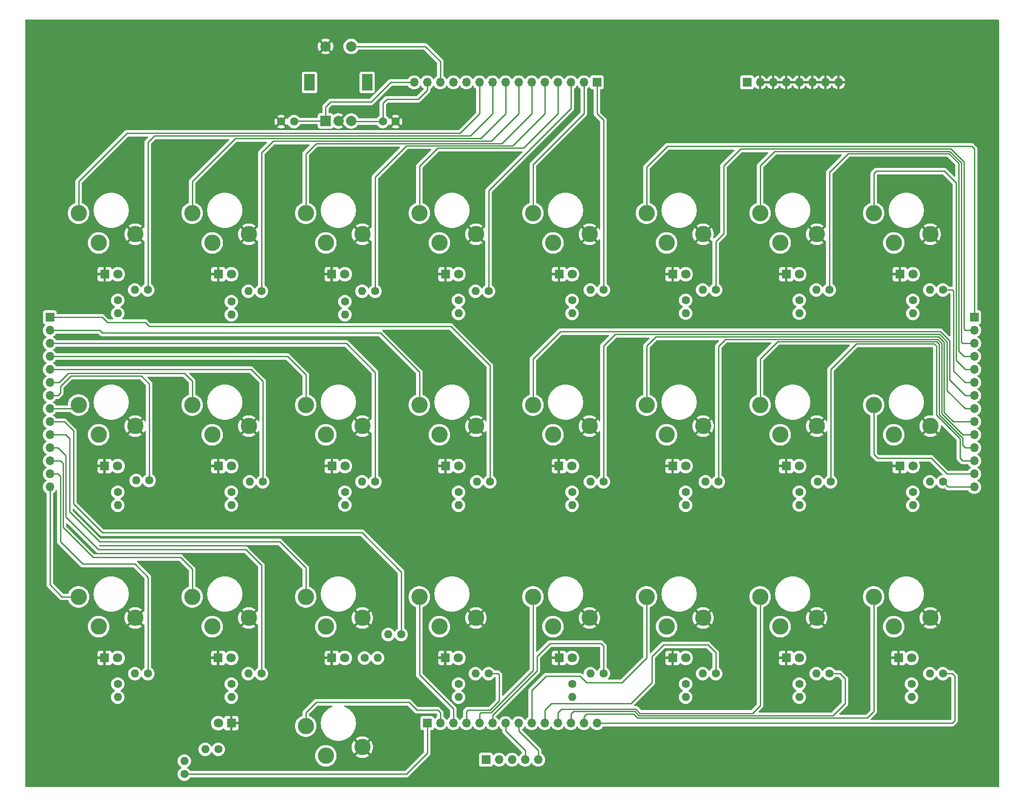
<source format=gbr>
%TF.GenerationSoftware,KiCad,Pcbnew,7.0.7*%
%TF.CreationDate,2024-07-17T16:02:37+10:00*%
%TF.ProjectId,MIDIAutomationSequencerIO,4d494449-4175-4746-9f6d-6174696f6e53,rev?*%
%TF.SameCoordinates,Original*%
%TF.FileFunction,Copper,L2,Bot*%
%TF.FilePolarity,Positive*%
%FSLAX46Y46*%
G04 Gerber Fmt 4.6, Leading zero omitted, Abs format (unit mm)*
G04 Created by KiCad (PCBNEW 7.0.7) date 2024-07-17 16:02:37*
%MOMM*%
%LPD*%
G01*
G04 APERTURE LIST*
%TA.AperFunction,ComponentPad*%
%ADD10C,1.600000*%
%TD*%
%TA.AperFunction,ComponentPad*%
%ADD11O,1.600000X1.600000*%
%TD*%
%TA.AperFunction,ComponentPad*%
%ADD12C,3.175000*%
%TD*%
%TA.AperFunction,ComponentPad*%
%ADD13R,1.800000X1.800000*%
%TD*%
%TA.AperFunction,ComponentPad*%
%ADD14C,1.800000*%
%TD*%
%TA.AperFunction,ComponentPad*%
%ADD15R,1.700000X1.700000*%
%TD*%
%TA.AperFunction,ComponentPad*%
%ADD16O,1.700000X1.700000*%
%TD*%
%TA.AperFunction,ComponentPad*%
%ADD17R,2.000000X2.000000*%
%TD*%
%TA.AperFunction,ComponentPad*%
%ADD18C,2.000000*%
%TD*%
%TA.AperFunction,ComponentPad*%
%ADD19R,2.000000X3.200000*%
%TD*%
%TA.AperFunction,Conductor*%
%ADD20C,0.250000*%
%TD*%
G04 APERTURE END LIST*
D10*
%TO.P,R16,1*%
%TO.N,Net-(D8-A)*%
X187960000Y-153924000D03*
D11*
%TO.P,R16,2*%
%TO.N,Net-(Q4-E)*%
X187960000Y-156464000D03*
%TD*%
D10*
%TO.P,R29,1*%
%TO.N,CC1LED*%
X105439000Y-226568000D03*
D11*
%TO.P,R29,2*%
%TO.N,Net-(Q14-B)*%
X102899000Y-226568000D03*
%TD*%
D10*
%TO.P,R8,1*%
%TO.N,Net-(D4-A)*%
X99568000Y-153924000D03*
D11*
%TO.P,R8,2*%
%TO.N,Net-(Q26-E)*%
X99568000Y-156464000D03*
%TD*%
D10*
%TO.P,R33,1*%
%TO.N,Net-(D16-A)*%
X121666000Y-228600000D03*
D11*
%TO.P,R33,2*%
%TO.N,Net-(Q15-E)*%
X121666000Y-231140000D03*
%TD*%
D12*
%TO.P,J13,S*%
%TO.N,GND*%
X147162520Y-178404520D03*
%TO.P,J13,T*%
%TO.N,OUTPUT11*%
X136144000Y-174294800D03*
%TO.P,J13,TS*%
%TO.N,N/C*%
X140055600Y-180086000D03*
%TD*%
D13*
%TO.P,D3,1,K*%
%TO.N,GND*%
X119126000Y-148844000D03*
D14*
%TO.P,D3,2,A*%
%TO.N,Net-(D3-A)*%
X121666000Y-148844000D03*
%TD*%
D12*
%TO.P,J6,S*%
%TO.N,GND*%
X213456520Y-141066520D03*
%TO.P,J6,T*%
%TO.N,OUTPUT6*%
X202438000Y-136956800D03*
%TO.P,J6,TS*%
%TO.N,N/C*%
X206349600Y-142748000D03*
%TD*%
D13*
%TO.P,D7,1,K*%
%TO.N,GND*%
X207518000Y-148844000D03*
D14*
%TO.P,D7,2,A*%
%TO.N,Net-(D7-A)*%
X210058000Y-148844000D03*
%TD*%
D10*
%TO.P,R44,1*%
%TO.N,OUT16LED*%
X260096000Y-189230000D03*
D11*
%TO.P,R44,2*%
%TO.N,Net-(Q24-B)*%
X257556000Y-189230000D03*
%TD*%
D10*
%TO.P,R2,1*%
%TO.N,OUT4LED*%
X171704000Y-152146000D03*
D11*
%TO.P,R2,2*%
%TO.N,Net-(Q3-B)*%
X169164000Y-152146000D03*
%TD*%
D12*
%TO.P,J17,S*%
%TO.N,GND*%
X102966520Y-215742520D03*
%TO.P,J17,T*%
%TO.N,CC1*%
X91948000Y-211632800D03*
%TO.P,J17,TS*%
%TO.N,N/C*%
X95859600Y-217424000D03*
%TD*%
%TO.P,J27,S*%
%TO.N,GND*%
X191358520Y-178404520D03*
%TO.P,J27,T*%
%TO.N,OUTPUT13*%
X180340000Y-174294800D03*
%TO.P,J27,TS*%
%TO.N,N/C*%
X184251600Y-180086000D03*
%TD*%
D10*
%TO.P,R48,1*%
%TO.N,Net-(D23-A)*%
X254254000Y-191262000D03*
D11*
%TO.P,R48,2*%
%TO.N,Net-(Q24-E)*%
X254254000Y-193802000D03*
%TD*%
D12*
%TO.P,J19,S*%
%TO.N,GND*%
X125064520Y-215742520D03*
%TO.P,J19,T*%
%TO.N,CC2*%
X114046000Y-211632800D03*
%TO.P,J19,TS*%
%TO.N,N/C*%
X117957600Y-217424000D03*
%TD*%
D13*
%TO.P,D22,1,K*%
%TO.N,GND*%
X229616000Y-186182000D03*
D14*
%TO.P,D22,2,A*%
%TO.N,Net-(D22-A)*%
X232156000Y-186182000D03*
%TD*%
D12*
%TO.P,J20,S*%
%TO.N,GND*%
X147162520Y-240888520D03*
%TO.P,J20,T*%
%TO.N,CLKOUT*%
X136144000Y-236778800D03*
%TO.P,J20,TS*%
%TO.N,N/C*%
X140055600Y-242570000D03*
%TD*%
D10*
%TO.P,R47,1*%
%TO.N,Net-(D22-A)*%
X232156000Y-191233000D03*
D11*
%TO.P,R47,2*%
%TO.N,Net-(Q23-E)*%
X232156000Y-193773000D03*
%TD*%
D10*
%TO.P,R49,1*%
%TO.N,Net-(D24-A)*%
X210058000Y-191262000D03*
D11*
%TO.P,R49,2*%
%TO.N,Net-(Q22-E)*%
X210058000Y-193802000D03*
%TD*%
D13*
%TO.P,D16,1,K*%
%TO.N,GND*%
X119121000Y-223520000D03*
D14*
%TO.P,D16,2,A*%
%TO.N,Net-(D16-A)*%
X121661000Y-223520000D03*
%TD*%
D10*
%TO.P,R40,1*%
%TO.N,Net-(D19-A)*%
X254000000Y-228600000D03*
D11*
%TO.P,R40,2*%
%TO.N,Net-(Q21-E)*%
X254000000Y-231140000D03*
%TD*%
D13*
%TO.P,D19,1,K*%
%TO.N,GND*%
X251460000Y-223520000D03*
D14*
%TO.P,D19,2,A*%
%TO.N,Net-(D19-A)*%
X254000000Y-223520000D03*
%TD*%
D10*
%TO.P,R36,1*%
%TO.N,CC8LED*%
X260096000Y-226568000D03*
D11*
%TO.P,R36,2*%
%TO.N,Net-(Q21-B)*%
X257556000Y-226568000D03*
%TD*%
D10*
%TO.P,R5,1*%
%TO.N,Net-(D1-A)*%
X143764000Y-154178000D03*
D11*
%TO.P,R5,2*%
%TO.N,Net-(Q2-E)*%
X143764000Y-156718000D03*
%TD*%
D10*
%TO.P,R4,1*%
%TO.N,OUT1LED*%
X105410000Y-151892000D03*
D11*
%TO.P,R4,2*%
%TO.N,Net-(Q26-B)*%
X102870000Y-151892000D03*
%TD*%
D10*
%TO.P,R18,1*%
%TO.N,OUT12LED*%
X171958000Y-189230000D03*
D11*
%TO.P,R18,2*%
%TO.N,Net-(Q11-B)*%
X169418000Y-189230000D03*
%TD*%
D12*
%TO.P,J14,S*%
%TO.N,GND*%
X102966520Y-178404520D03*
%TO.P,J14,T*%
%TO.N,OUTPUT9*%
X91948000Y-174294800D03*
%TO.P,J14,TS*%
%TO.N,N/C*%
X95859600Y-180086000D03*
%TD*%
D10*
%TO.P,R20,1*%
%TO.N,OUT9LED*%
X105693000Y-188976000D03*
D11*
%TO.P,R20,2*%
%TO.N,Net-(Q8-B)*%
X103153000Y-188976000D03*
%TD*%
D15*
%TO.P,J23,1*%
%TO.N,unconnected-(J23-Pad1)*%
X171196000Y-243332000D03*
D16*
%TO.P,J23,2*%
%TO.N,unconnected-(J23-Pad2)*%
X173736000Y-243332000D03*
%TO.P,J23,3*%
%TO.N,unconnected-(J23-Pad3)*%
X176276000Y-243332000D03*
%TO.P,J23,4*%
%TO.N,MIDI4*%
X178816000Y-243332000D03*
%TO.P,J23,5*%
%TO.N,MIDI5*%
X181356000Y-243332000D03*
%TD*%
D13*
%TO.P,D4,1,K*%
%TO.N,GND*%
X97028000Y-148844000D03*
D14*
%TO.P,D4,2,A*%
%TO.N,Net-(D4-A)*%
X99568000Y-148844000D03*
%TD*%
D17*
%TO.P,SW1,A,A*%
%TO.N,ENCA*%
X139994000Y-119010000D03*
D18*
%TO.P,SW1,B,B*%
%TO.N,ENCB*%
X144994000Y-119010000D03*
%TO.P,SW1,C,C*%
%TO.N,GND*%
X142494000Y-119010000D03*
D19*
%TO.P,SW1,MP*%
%TO.N,N/C*%
X136894000Y-111510000D03*
X148094000Y-111510000D03*
D18*
%TO.P,SW1,S1,S1*%
%TO.N,ENCSW*%
X144994000Y-104510000D03*
%TO.P,SW1,S2,S2*%
%TO.N,GND*%
X139994000Y-104510000D03*
%TD*%
D12*
%TO.P,J15,S*%
%TO.N,GND*%
X169260520Y-215742520D03*
%TO.P,J15,T*%
%TO.N,CC4*%
X158242000Y-211632800D03*
%TO.P,J15,TS*%
%TO.N,N/C*%
X162153600Y-217424000D03*
%TD*%
%TO.P,J9,S*%
%TO.N,GND*%
X257652520Y-141066520D03*
%TO.P,J9,T*%
%TO.N,OUTPUT8*%
X246634000Y-136956800D03*
%TO.P,J9,TS*%
%TO.N,N/C*%
X250545600Y-142748000D03*
%TD*%
D10*
%TO.P,C1,1*%
%TO.N,ENCA*%
X133858000Y-119126000D03*
%TO.P,C1,2*%
%TO.N,GND*%
X131358000Y-119126000D03*
%TD*%
%TO.P,R26,1*%
%TO.N,CC3LED*%
X154715000Y-218948000D03*
D11*
%TO.P,R26,2*%
%TO.N,Net-(Q16-B)*%
X152175000Y-218948000D03*
%TD*%
D10*
%TO.P,R14,1*%
%TO.N,Net-(D6-A)*%
X254254000Y-153924000D03*
D11*
%TO.P,R14,2*%
%TO.N,Net-(Q7-E)*%
X254254000Y-156464000D03*
%TD*%
D10*
%TO.P,R28,1*%
%TO.N,CC2LED*%
X127508000Y-226568000D03*
D11*
%TO.P,R28,2*%
%TO.N,Net-(Q15-B)*%
X124968000Y-226568000D03*
%TD*%
D10*
%TO.P,R30,1*%
%TO.N,Net-(D13-A)*%
X119126000Y-241300000D03*
D11*
%TO.P,R30,2*%
%TO.N,Net-(Q13-E)*%
X116586000Y-241300000D03*
%TD*%
D10*
%TO.P,R25,1*%
%TO.N,CLKLED*%
X112522000Y-246126000D03*
D11*
%TO.P,R25,2*%
%TO.N,Net-(Q13-B)*%
X112522000Y-243586000D03*
%TD*%
D13*
%TO.P,D13,1,K*%
%TO.N,GND*%
X121666000Y-236220000D03*
D14*
%TO.P,D13,2,A*%
%TO.N,Net-(D13-A)*%
X119126000Y-236220000D03*
%TD*%
D12*
%TO.P,J24,S*%
%TO.N,GND*%
X257652520Y-178404520D03*
%TO.P,J24,T*%
%TO.N,OUTPUT16*%
X246634000Y-174294800D03*
%TO.P,J24,TS*%
%TO.N,N/C*%
X250545600Y-180086000D03*
%TD*%
D10*
%TO.P,R41,1*%
%TO.N,Net-(D20-A)*%
X210058000Y-228600000D03*
D11*
%TO.P,R41,2*%
%TO.N,Net-(Q19-E)*%
X210058000Y-231140000D03*
%TD*%
D13*
%TO.P,D8,1,K*%
%TO.N,GND*%
X185420000Y-148844000D03*
D14*
%TO.P,D8,2,A*%
%TO.N,Net-(D8-A)*%
X187960000Y-148844000D03*
%TD*%
D10*
%TO.P,R24,1*%
%TO.N,Net-(D12-A)*%
X99568000Y-191262000D03*
D11*
%TO.P,R24,2*%
%TO.N,Net-(Q8-E)*%
X99568000Y-193802000D03*
%TD*%
D12*
%TO.P,J2,S*%
%TO.N,GND*%
X169260520Y-141066520D03*
%TO.P,J2,T*%
%TO.N,OUTPUT4*%
X158242000Y-136956800D03*
%TO.P,J2,TS*%
%TO.N,N/C*%
X162153600Y-142748000D03*
%TD*%
D13*
%TO.P,D1,1,K*%
%TO.N,GND*%
X141219000Y-148844000D03*
D14*
%TO.P,D1,2,A*%
%TO.N,Net-(D1-A)*%
X143759000Y-148844000D03*
%TD*%
D13*
%TO.P,D15,1,K*%
%TO.N,GND*%
X163317000Y-223520000D03*
D14*
%TO.P,D15,2,A*%
%TO.N,Net-(D15-A)*%
X165857000Y-223520000D03*
%TD*%
D13*
%TO.P,D24,1,K*%
%TO.N,GND*%
X207518000Y-186182000D03*
D14*
%TO.P,D24,2,A*%
%TO.N,Net-(D24-A)*%
X210058000Y-186182000D03*
%TD*%
D13*
%TO.P,D5,1,K*%
%TO.N,GND*%
X229616000Y-148844000D03*
D14*
%TO.P,D5,2,A*%
%TO.N,Net-(D5-A)*%
X232156000Y-148844000D03*
%TD*%
D13*
%TO.P,D21,1,K*%
%TO.N,GND*%
X185420000Y-223520000D03*
D14*
%TO.P,D21,2,A*%
%TO.N,Net-(D21-A)*%
X187960000Y-223520000D03*
%TD*%
D10*
%TO.P,R17,1*%
%TO.N,OUT11LED*%
X149635000Y-189230000D03*
D11*
%TO.P,R17,2*%
%TO.N,Net-(Q10-B)*%
X147095000Y-189230000D03*
%TD*%
D10*
%TO.P,R10,1*%
%TO.N,OUT8LED*%
X260096000Y-151892000D03*
D11*
%TO.P,R10,2*%
%TO.N,Net-(Q7-B)*%
X257556000Y-151892000D03*
%TD*%
D13*
%TO.P,D12,1,K*%
%TO.N,GND*%
X97023000Y-186182000D03*
D14*
%TO.P,D12,2,A*%
%TO.N,Net-(D12-A)*%
X99563000Y-186182000D03*
%TD*%
D12*
%TO.P,J30,S*%
%TO.N,GND*%
X191358520Y-215742520D03*
%TO.P,J30,T*%
%TO.N,CC5*%
X180340000Y-211632800D03*
%TO.P,J30,TS*%
%TO.N,N/C*%
X184251600Y-217424000D03*
%TD*%
D10*
%TO.P,C2,1*%
%TO.N,ENCB*%
X151130000Y-119126000D03*
%TO.P,C2,2*%
%TO.N,GND*%
X153630000Y-119126000D03*
%TD*%
%TO.P,R15,1*%
%TO.N,Net-(D7-A)*%
X210058000Y-153895000D03*
D11*
%TO.P,R15,2*%
%TO.N,Net-(Q5-E)*%
X210058000Y-156435000D03*
%TD*%
D12*
%TO.P,J16,S*%
%TO.N,GND*%
X147162520Y-215742520D03*
%TO.P,J16,T*%
%TO.N,CC3*%
X136144000Y-211632800D03*
%TO.P,J16,TS*%
%TO.N,N/C*%
X140055600Y-217424000D03*
%TD*%
D13*
%TO.P,D2,1,K*%
%TO.N,GND*%
X163322000Y-148844000D03*
D14*
%TO.P,D2,2,A*%
%TO.N,Net-(D2-A)*%
X165862000Y-148844000D03*
%TD*%
D10*
%TO.P,R19,1*%
%TO.N,OUT10LED*%
X127762000Y-189230000D03*
D11*
%TO.P,R19,2*%
%TO.N,Net-(Q9-B)*%
X125222000Y-189230000D03*
%TD*%
D10*
%TO.P,R35,1*%
%TO.N,CC7LED*%
X237998000Y-226568000D03*
D11*
%TO.P,R35,2*%
%TO.N,Net-(Q20-B)*%
X235458000Y-226568000D03*
%TD*%
D10*
%TO.P,R12,1*%
%TO.N,OUT5LED*%
X194056000Y-151892000D03*
D11*
%TO.P,R12,2*%
%TO.N,Net-(Q4-B)*%
X191516000Y-151892000D03*
%TD*%
D12*
%TO.P,J26,S*%
%TO.N,GND*%
X235554520Y-178404520D03*
%TO.P,J26,T*%
%TO.N,OUTPUT15*%
X224536000Y-174294800D03*
%TO.P,J26,TS*%
%TO.N,N/C*%
X228447600Y-180086000D03*
%TD*%
D10*
%TO.P,R46,1*%
%TO.N,OUT13LED*%
X194056000Y-189230000D03*
D11*
%TO.P,R46,2*%
%TO.N,Net-(Q12-B)*%
X191516000Y-189230000D03*
%TD*%
D10*
%TO.P,R7,1*%
%TO.N,Net-(D3-A)*%
X121666000Y-154178000D03*
D11*
%TO.P,R7,2*%
%TO.N,Net-(Q1-E)*%
X121666000Y-156718000D03*
%TD*%
D10*
%TO.P,R1,1*%
%TO.N,OUT3LED*%
X149635000Y-152146000D03*
D11*
%TO.P,R1,2*%
%TO.N,Net-(Q2-B)*%
X147095000Y-152146000D03*
%TD*%
D10*
%TO.P,R42,1*%
%TO.N,Net-(D21-A)*%
X187960000Y-228600000D03*
D11*
%TO.P,R42,2*%
%TO.N,Net-(Q18-E)*%
X187960000Y-231140000D03*
%TD*%
D10*
%TO.P,R11,1*%
%TO.N,OUT6LED*%
X215900000Y-151892000D03*
D11*
%TO.P,R11,2*%
%TO.N,Net-(Q5-B)*%
X213360000Y-151892000D03*
%TD*%
D12*
%TO.P,J25,S*%
%TO.N,GND*%
X213456520Y-178404520D03*
%TO.P,J25,T*%
%TO.N,OUTPUT14*%
X202438000Y-174294800D03*
%TO.P,J25,TS*%
%TO.N,N/C*%
X206349600Y-180086000D03*
%TD*%
D10*
%TO.P,R6,1*%
%TO.N,Net-(D2-A)*%
X165862000Y-153924000D03*
D11*
%TO.P,R6,2*%
%TO.N,Net-(Q3-E)*%
X165862000Y-156464000D03*
%TD*%
D12*
%TO.P,J11,S*%
%TO.N,GND*%
X169260520Y-178404520D03*
%TO.P,J11,T*%
%TO.N,OUTPUT12*%
X158242000Y-174294800D03*
%TO.P,J11,TS*%
%TO.N,N/C*%
X162153600Y-180086000D03*
%TD*%
D10*
%TO.P,R23,1*%
%TO.N,Net-(D11-A)*%
X121666000Y-191233000D03*
D11*
%TO.P,R23,2*%
%TO.N,Net-(Q9-E)*%
X121666000Y-193773000D03*
%TD*%
D12*
%TO.P,J31,S*%
%TO.N,GND*%
X213456520Y-215742520D03*
%TO.P,J31,T*%
%TO.N,CC6*%
X202438000Y-211632800D03*
%TO.P,J31,TS*%
%TO.N,N/C*%
X206349600Y-217424000D03*
%TD*%
%TO.P,J28,S*%
%TO.N,GND*%
X257652520Y-215742520D03*
%TO.P,J28,T*%
%TO.N,CC8*%
X246634000Y-211632800D03*
%TO.P,J28,TS*%
%TO.N,N/C*%
X250545600Y-217424000D03*
%TD*%
%TO.P,J12,S*%
%TO.N,GND*%
X125064520Y-178404520D03*
%TO.P,J12,T*%
%TO.N,OUTPUT10*%
X114046000Y-174294800D03*
%TO.P,J12,TS*%
%TO.N,N/C*%
X117957600Y-180086000D03*
%TD*%
D13*
%TO.P,D17,1,K*%
%TO.N,GND*%
X97023000Y-223520000D03*
D14*
%TO.P,D17,2,A*%
%TO.N,Net-(D17-A)*%
X99563000Y-223520000D03*
%TD*%
D13*
%TO.P,D25,1,K*%
%TO.N,GND*%
X185415000Y-186182000D03*
D14*
%TO.P,D25,2,A*%
%TO.N,Net-(D25-A)*%
X187955000Y-186182000D03*
%TD*%
D12*
%TO.P,J3,S*%
%TO.N,GND*%
X147162520Y-141066520D03*
%TO.P,J3,T*%
%TO.N,OUTPUT3*%
X136144000Y-136956800D03*
%TO.P,J3,TS*%
%TO.N,N/C*%
X140055600Y-142748000D03*
%TD*%
D13*
%TO.P,D6,1,K*%
%TO.N,GND*%
X251714000Y-148844000D03*
D14*
%TO.P,D6,2,A*%
%TO.N,Net-(D6-A)*%
X254254000Y-148844000D03*
%TD*%
D13*
%TO.P,D18,1,K*%
%TO.N,GND*%
X229616000Y-223520000D03*
D14*
%TO.P,D18,2,A*%
%TO.N,Net-(D18-A)*%
X232156000Y-223520000D03*
%TD*%
D10*
%TO.P,R31,1*%
%TO.N,Net-(D14-A)*%
X147574000Y-223520000D03*
D11*
%TO.P,R31,2*%
%TO.N,Net-(Q16-E)*%
X150114000Y-223520000D03*
%TD*%
D13*
%TO.P,D14,1,K*%
%TO.N,GND*%
X141219000Y-223520000D03*
D14*
%TO.P,D14,2,A*%
%TO.N,Net-(D14-A)*%
X143759000Y-223520000D03*
%TD*%
D12*
%TO.P,J29,S*%
%TO.N,GND*%
X235554520Y-215742520D03*
%TO.P,J29,T*%
%TO.N,CC7*%
X224536000Y-211632800D03*
%TO.P,J29,TS*%
%TO.N,N/C*%
X228447600Y-217424000D03*
%TD*%
D10*
%TO.P,R38,1*%
%TO.N,CC5LED*%
X194056000Y-226568000D03*
D11*
%TO.P,R38,2*%
%TO.N,Net-(Q18-B)*%
X191516000Y-226568000D03*
%TD*%
D12*
%TO.P,J7,S*%
%TO.N,GND*%
X235554520Y-141066520D03*
%TO.P,J7,T*%
%TO.N,OUTPUT7*%
X224536000Y-136956800D03*
%TO.P,J7,TS*%
%TO.N,N/C*%
X228447600Y-142748000D03*
%TD*%
%TO.P,J4,S*%
%TO.N,GND*%
X125064520Y-141066520D03*
%TO.P,J4,T*%
%TO.N,OUTPUT2*%
X114046000Y-136956800D03*
%TO.P,J4,TS*%
%TO.N,N/C*%
X117957600Y-142748000D03*
%TD*%
D10*
%TO.P,R3,1*%
%TO.N,OUT2LED*%
X127508000Y-152146000D03*
D11*
%TO.P,R3,2*%
%TO.N,Net-(Q1-B)*%
X124968000Y-152146000D03*
%TD*%
D13*
%TO.P,D10,1,K*%
%TO.N,GND*%
X163322000Y-186182000D03*
D14*
%TO.P,D10,2,A*%
%TO.N,Net-(D10-A)*%
X165862000Y-186182000D03*
%TD*%
D12*
%TO.P,J8,S*%
%TO.N,GND*%
X191358520Y-141066520D03*
%TO.P,J8,T*%
%TO.N,OUTPUT5*%
X180340000Y-136956800D03*
%TO.P,J8,TS*%
%TO.N,N/C*%
X184251600Y-142748000D03*
%TD*%
D13*
%TO.P,D20,1,K*%
%TO.N,GND*%
X207518000Y-223520000D03*
D14*
%TO.P,D20,2,A*%
%TO.N,Net-(D20-A)*%
X210058000Y-223520000D03*
%TD*%
D10*
%TO.P,R45,1*%
%TO.N,OUT14LED*%
X216437000Y-189230000D03*
D11*
%TO.P,R45,2*%
%TO.N,Net-(Q22-B)*%
X213897000Y-189230000D03*
%TD*%
D10*
%TO.P,R9,1*%
%TO.N,OUT7LED*%
X237998000Y-151892000D03*
D11*
%TO.P,R9,2*%
%TO.N,Net-(Q6-B)*%
X235458000Y-151892000D03*
%TD*%
D10*
%TO.P,R27,1*%
%TO.N,CC4LED*%
X171704000Y-226568000D03*
D11*
%TO.P,R27,2*%
%TO.N,Net-(Q17-B)*%
X169164000Y-226568000D03*
%TD*%
D10*
%TO.P,R32,1*%
%TO.N,Net-(D15-A)*%
X165862000Y-228600000D03*
D11*
%TO.P,R32,2*%
%TO.N,Net-(Q17-E)*%
X165862000Y-231140000D03*
%TD*%
D10*
%TO.P,R13,1*%
%TO.N,Net-(D5-A)*%
X232156000Y-153895000D03*
D11*
%TO.P,R13,2*%
%TO.N,Net-(Q6-E)*%
X232156000Y-156435000D03*
%TD*%
D10*
%TO.P,R50,1*%
%TO.N,Net-(D25-A)*%
X187960000Y-191262000D03*
D11*
%TO.P,R50,2*%
%TO.N,Net-(Q12-E)*%
X187960000Y-193802000D03*
%TD*%
D10*
%TO.P,R34,1*%
%TO.N,Net-(D17-A)*%
X99568000Y-228600000D03*
D11*
%TO.P,R34,2*%
%TO.N,Net-(Q14-E)*%
X99568000Y-231140000D03*
%TD*%
D10*
%TO.P,R37,1*%
%TO.N,CC6LED*%
X215900000Y-226568000D03*
D11*
%TO.P,R37,2*%
%TO.N,Net-(Q19-B)*%
X213360000Y-226568000D03*
%TD*%
D12*
%TO.P,J5,S*%
%TO.N,GND*%
X102966520Y-141066520D03*
%TO.P,J5,T*%
%TO.N,OUTPUT1*%
X91948000Y-136956800D03*
%TO.P,J5,TS*%
%TO.N,N/C*%
X95859600Y-142748000D03*
%TD*%
D10*
%TO.P,R43,1*%
%TO.N,OUT15LED*%
X238252000Y-189230000D03*
D11*
%TO.P,R43,2*%
%TO.N,Net-(Q23-B)*%
X235712000Y-189230000D03*
%TD*%
D10*
%TO.P,R22,1*%
%TO.N,Net-(D10-A)*%
X165862000Y-191262000D03*
D11*
%TO.P,R22,2*%
%TO.N,Net-(Q11-E)*%
X165862000Y-193802000D03*
%TD*%
D13*
%TO.P,D11,1,K*%
%TO.N,GND*%
X119126000Y-186182000D03*
D14*
%TO.P,D11,2,A*%
%TO.N,Net-(D11-A)*%
X121666000Y-186182000D03*
%TD*%
D13*
%TO.P,D9,1,K*%
%TO.N,GND*%
X141224000Y-186182000D03*
D14*
%TO.P,D9,2,A*%
%TO.N,Net-(D9-A)*%
X143764000Y-186182000D03*
%TD*%
D10*
%TO.P,R39,1*%
%TO.N,Net-(D18-A)*%
X232156000Y-228600000D03*
D11*
%TO.P,R39,2*%
%TO.N,Net-(Q20-E)*%
X232156000Y-231140000D03*
%TD*%
D10*
%TO.P,R21,1*%
%TO.N,Net-(D9-A)*%
X143764000Y-191233000D03*
D11*
%TO.P,R21,2*%
%TO.N,Net-(Q10-E)*%
X143764000Y-193773000D03*
%TD*%
D13*
%TO.P,D23,1,K*%
%TO.N,GND*%
X251714000Y-186182000D03*
D14*
%TO.P,D23,2,A*%
%TO.N,Net-(D23-A)*%
X254254000Y-186182000D03*
%TD*%
D15*
%TO.P,J18,1,Pin_1*%
%TO.N,OUT12LED*%
X86360000Y-157226000D03*
D16*
%TO.P,J18,2,Pin_2*%
%TO.N,OUTPUT12*%
X86360000Y-159766000D03*
%TO.P,J18,3,Pin_3*%
%TO.N,OUT11LED*%
X86360000Y-162306000D03*
%TO.P,J18,4,Pin_4*%
%TO.N,OUTPUT11*%
X86360000Y-164846000D03*
%TO.P,J18,5,Pin_5*%
%TO.N,OUT10LED*%
X86360000Y-167386000D03*
%TO.P,J18,6,Pin_6*%
%TO.N,OUTPUT10*%
X86360000Y-169926000D03*
%TO.P,J18,7,Pin_7*%
%TO.N,OUT9LED*%
X86360000Y-172466000D03*
%TO.P,J18,8,Pin_8*%
%TO.N,OUTPUT9*%
X86360000Y-175006000D03*
%TO.P,J18,9,Pin_9*%
%TO.N,CC3LED*%
X86360000Y-177546000D03*
%TO.P,J18,10,Pin_10*%
%TO.N,CC3*%
X86360000Y-180086000D03*
%TO.P,J18,11,Pin_11*%
%TO.N,CC2LED*%
X86360000Y-182626000D03*
%TO.P,J18,12,Pin_12*%
%TO.N,CC2*%
X86360000Y-185166000D03*
%TO.P,J18,13,Pin_13*%
%TO.N,CC1LED*%
X86360000Y-187706000D03*
%TO.P,J18,14,Pin_14*%
%TO.N,CC1*%
X86360000Y-190246000D03*
%TD*%
D15*
%TO.P,J21,1,Pin_1*%
%TO.N,OUTPUT6*%
X266192000Y-157226000D03*
D16*
%TO.P,J21,2,Pin_2*%
%TO.N,OUT6LED*%
X266192000Y-159766000D03*
%TO.P,J21,3,Pin_3*%
%TO.N,OUTPUT7*%
X266192000Y-162306000D03*
%TO.P,J21,4,Pin_4*%
%TO.N,OUT7LED*%
X266192000Y-164846000D03*
%TO.P,J21,5,Pin_5*%
%TO.N,OUTPUT8*%
X266192000Y-167386000D03*
%TO.P,J21,6,Pin_6*%
%TO.N,OUT8LED*%
X266192000Y-169926000D03*
%TO.P,J21,7,Pin_7*%
%TO.N,OUTPUT13*%
X266192000Y-172466000D03*
%TO.P,J21,8,Pin_8*%
%TO.N,OUT13LED*%
X266192000Y-175006000D03*
%TO.P,J21,9,Pin_9*%
%TO.N,OUTPUT14*%
X266192000Y-177546000D03*
%TO.P,J21,10,Pin_10*%
%TO.N,OUT14LED*%
X266192000Y-180086000D03*
%TO.P,J21,11,Pin_11*%
%TO.N,OUTPUT15*%
X266192000Y-182626000D03*
%TO.P,J21,12,Pin_12*%
%TO.N,OUT15LED*%
X266192000Y-185166000D03*
%TO.P,J21,13,Pin_13*%
%TO.N,OUTPUT16*%
X266192000Y-187706000D03*
%TO.P,J21,14,Pin_14*%
%TO.N,OUT16LED*%
X266192000Y-190246000D03*
%TD*%
D15*
%TO.P,J10,1,Pin_1*%
%TO.N,OUT5LED*%
X192786000Y-111506000D03*
D16*
%TO.P,J10,2,Pin_2*%
%TO.N,OUTPUT5*%
X190246000Y-111506000D03*
%TO.P,J10,3,Pin_3*%
%TO.N,OUT4LED*%
X187706000Y-111506000D03*
%TO.P,J10,4,Pin_4*%
%TO.N,OUTPUT4*%
X185166000Y-111506000D03*
%TO.P,J10,5,Pin_5*%
%TO.N,OUT3LED*%
X182626000Y-111506000D03*
%TO.P,J10,6,Pin_6*%
%TO.N,OUTPUT3*%
X180086000Y-111506000D03*
%TO.P,J10,7,Pin_7*%
%TO.N,OUT2LED*%
X177546000Y-111506000D03*
%TO.P,J10,8,Pin_8*%
%TO.N,OUTPUT2*%
X175006000Y-111506000D03*
%TO.P,J10,9,Pin_9*%
%TO.N,OUT1LED*%
X172466000Y-111506000D03*
%TO.P,J10,10,Pin_10*%
%TO.N,OUTPUT1*%
X169926000Y-111506000D03*
%TO.P,J10,11,Pin_11*%
%TO.N,unconnected-(J10-Pin_11-Pad11)*%
X167386000Y-111506000D03*
%TO.P,J10,12,Pin_12*%
%TO.N,unconnected-(J10-Pin_12-Pad12)*%
X164846000Y-111506000D03*
%TO.P,J10,13,Pin_13*%
%TO.N,ENCSW*%
X162306000Y-111506000D03*
%TO.P,J10,14,Pin_14*%
%TO.N,ENCB*%
X159766000Y-111506000D03*
%TO.P,J10,15,Pin_15*%
%TO.N,ENCA*%
X157226000Y-111506000D03*
%TD*%
D15*
%TO.P,J32,1,Pin_1*%
%TO.N,CLKLED*%
X159766000Y-236220000D03*
D16*
%TO.P,J32,2,Pin_2*%
%TO.N,CLKOUT*%
X162306000Y-236220000D03*
%TO.P,J32,3,Pin_3*%
%TO.N,CC4*%
X164846000Y-236220000D03*
%TO.P,J32,4,Pin_4*%
%TO.N,CC4LED*%
X167386000Y-236220000D03*
%TO.P,J32,5,Pin_5*%
%TO.N,CC5*%
X169926000Y-236220000D03*
%TO.P,J32,6,Pin_6*%
%TO.N,CC5LED*%
X172466000Y-236220000D03*
%TO.P,J32,7,Pin_7*%
%TO.N,MIDI4*%
X175006000Y-236220000D03*
%TO.P,J32,8,Pin_8*%
%TO.N,MIDI5*%
X177546000Y-236220000D03*
%TO.P,J32,9,Pin_9*%
%TO.N,CC6*%
X180086000Y-236220000D03*
%TO.P,J32,10,Pin_10*%
%TO.N,CC6LED*%
X182626000Y-236220000D03*
%TO.P,J32,11,Pin_11*%
%TO.N,CC7*%
X185166000Y-236220000D03*
%TO.P,J32,12,Pin_12*%
%TO.N,CC7LED*%
X187706000Y-236220000D03*
%TO.P,J32,13,Pin_13*%
%TO.N,CC8*%
X190246000Y-236220000D03*
%TO.P,J32,14,Pin_14*%
%TO.N,CC8LED*%
X192786000Y-236220000D03*
%TD*%
D15*
%TO.P,J22,1,Pin_1*%
%TO.N,+12V*%
X221996000Y-111506000D03*
D16*
%TO.P,J22,2,Pin_2*%
%TO.N,GND*%
X224536000Y-111506000D03*
%TO.P,J22,3,Pin_3*%
X227076000Y-111506000D03*
%TO.P,J22,4,Pin_4*%
X229616000Y-111506000D03*
%TO.P,J22,5,Pin_5*%
X232156000Y-111506000D03*
%TO.P,J22,6,Pin_6*%
X234696000Y-111506000D03*
%TO.P,J22,7,Pin_7*%
X237236000Y-111506000D03*
%TO.P,J22,8,Pin_8*%
X239776000Y-111506000D03*
%TD*%
D20*
%TO.N,OUTPUT4*%
X161798000Y-124286000D02*
X178482000Y-124286000D01*
X178482000Y-124286000D02*
X185166000Y-117602000D01*
X158242000Y-127842000D02*
X161798000Y-124286000D01*
X158242000Y-136956800D02*
X158242000Y-127842000D01*
X185166000Y-117602000D02*
X185166000Y-111506000D01*
%TO.N,OUTPUT3*%
X136144000Y-136956800D02*
X136144000Y-125418000D01*
X180086000Y-117602000D02*
X180086000Y-111506000D01*
X136144000Y-125418000D02*
X138176000Y-123386000D01*
X138176000Y-123386000D02*
X174302000Y-123386000D01*
X174302000Y-123386000D02*
X180086000Y-117602000D01*
%TO.N,OUTPUT2*%
X175006000Y-111506000D02*
X175006000Y-117602000D01*
X175006000Y-117602000D02*
X170180000Y-122428000D01*
X170180000Y-122428000D02*
X122428000Y-122428000D01*
X122428000Y-122428000D02*
X114046000Y-130810000D01*
X114046000Y-130810000D02*
X114046000Y-136956800D01*
%TO.N,OUTPUT1*%
X169926000Y-117602000D02*
X166116000Y-121412000D01*
X101346000Y-121412000D02*
X91948000Y-130810000D01*
X166116000Y-121412000D02*
X101346000Y-121412000D01*
X169926000Y-111506000D02*
X169926000Y-117602000D01*
X91948000Y-130810000D02*
X91948000Y-136956800D01*
%TO.N,OUTPUT6*%
X206502000Y-123952000D02*
X265684000Y-123952000D01*
X265684000Y-123952000D02*
X266192000Y-124460000D01*
X202438000Y-136956800D02*
X202438000Y-128016000D01*
X202438000Y-128016000D02*
X206502000Y-123952000D01*
X266192000Y-124460000D02*
X266192000Y-157226000D01*
%TO.N,OUTPUT7*%
X263906000Y-162306000D02*
X263652000Y-162052000D01*
X261433604Y-124910000D02*
X227388000Y-124910000D01*
X263652000Y-162052000D02*
X263652000Y-127128396D01*
X263652000Y-127128396D02*
X261433604Y-124910000D01*
X266192000Y-162306000D02*
X263906000Y-162306000D01*
X224536000Y-127762000D02*
X224536000Y-136956800D01*
X227388000Y-124910000D02*
X224536000Y-127762000D01*
%TO.N,OUTPUT5*%
X180340000Y-136956800D02*
X180340000Y-127508000D01*
X190246000Y-117602000D02*
X190246000Y-111506000D01*
X180340000Y-127508000D02*
X190246000Y-117602000D01*
%TO.N,OUTPUT8*%
X260350000Y-128778000D02*
X247142000Y-128778000D01*
X266192000Y-167386000D02*
X264414000Y-167386000D01*
X262636000Y-165608000D02*
X262636000Y-131064000D01*
X247142000Y-128778000D02*
X246634000Y-129286000D01*
X246634000Y-129286000D02*
X246634000Y-136956800D01*
X262636000Y-131064000D02*
X260350000Y-128778000D01*
X264414000Y-167386000D02*
X262636000Y-165608000D01*
%TO.N,CLKOUT*%
X161798000Y-233680000D02*
X162306000Y-234188000D01*
X156210000Y-232156000D02*
X157734000Y-233680000D01*
X157734000Y-233680000D02*
X161798000Y-233680000D01*
X136144000Y-234188000D02*
X138176000Y-232156000D01*
X138176000Y-232156000D02*
X156210000Y-232156000D01*
X162306000Y-234188000D02*
X162306000Y-236220000D01*
X136144000Y-236778800D02*
X136144000Y-234188000D01*
%TO.N,CLKLED*%
X112522000Y-246126000D02*
X155702000Y-246126000D01*
X155702000Y-246126000D02*
X159766000Y-242062000D01*
X159766000Y-242062000D02*
X159766000Y-236220000D01*
%TO.N,OUTPUT12*%
X96012000Y-159766000D02*
X96520000Y-160274000D01*
X150622000Y-160274000D02*
X158242000Y-167894000D01*
X86360000Y-159766000D02*
X96012000Y-159766000D01*
X158242000Y-167894000D02*
X158242000Y-174294800D01*
X96520000Y-160274000D02*
X150622000Y-160274000D01*
%TO.N,OUTPUT10*%
X89916000Y-168148000D02*
X112522000Y-168148000D01*
X112522000Y-168148000D02*
X114046000Y-169672000D01*
X114046000Y-169672000D02*
X114046000Y-174294800D01*
X86360000Y-169926000D02*
X88138000Y-169926000D01*
X88138000Y-169926000D02*
X89916000Y-168148000D01*
%TO.N,OUTPUT11*%
X136144000Y-168402000D02*
X136144000Y-174294800D01*
X132588000Y-164846000D02*
X136144000Y-168402000D01*
X86360000Y-164846000D02*
X132588000Y-164846000D01*
%TO.N,OUTPUT9*%
X86360000Y-175006000D02*
X91236800Y-175006000D01*
X91236800Y-175006000D02*
X91948000Y-174294800D01*
%TO.N,CC4*%
X158242000Y-226822000D02*
X164846000Y-233426000D01*
X164846000Y-233426000D02*
X164846000Y-236220000D01*
X158242000Y-211632800D02*
X158242000Y-226822000D01*
%TO.N,CC3*%
X90170000Y-180848000D02*
X90170000Y-195072000D01*
X86360000Y-180086000D02*
X89408000Y-180086000D01*
X89408000Y-180086000D02*
X90170000Y-180848000D01*
X131064000Y-200914000D02*
X136144000Y-205994000D01*
X96012000Y-200914000D02*
X131064000Y-200914000D01*
X90170000Y-195072000D02*
X96012000Y-200914000D01*
X136144000Y-205994000D02*
X136144000Y-211632800D01*
%TO.N,CC1*%
X86360000Y-209296000D02*
X88696800Y-211632800D01*
X88696800Y-211632800D02*
X91948000Y-211632800D01*
X86360000Y-190246000D02*
X86360000Y-209296000D01*
%TO.N,CC2*%
X114046000Y-206248000D02*
X114046000Y-211632800D01*
X88900000Y-185674000D02*
X88900000Y-198120000D01*
X88392000Y-185166000D02*
X88900000Y-185674000D01*
X86360000Y-185166000D02*
X88392000Y-185166000D01*
X88900000Y-198120000D02*
X94742000Y-203962000D01*
X111760000Y-203962000D02*
X114046000Y-206248000D01*
X94742000Y-203962000D02*
X111760000Y-203962000D01*
%TO.N,MIDI4*%
X175006000Y-236220000D02*
X175006000Y-237744000D01*
X175006000Y-237744000D02*
X178816000Y-241554000D01*
X178816000Y-241554000D02*
X178816000Y-243332000D01*
%TO.N,MIDI5*%
X177546000Y-236220000D02*
X177546000Y-237744000D01*
X181356000Y-241554000D02*
X181356000Y-243332000D01*
X177546000Y-237744000D02*
X181356000Y-241554000D01*
%TO.N,CC1LED*%
X105439000Y-207801000D02*
X102870000Y-205232000D01*
X105439000Y-226568000D02*
X105439000Y-207801000D01*
X87884000Y-187706000D02*
X86360000Y-187706000D01*
X88392000Y-188214000D02*
X87884000Y-187706000D01*
X92710000Y-205232000D02*
X88392000Y-200914000D01*
X88392000Y-200914000D02*
X88392000Y-188214000D01*
X102870000Y-205232000D02*
X92710000Y-205232000D01*
%TO.N,CC2LED*%
X95758000Y-202438000D02*
X124460000Y-202438000D01*
X87884000Y-182626000D02*
X89408000Y-184150000D01*
X89408000Y-184150000D02*
X89408000Y-196088000D01*
X124460000Y-202438000D02*
X127508000Y-205486000D01*
X89408000Y-196088000D02*
X95758000Y-202438000D01*
X86360000Y-182626000D02*
X87884000Y-182626000D01*
X127508000Y-205486000D02*
X127508000Y-226568000D01*
%TO.N,CC3LED*%
X154715000Y-206785000D02*
X154715000Y-218948000D01*
X90932000Y-193548000D02*
X96520000Y-199136000D01*
X96520000Y-199136000D02*
X147066000Y-199136000D01*
X86360000Y-177546000D02*
X89154000Y-177546000D01*
X147066000Y-199136000D02*
X154715000Y-206785000D01*
X89154000Y-177546000D02*
X90932000Y-179324000D01*
X90932000Y-179324000D02*
X90932000Y-193548000D01*
%TO.N,CC4LED*%
X173736000Y-231902000D02*
X173736000Y-226822000D01*
X167386000Y-236220000D02*
X167386000Y-233934000D01*
X173482000Y-226568000D02*
X171704000Y-226568000D01*
X171958000Y-233680000D02*
X173736000Y-231902000D01*
X167386000Y-233934000D02*
X167640000Y-233680000D01*
X173736000Y-226822000D02*
X173482000Y-226568000D01*
X167640000Y-233680000D02*
X171958000Y-233680000D01*
%TO.N,OUT1LED*%
X106680000Y-121920000D02*
X168148000Y-121920000D01*
X168148000Y-121920000D02*
X172466000Y-117602000D01*
X105410000Y-123190000D02*
X106680000Y-121920000D01*
X172466000Y-117602000D02*
X172466000Y-111506000D01*
X105410000Y-151892000D02*
X105410000Y-123190000D01*
%TO.N,OUT2LED*%
X127508000Y-125222000D02*
X129794000Y-122936000D01*
X172212000Y-122936000D02*
X177546000Y-117602000D01*
X177546000Y-117602000D02*
X177546000Y-111506000D01*
X127508000Y-152146000D02*
X127508000Y-125222000D01*
X129794000Y-122936000D02*
X172212000Y-122936000D01*
%TO.N,OUT3LED*%
X182626000Y-111506000D02*
X182626000Y-117602000D01*
X176392000Y-123836000D02*
X176276000Y-123836000D01*
X182626000Y-117602000D02*
X176392000Y-123836000D01*
X149635000Y-152146000D02*
X149635000Y-129903000D01*
X149635000Y-129903000D02*
X155702000Y-123836000D01*
X155702000Y-123836000D02*
X176276000Y-123836000D01*
%TO.N,OUT4LED*%
X187706000Y-111506000D02*
X187706000Y-116586000D01*
X187706000Y-116586000D02*
X171704000Y-132588000D01*
X171704000Y-132588000D02*
X171704000Y-152146000D01*
%TO.N,OUT5LED*%
X192786000Y-117602000D02*
X192786000Y-111506000D01*
X194056000Y-151892000D02*
X194056000Y-118872000D01*
X194056000Y-118872000D02*
X192786000Y-117602000D01*
%TO.N,OUT6LED*%
X264160000Y-127000000D02*
X261620000Y-124460000D01*
X217424000Y-140970000D02*
X215900000Y-142494000D01*
X264160000Y-159512000D02*
X264160000Y-127000000D01*
X266192000Y-159766000D02*
X264414000Y-159766000D01*
X261620000Y-124460000D02*
X220726000Y-124460000D01*
X220726000Y-124460000D02*
X217424000Y-127762000D01*
X215900000Y-142494000D02*
X215900000Y-151892000D01*
X217424000Y-127762000D02*
X217424000Y-140970000D01*
X264414000Y-159766000D02*
X264160000Y-159512000D01*
%TO.N,OUT7LED*%
X263144000Y-127256792D02*
X261247208Y-125360000D01*
X237998000Y-129032000D02*
X237998000Y-151892000D01*
X264160000Y-164846000D02*
X263144000Y-163830000D01*
X266192000Y-164846000D02*
X264160000Y-164846000D01*
X261247208Y-125360000D02*
X241670000Y-125360000D01*
X263144000Y-163830000D02*
X263144000Y-127256792D01*
X241670000Y-125360000D02*
X237998000Y-129032000D01*
%TO.N,OUT8LED*%
X261932000Y-151892000D02*
X262186000Y-152146000D01*
X260096000Y-151892000D02*
X261932000Y-151892000D01*
X264414000Y-169926000D02*
X266192000Y-169926000D01*
X262186000Y-152146000D02*
X262186000Y-167698000D01*
X262186000Y-167698000D02*
X264414000Y-169926000D01*
%TO.N,OUT9LED*%
X104140000Y-168656000D02*
X90424000Y-168656000D01*
X88392000Y-170688000D02*
X88392000Y-171958000D01*
X105693000Y-188976000D02*
X105693000Y-170209000D01*
X105693000Y-170209000D02*
X104140000Y-168656000D01*
X88392000Y-171958000D02*
X87884000Y-172466000D01*
X87884000Y-172466000D02*
X86360000Y-172466000D01*
X90424000Y-168656000D02*
X88392000Y-170688000D01*
%TO.N,OUT10LED*%
X127762000Y-189230000D02*
X127762000Y-169672000D01*
X127762000Y-169672000D02*
X125476000Y-167386000D01*
X125476000Y-167386000D02*
X86360000Y-167386000D01*
%TO.N,OUT11LED*%
X144018000Y-162306000D02*
X86360000Y-162306000D01*
X149635000Y-167923000D02*
X144018000Y-162306000D01*
X149635000Y-189230000D02*
X149635000Y-167923000D01*
%TO.N,OUT12LED*%
X86360000Y-157226000D02*
X96520000Y-157226000D01*
X105664000Y-159004000D02*
X164338000Y-159004000D01*
X96520000Y-157226000D02*
X97536000Y-158242000D01*
X171958000Y-166624000D02*
X171958000Y-189230000D01*
X97536000Y-158242000D02*
X104902000Y-158242000D01*
X164338000Y-159004000D02*
X171958000Y-166624000D01*
X104902000Y-158242000D02*
X105664000Y-159004000D01*
%TO.N,ENCB*%
X157988000Y-114808000D02*
X151892000Y-114808000D01*
X159766000Y-113030000D02*
X157988000Y-114808000D01*
X151892000Y-114808000D02*
X151130000Y-115570000D01*
X151130000Y-119126000D02*
X145110000Y-119126000D01*
X145110000Y-119126000D02*
X144994000Y-119010000D01*
X151130000Y-115570000D02*
X151130000Y-119126000D01*
X159766000Y-111506000D02*
X159766000Y-113030000D01*
%TO.N,ENCA*%
X139994000Y-116292000D02*
X140970000Y-115316000D01*
X140970000Y-115316000D02*
X148844000Y-115316000D01*
X139994000Y-119010000D02*
X139994000Y-116292000D01*
X139994000Y-119010000D02*
X133974000Y-119010000D01*
X133974000Y-119010000D02*
X133858000Y-119126000D01*
X152654000Y-111506000D02*
X157226000Y-111506000D01*
X148844000Y-115316000D02*
X152654000Y-111506000D01*
%TO.N,ENCSW*%
X159374000Y-104510000D02*
X162306000Y-107442000D01*
X162306000Y-107442000D02*
X162306000Y-111506000D01*
X144994000Y-104510000D02*
X159374000Y-104510000D01*
%TO.N,OUTPUT16*%
X257810000Y-184658000D02*
X247396000Y-184658000D01*
X260858000Y-187706000D02*
X257810000Y-184658000D01*
X266192000Y-187706000D02*
X260858000Y-187706000D01*
X246634000Y-183896000D02*
X246634000Y-174294800D01*
X247396000Y-184658000D02*
X246634000Y-183896000D01*
%TO.N,OUTPUT14*%
X204216000Y-161036000D02*
X202438000Y-162814000D01*
X266192000Y-177546000D02*
X262128000Y-177546000D01*
X260348604Y-162053396D02*
X259331208Y-161036000D01*
X202438000Y-162814000D02*
X202438000Y-174294800D01*
X260348604Y-175766604D02*
X260348604Y-162053396D01*
X262128000Y-177546000D02*
X260348604Y-175766604D01*
X259331208Y-161036000D02*
X204216000Y-161036000D01*
%TO.N,OUTPUT15*%
X263906000Y-180722396D02*
X263906000Y-182118000D01*
X224536000Y-174294800D02*
X224536000Y-165354000D01*
X263906000Y-182118000D02*
X264414000Y-182626000D01*
X224536000Y-165354000D02*
X227954000Y-161936000D01*
X264414000Y-182626000D02*
X266192000Y-182626000D01*
X258835604Y-161936000D02*
X259334000Y-162434396D01*
X259334000Y-176150396D02*
X263906000Y-180722396D01*
X227954000Y-161936000D02*
X258835604Y-161936000D01*
X259334000Y-162434396D02*
X259334000Y-176150396D01*
%TO.N,OUTPUT13*%
X180340000Y-165354000D02*
X180340000Y-174294800D01*
X261366000Y-161798000D02*
X259588000Y-160020000D01*
X185674000Y-160020000D02*
X180340000Y-165354000D01*
X266192000Y-172466000D02*
X264414000Y-172466000D01*
X264414000Y-172466000D02*
X261366000Y-169418000D01*
X259588000Y-160020000D02*
X185674000Y-160020000D01*
X261366000Y-169418000D02*
X261366000Y-161798000D01*
%TO.N,CC8*%
X200660000Y-235204000D02*
X199898000Y-234442000D01*
X245364000Y-235204000D02*
X200660000Y-235204000D01*
X190754000Y-234442000D02*
X190246000Y-234950000D01*
X246634000Y-211632800D02*
X246634000Y-233934000D01*
X199898000Y-234442000D02*
X190754000Y-234442000D01*
X246634000Y-233934000D02*
X245364000Y-235204000D01*
X190246000Y-234950000D02*
X190246000Y-236220000D01*
%TO.N,CC7*%
X185166000Y-234188000D02*
X185166000Y-236220000D01*
X224536000Y-232780000D02*
X223012000Y-234304000D01*
X224536000Y-211632800D02*
X224536000Y-232780000D01*
X185870000Y-233484000D02*
X185166000Y-234188000D01*
X201158396Y-234304000D02*
X200338396Y-233484000D01*
X223012000Y-234304000D02*
X201158396Y-234304000D01*
X200338396Y-233484000D02*
X185870000Y-233484000D01*
%TO.N,CC5*%
X169926000Y-234384000D02*
X170180000Y-234130000D01*
X172144396Y-234130000D02*
X180340000Y-225934396D01*
X180340000Y-225934396D02*
X180340000Y-211632800D01*
X170180000Y-234130000D02*
X172144396Y-234130000D01*
X169926000Y-236220000D02*
X169926000Y-234384000D01*
%TO.N,CC6*%
X202438000Y-211632800D02*
X202438000Y-223520000D01*
X189484000Y-227076000D02*
X182880000Y-227076000D01*
X197612000Y-228346000D02*
X190754000Y-228346000D01*
X202438000Y-223520000D02*
X197612000Y-228346000D01*
X182880000Y-227076000D02*
X180086000Y-229870000D01*
X180086000Y-229870000D02*
X180086000Y-236220000D01*
X190754000Y-228346000D02*
X189484000Y-227076000D01*
%TO.N,OUT13LED*%
X196342000Y-160528000D02*
X259459604Y-160528000D01*
X260916000Y-171508000D02*
X264414000Y-175006000D01*
X264414000Y-175006000D02*
X266192000Y-175006000D01*
X260916000Y-161984396D02*
X260916000Y-171508000D01*
X194056000Y-162814000D02*
X196342000Y-160528000D01*
X259459604Y-160528000D02*
X260916000Y-161984396D01*
X194056000Y-189230000D02*
X194056000Y-162814000D01*
%TO.N,OUT14LED*%
X216437000Y-162843000D02*
X216437000Y-189230000D01*
X217794000Y-161486000D02*
X216437000Y-162843000D01*
X263906000Y-180086000D02*
X259842000Y-176022000D01*
X259842000Y-176022000D02*
X259842000Y-162306000D01*
X266192000Y-180086000D02*
X263906000Y-180086000D01*
X259022000Y-161486000D02*
X217794000Y-161486000D01*
X259842000Y-162306000D02*
X259022000Y-161486000D01*
%TO.N,OUT15LED*%
X258826000Y-162814000D02*
X258398000Y-162386000D01*
X263906000Y-185166000D02*
X263398000Y-184658000D01*
X243252000Y-162386000D02*
X238252000Y-167386000D01*
X263398000Y-180850792D02*
X258826000Y-176278792D01*
X258398000Y-162386000D02*
X243252000Y-162386000D01*
X258826000Y-176278792D02*
X258826000Y-162814000D01*
X238252000Y-167386000D02*
X238252000Y-189230000D01*
X263398000Y-184658000D02*
X263398000Y-180850792D01*
X266192000Y-185166000D02*
X263906000Y-185166000D01*
%TO.N,OUT16LED*%
X266192000Y-190246000D02*
X261112000Y-190246000D01*
X261112000Y-190246000D02*
X260096000Y-189230000D01*
%TO.N,CC5LED*%
X181102000Y-226060000D02*
X181102000Y-223266000D01*
X181102000Y-223266000D02*
X183642000Y-220726000D01*
X194056000Y-221234000D02*
X194056000Y-226568000D01*
X172466000Y-234696000D02*
X181102000Y-226060000D01*
X193548000Y-220726000D02*
X194056000Y-221234000D01*
X183642000Y-220726000D02*
X193548000Y-220726000D01*
X172466000Y-236220000D02*
X172466000Y-234696000D01*
%TO.N,CC6LED*%
X182626000Y-236220000D02*
X182626000Y-233680000D01*
X183896000Y-232410000D02*
X199390000Y-232410000D01*
X199390000Y-232410000D02*
X203454000Y-228346000D01*
X214376000Y-220980000D02*
X215900000Y-222504000D01*
X205740000Y-220980000D02*
X214376000Y-220980000D01*
X203454000Y-223266000D02*
X205740000Y-220980000D01*
X203454000Y-228346000D02*
X203454000Y-223266000D01*
X215900000Y-222504000D02*
X215900000Y-226568000D01*
X182626000Y-233680000D02*
X183896000Y-232410000D01*
%TO.N,CC7LED*%
X187706000Y-236220000D02*
X187706000Y-234442000D01*
X241046000Y-232410000D02*
X241046000Y-227584000D01*
X200152000Y-233934000D02*
X200972000Y-234754000D01*
X240030000Y-226568000D02*
X237998000Y-226568000D01*
X200972000Y-234754000D02*
X238702000Y-234754000D01*
X188214000Y-233934000D02*
X200152000Y-233934000D01*
X241046000Y-227584000D02*
X240030000Y-226568000D01*
X187706000Y-234442000D02*
X188214000Y-233934000D01*
X238702000Y-234754000D02*
X241046000Y-232410000D01*
%TO.N,CC8LED*%
X262382000Y-235712000D02*
X262382000Y-227076000D01*
X261874000Y-226568000D02*
X260096000Y-226568000D01*
X262382000Y-227076000D02*
X261874000Y-226568000D01*
X192786000Y-236220000D02*
X261874000Y-236220000D01*
X261874000Y-236220000D02*
X262382000Y-235712000D01*
%TD*%
%TA.AperFunction,Conductor*%
%TO.N,GND*%
G36*
X193304586Y-221371185D02*
G01*
X193325228Y-221387819D01*
X193394180Y-221456771D01*
X193427665Y-221518094D01*
X193430499Y-221544452D01*
X193430499Y-225353811D01*
X193410814Y-225420850D01*
X193377623Y-225455386D01*
X193216856Y-225567956D01*
X193055954Y-225728858D01*
X192925432Y-225915265D01*
X192925431Y-225915267D01*
X192912861Y-225942225D01*
X192899668Y-225970518D01*
X192898382Y-225973275D01*
X192852209Y-226025714D01*
X192785016Y-226044866D01*
X192718135Y-226024650D01*
X192673618Y-225973275D01*
X192673618Y-225973274D01*
X192646568Y-225915266D01*
X192516047Y-225728861D01*
X192516045Y-225728858D01*
X192355141Y-225567954D01*
X192168734Y-225437432D01*
X192168732Y-225437431D01*
X191962497Y-225341261D01*
X191962488Y-225341258D01*
X191742697Y-225282366D01*
X191742693Y-225282365D01*
X191742692Y-225282365D01*
X191742691Y-225282364D01*
X191742686Y-225282364D01*
X191516002Y-225262532D01*
X191515998Y-225262532D01*
X191289313Y-225282364D01*
X191289302Y-225282366D01*
X191069511Y-225341258D01*
X191069502Y-225341261D01*
X190863267Y-225437431D01*
X190863265Y-225437432D01*
X190676858Y-225567954D01*
X190515954Y-225728858D01*
X190385432Y-225915265D01*
X190385431Y-225915267D01*
X190289261Y-226121502D01*
X190289258Y-226121511D01*
X190230366Y-226341302D01*
X190230364Y-226341313D01*
X190210532Y-226567998D01*
X190210532Y-226568002D01*
X190214390Y-226612102D01*
X190200623Y-226680602D01*
X190152008Y-226730785D01*
X190083979Y-226746718D01*
X190018135Y-226723342D01*
X190003181Y-226710590D01*
X189984803Y-226692212D01*
X189974980Y-226679950D01*
X189974759Y-226680134D01*
X189969786Y-226674123D01*
X189963810Y-226668511D01*
X189919364Y-226626773D01*
X189904693Y-226612102D01*
X189898475Y-226605883D01*
X189892986Y-226601625D01*
X189888561Y-226597847D01*
X189854582Y-226565938D01*
X189854580Y-226565936D01*
X189854577Y-226565935D01*
X189837029Y-226556288D01*
X189820763Y-226545604D01*
X189804933Y-226533325D01*
X189762168Y-226514818D01*
X189756922Y-226512248D01*
X189716093Y-226489803D01*
X189716092Y-226489802D01*
X189696693Y-226484822D01*
X189678281Y-226478518D01*
X189659898Y-226470562D01*
X189659892Y-226470560D01*
X189613874Y-226463272D01*
X189608152Y-226462087D01*
X189563021Y-226450500D01*
X189563019Y-226450500D01*
X189542984Y-226450500D01*
X189523586Y-226448973D01*
X189516162Y-226447797D01*
X189503805Y-226445840D01*
X189503804Y-226445840D01*
X189457416Y-226450225D01*
X189451578Y-226450500D01*
X182962743Y-226450500D01*
X182947122Y-226448775D01*
X182947095Y-226449061D01*
X182939333Y-226448326D01*
X182870172Y-226450500D01*
X182840649Y-226450500D01*
X182833778Y-226451367D01*
X182827959Y-226451825D01*
X182781374Y-226453289D01*
X182781368Y-226453290D01*
X182762126Y-226458880D01*
X182743087Y-226462823D01*
X182723217Y-226465334D01*
X182723203Y-226465337D01*
X182679883Y-226482488D01*
X182674358Y-226484380D01*
X182629613Y-226497380D01*
X182629610Y-226497381D01*
X182612366Y-226507579D01*
X182594905Y-226516133D01*
X182576274Y-226523510D01*
X182576262Y-226523517D01*
X182538570Y-226550902D01*
X182533687Y-226554109D01*
X182493580Y-226577829D01*
X182479414Y-226591995D01*
X182464624Y-226604627D01*
X182448414Y-226616404D01*
X182448411Y-226616407D01*
X182418710Y-226652309D01*
X182414777Y-226656631D01*
X179702208Y-229369199D01*
X179689951Y-229379020D01*
X179690134Y-229379241D01*
X179684123Y-229384213D01*
X179636772Y-229434636D01*
X179615889Y-229455518D01*
X179615877Y-229455532D01*
X179611621Y-229461017D01*
X179607837Y-229465447D01*
X179575937Y-229499418D01*
X179575936Y-229499420D01*
X179566284Y-229516976D01*
X179555610Y-229533226D01*
X179543329Y-229549061D01*
X179543324Y-229549068D01*
X179524815Y-229591838D01*
X179522245Y-229597084D01*
X179499803Y-229637906D01*
X179494822Y-229657307D01*
X179488521Y-229675710D01*
X179480562Y-229694102D01*
X179480561Y-229694105D01*
X179473271Y-229740127D01*
X179472087Y-229745846D01*
X179460501Y-229790972D01*
X179460499Y-229790984D01*
X179460499Y-229811020D01*
X179458973Y-229830411D01*
X179455840Y-229850194D01*
X179455840Y-229850195D01*
X179460225Y-229896583D01*
X179460500Y-229902421D01*
X179460500Y-234944773D01*
X179440815Y-235011812D01*
X179407623Y-235046348D01*
X179214597Y-235181505D01*
X179047505Y-235348597D01*
X178917575Y-235534158D01*
X178862998Y-235577783D01*
X178793500Y-235584977D01*
X178731145Y-235553454D01*
X178714425Y-235534158D01*
X178584494Y-235348597D01*
X178417402Y-235181506D01*
X178417395Y-235181501D01*
X178223834Y-235045967D01*
X178223830Y-235045965D01*
X178162083Y-235017172D01*
X178009663Y-234946097D01*
X178009659Y-234946096D01*
X178009655Y-234946094D01*
X177781413Y-234884938D01*
X177781403Y-234884936D01*
X177546001Y-234864341D01*
X177545999Y-234864341D01*
X177310596Y-234884936D01*
X177310586Y-234884938D01*
X177082344Y-234946094D01*
X177082335Y-234946098D01*
X176868171Y-235045964D01*
X176868169Y-235045965D01*
X176674597Y-235181505D01*
X176507505Y-235348597D01*
X176377575Y-235534158D01*
X176322998Y-235577783D01*
X176253500Y-235584977D01*
X176191145Y-235553454D01*
X176174425Y-235534158D01*
X176044494Y-235348597D01*
X175877402Y-235181506D01*
X175877395Y-235181501D01*
X175683834Y-235045967D01*
X175683830Y-235045965D01*
X175622083Y-235017172D01*
X175469663Y-234946097D01*
X175469659Y-234946096D01*
X175469655Y-234946094D01*
X175241413Y-234884938D01*
X175241403Y-234884936D01*
X175006001Y-234864341D01*
X175005999Y-234864341D01*
X174770596Y-234884936D01*
X174770586Y-234884938D01*
X174542344Y-234946094D01*
X174542335Y-234946098D01*
X174328171Y-235045964D01*
X174328169Y-235045965D01*
X174134597Y-235181505D01*
X173967505Y-235348597D01*
X173837575Y-235534158D01*
X173782998Y-235577783D01*
X173713500Y-235584977D01*
X173651145Y-235553454D01*
X173634425Y-235534158D01*
X173504494Y-235348597D01*
X173337402Y-235181506D01*
X173337401Y-235181505D01*
X173180652Y-235071748D01*
X173137029Y-235017172D01*
X173129836Y-234947673D01*
X173161358Y-234885319D01*
X173164064Y-234882525D01*
X181485788Y-226560801D01*
X181498042Y-226550986D01*
X181497859Y-226550764D01*
X181503866Y-226545792D01*
X181503877Y-226545786D01*
X181536029Y-226511547D01*
X181551227Y-226495364D01*
X181561671Y-226484918D01*
X181572120Y-226474471D01*
X181576379Y-226468978D01*
X181580152Y-226464561D01*
X181612062Y-226430582D01*
X181621713Y-226413024D01*
X181632396Y-226396761D01*
X181644673Y-226380936D01*
X181663185Y-226338153D01*
X181665738Y-226332941D01*
X181688197Y-226292092D01*
X181693180Y-226272680D01*
X181699481Y-226254280D01*
X181707437Y-226235896D01*
X181714729Y-226189852D01*
X181715906Y-226184171D01*
X181727500Y-226139019D01*
X181727500Y-226118982D01*
X181729027Y-226099582D01*
X181729297Y-226097880D01*
X181732160Y-226079804D01*
X181727775Y-226033415D01*
X181727500Y-226027577D01*
X181727500Y-224467844D01*
X184020000Y-224467844D01*
X184026401Y-224527372D01*
X184026403Y-224527379D01*
X184076645Y-224662086D01*
X184076649Y-224662093D01*
X184162809Y-224777187D01*
X184162812Y-224777190D01*
X184277906Y-224863350D01*
X184277913Y-224863354D01*
X184412620Y-224913596D01*
X184412627Y-224913598D01*
X184472155Y-224919999D01*
X184472172Y-224920000D01*
X185170000Y-224920000D01*
X185170000Y-224081821D01*
X185189685Y-224014782D01*
X185242489Y-223969027D01*
X185311647Y-223959083D01*
X185330547Y-223963329D01*
X185352173Y-223970000D01*
X185453723Y-223970000D01*
X185453724Y-223970000D01*
X185527519Y-223958877D01*
X185596742Y-223968350D01*
X185649857Y-224013744D01*
X185669997Y-224080648D01*
X185670000Y-224081492D01*
X185670000Y-224920000D01*
X186367828Y-224920000D01*
X186367844Y-224919999D01*
X186427372Y-224913598D01*
X186427379Y-224913596D01*
X186562086Y-224863354D01*
X186562093Y-224863350D01*
X186677187Y-224777190D01*
X186677190Y-224777187D01*
X186763350Y-224662093D01*
X186763355Y-224662084D01*
X186792075Y-224585081D01*
X186833945Y-224529147D01*
X186899409Y-224504729D01*
X186967682Y-224519580D01*
X186999484Y-224544428D01*
X187008216Y-224553913D01*
X187008219Y-224553915D01*
X187008222Y-224553918D01*
X187191365Y-224696464D01*
X187191371Y-224696468D01*
X187191374Y-224696470D01*
X187395497Y-224806936D01*
X187449479Y-224825468D01*
X187615015Y-224882297D01*
X187615017Y-224882297D01*
X187615019Y-224882298D01*
X187843951Y-224920500D01*
X187843952Y-224920500D01*
X188076048Y-224920500D01*
X188076049Y-224920500D01*
X188304981Y-224882298D01*
X188524503Y-224806936D01*
X188728626Y-224696470D01*
X188911784Y-224553913D01*
X189068979Y-224383153D01*
X189195924Y-224188849D01*
X189289157Y-223976300D01*
X189346134Y-223751305D01*
X189346516Y-223746697D01*
X189365300Y-223520006D01*
X189365300Y-223519993D01*
X189346135Y-223288702D01*
X189346133Y-223288691D01*
X189289157Y-223063699D01*
X189195924Y-222851151D01*
X189068983Y-222656852D01*
X189068980Y-222656849D01*
X189068979Y-222656847D01*
X188911784Y-222486087D01*
X188911779Y-222486083D01*
X188911777Y-222486081D01*
X188728634Y-222343535D01*
X188728628Y-222343531D01*
X188524504Y-222233064D01*
X188524495Y-222233061D01*
X188304984Y-222157702D01*
X188117404Y-222126401D01*
X188076049Y-222119500D01*
X187843951Y-222119500D01*
X187802596Y-222126401D01*
X187615015Y-222157702D01*
X187395504Y-222233061D01*
X187395495Y-222233064D01*
X187191371Y-222343531D01*
X187191365Y-222343535D01*
X187008222Y-222486081D01*
X187008215Y-222486087D01*
X186999484Y-222495572D01*
X186939595Y-222531561D01*
X186869757Y-222529458D01*
X186812143Y-222489932D01*
X186792075Y-222454918D01*
X186763355Y-222377915D01*
X186763350Y-222377906D01*
X186677190Y-222262812D01*
X186677187Y-222262809D01*
X186562093Y-222176649D01*
X186562086Y-222176645D01*
X186427379Y-222126403D01*
X186427372Y-222126401D01*
X186367844Y-222120000D01*
X185670000Y-222120000D01*
X185670000Y-222958178D01*
X185650315Y-223025217D01*
X185597511Y-223070972D01*
X185528353Y-223080916D01*
X185509454Y-223076670D01*
X185487829Y-223070000D01*
X185487827Y-223070000D01*
X185386276Y-223070000D01*
X185386268Y-223070000D01*
X185312481Y-223081122D01*
X185243256Y-223071649D01*
X185190143Y-223026254D01*
X185170003Y-222959350D01*
X185170000Y-222958507D01*
X185170000Y-222120000D01*
X184472155Y-222120000D01*
X184412627Y-222126401D01*
X184412620Y-222126403D01*
X184277913Y-222176645D01*
X184277906Y-222176649D01*
X184162812Y-222262809D01*
X184162809Y-222262812D01*
X184076649Y-222377906D01*
X184076645Y-222377913D01*
X184026403Y-222512620D01*
X184026401Y-222512627D01*
X184020000Y-222572155D01*
X184020000Y-223270000D01*
X184859997Y-223270000D01*
X184927036Y-223289685D01*
X184972791Y-223342489D01*
X184982735Y-223411647D01*
X184980888Y-223421592D01*
X184966189Y-223485992D01*
X184966189Y-223485993D01*
X184977021Y-223630532D01*
X184974920Y-223630689D01*
X184971405Y-223688139D01*
X184930110Y-223744499D01*
X184864899Y-223769587D01*
X184854784Y-223770000D01*
X184020000Y-223770000D01*
X184020000Y-224467844D01*
X181727500Y-224467844D01*
X181727500Y-223576452D01*
X181747185Y-223509413D01*
X181763819Y-223488771D01*
X183864772Y-221387819D01*
X183926095Y-221354334D01*
X183952453Y-221351500D01*
X193237547Y-221351500D01*
X193304586Y-221371185D01*
G37*
%TD.AperFunction*%
%TA.AperFunction,Conductor*%
G36*
X156017812Y-112151185D02*
G01*
X156052348Y-112184377D01*
X156187281Y-112377082D01*
X156187505Y-112377401D01*
X156354599Y-112544495D01*
X156451384Y-112612265D01*
X156548165Y-112680032D01*
X156548167Y-112680033D01*
X156548170Y-112680035D01*
X156762337Y-112779903D01*
X156762343Y-112779904D01*
X156762344Y-112779905D01*
X156817285Y-112794626D01*
X156990592Y-112841063D01*
X157167034Y-112856500D01*
X157225999Y-112861659D01*
X157226000Y-112861659D01*
X157226001Y-112861659D01*
X157284966Y-112856500D01*
X157461408Y-112841063D01*
X157689663Y-112779903D01*
X157903830Y-112680035D01*
X158097401Y-112544495D01*
X158264495Y-112377401D01*
X158394426Y-112191841D01*
X158449002Y-112148217D01*
X158518500Y-112141023D01*
X158580855Y-112172546D01*
X158597575Y-112191842D01*
X158727281Y-112377082D01*
X158727505Y-112377401D01*
X158894599Y-112544495D01*
X159051346Y-112654250D01*
X159094970Y-112708826D01*
X159102164Y-112778324D01*
X159070641Y-112840679D01*
X159067903Y-112843505D01*
X157765228Y-114146181D01*
X157703905Y-114179666D01*
X157677547Y-114182500D01*
X151974743Y-114182500D01*
X151959122Y-114180775D01*
X151959095Y-114181061D01*
X151951333Y-114180326D01*
X151882172Y-114182500D01*
X151852649Y-114182500D01*
X151845778Y-114183367D01*
X151839959Y-114183825D01*
X151793374Y-114185289D01*
X151793368Y-114185290D01*
X151774126Y-114190880D01*
X151755087Y-114194823D01*
X151735217Y-114197334D01*
X151735203Y-114197337D01*
X151691883Y-114214488D01*
X151686358Y-114216380D01*
X151641613Y-114229380D01*
X151641610Y-114229381D01*
X151624366Y-114239579D01*
X151606905Y-114248133D01*
X151588274Y-114255510D01*
X151588262Y-114255517D01*
X151550570Y-114282902D01*
X151545687Y-114286109D01*
X151505580Y-114309829D01*
X151491414Y-114323995D01*
X151476624Y-114336627D01*
X151460414Y-114348404D01*
X151460411Y-114348407D01*
X151430710Y-114384309D01*
X151426777Y-114388631D01*
X150746208Y-115069199D01*
X150733951Y-115079020D01*
X150734134Y-115079241D01*
X150728123Y-115084213D01*
X150680772Y-115134636D01*
X150659889Y-115155519D01*
X150659877Y-115155532D01*
X150655621Y-115161017D01*
X150651837Y-115165447D01*
X150619937Y-115199418D01*
X150619936Y-115199420D01*
X150610284Y-115216976D01*
X150599610Y-115233226D01*
X150587329Y-115249061D01*
X150587324Y-115249068D01*
X150568815Y-115291838D01*
X150566245Y-115297084D01*
X150543803Y-115337906D01*
X150538822Y-115357307D01*
X150532521Y-115375710D01*
X150524562Y-115394102D01*
X150524561Y-115394105D01*
X150517271Y-115440127D01*
X150516087Y-115445846D01*
X150504501Y-115490972D01*
X150504500Y-115490982D01*
X150504500Y-115511016D01*
X150502973Y-115530415D01*
X150499840Y-115550194D01*
X150499840Y-115550195D01*
X150504225Y-115596583D01*
X150504500Y-115602421D01*
X150504500Y-117911811D01*
X150484815Y-117978850D01*
X150451623Y-118013386D01*
X150290859Y-118125953D01*
X150129954Y-118286858D01*
X150017387Y-118447623D01*
X149962811Y-118491248D01*
X149915812Y-118500500D01*
X146490032Y-118500500D01*
X146422993Y-118480815D01*
X146377238Y-118428011D01*
X146376476Y-118426310D01*
X146369634Y-118410713D01*
X146318173Y-118293393D01*
X146313904Y-118286859D01*
X146182166Y-118085217D01*
X146118883Y-118016474D01*
X146013744Y-117902262D01*
X145817509Y-117749526D01*
X145817507Y-117749525D01*
X145817506Y-117749524D01*
X145598811Y-117631172D01*
X145598802Y-117631169D01*
X145363616Y-117550429D01*
X145118335Y-117509500D01*
X144869665Y-117509500D01*
X144624383Y-117550429D01*
X144389197Y-117631169D01*
X144389188Y-117631172D01*
X144170493Y-117749524D01*
X143974257Y-117902261D01*
X143805837Y-118085213D01*
X143802690Y-118089258D01*
X143800973Y-118087922D01*
X143754771Y-118127294D01*
X143725596Y-118131954D01*
X143102949Y-118754602D01*
X143041626Y-118788087D01*
X142971934Y-118783103D01*
X142916001Y-118741231D01*
X142910953Y-118733961D01*
X142875761Y-118679202D01*
X142760398Y-118579241D01*
X142762698Y-118576585D01*
X142727960Y-118536428D01*
X142718074Y-118467261D01*
X142747152Y-118403729D01*
X142753116Y-118397329D01*
X143364056Y-117786389D01*
X143317229Y-117749943D01*
X143098614Y-117631635D01*
X143098603Y-117631630D01*
X142863493Y-117550916D01*
X142618293Y-117510000D01*
X142369707Y-117510000D01*
X142124506Y-117550916D01*
X141889396Y-117631630D01*
X141889385Y-117631635D01*
X141670768Y-117749944D01*
X141670757Y-117749951D01*
X141614890Y-117793435D01*
X141549896Y-117819078D01*
X141481356Y-117805512D01*
X141439462Y-117769893D01*
X141351547Y-117652455D01*
X141351544Y-117652452D01*
X141236335Y-117566206D01*
X141236328Y-117566202D01*
X141101482Y-117515908D01*
X141101483Y-117515908D01*
X141041883Y-117509501D01*
X141041881Y-117509500D01*
X141041873Y-117509500D01*
X141041865Y-117509500D01*
X140743500Y-117509500D01*
X140676461Y-117489815D01*
X140630706Y-117437011D01*
X140619500Y-117385500D01*
X140619500Y-116602452D01*
X140639185Y-116535413D01*
X140655819Y-116514771D01*
X141192772Y-115977819D01*
X141254095Y-115944334D01*
X141280453Y-115941500D01*
X148761257Y-115941500D01*
X148776877Y-115943224D01*
X148776904Y-115942939D01*
X148784660Y-115943671D01*
X148784667Y-115943673D01*
X148853814Y-115941500D01*
X148883350Y-115941500D01*
X148890228Y-115940630D01*
X148896041Y-115940172D01*
X148942627Y-115938709D01*
X148961869Y-115933117D01*
X148980912Y-115929174D01*
X149000792Y-115926664D01*
X149044122Y-115909507D01*
X149049646Y-115907617D01*
X149053396Y-115906527D01*
X149094390Y-115894618D01*
X149111629Y-115884422D01*
X149129103Y-115875862D01*
X149147727Y-115868488D01*
X149147727Y-115868487D01*
X149147732Y-115868486D01*
X149185449Y-115841082D01*
X149190305Y-115837892D01*
X149230420Y-115814170D01*
X149244589Y-115799999D01*
X149259379Y-115787368D01*
X149275587Y-115775594D01*
X149305299Y-115739676D01*
X149309212Y-115735376D01*
X152876770Y-112167819D01*
X152938094Y-112134334D01*
X152964452Y-112131500D01*
X155950773Y-112131500D01*
X156017812Y-112151185D01*
G37*
%TD.AperFunction*%
%TA.AperFunction,Conductor*%
G36*
X226529692Y-111275685D02*
G01*
X226575447Y-111328489D01*
X226585391Y-111397647D01*
X226581631Y-111414933D01*
X226576000Y-111434111D01*
X226576000Y-111577888D01*
X226581631Y-111597067D01*
X226581630Y-111666936D01*
X226543855Y-111725714D01*
X226480299Y-111754738D01*
X226462653Y-111756000D01*
X225149347Y-111756000D01*
X225082308Y-111736315D01*
X225036553Y-111683511D01*
X225026609Y-111614353D01*
X225030369Y-111597067D01*
X225036000Y-111577888D01*
X225036000Y-111434111D01*
X225030369Y-111414933D01*
X225030370Y-111345064D01*
X225068145Y-111286286D01*
X225131701Y-111257262D01*
X225149347Y-111256000D01*
X226462653Y-111256000D01*
X226529692Y-111275685D01*
G37*
%TD.AperFunction*%
%TA.AperFunction,Conductor*%
G36*
X229069692Y-111275685D02*
G01*
X229115447Y-111328489D01*
X229125391Y-111397647D01*
X229121631Y-111414933D01*
X229116000Y-111434111D01*
X229116000Y-111577888D01*
X229121631Y-111597067D01*
X229121630Y-111666936D01*
X229083855Y-111725714D01*
X229020299Y-111754738D01*
X229002653Y-111756000D01*
X227689347Y-111756000D01*
X227622308Y-111736315D01*
X227576553Y-111683511D01*
X227566609Y-111614353D01*
X227570369Y-111597067D01*
X227576000Y-111577888D01*
X227576000Y-111434111D01*
X227570369Y-111414933D01*
X227570370Y-111345064D01*
X227608145Y-111286286D01*
X227671701Y-111257262D01*
X227689347Y-111256000D01*
X229002653Y-111256000D01*
X229069692Y-111275685D01*
G37*
%TD.AperFunction*%
%TA.AperFunction,Conductor*%
G36*
X231609692Y-111275685D02*
G01*
X231655447Y-111328489D01*
X231665391Y-111397647D01*
X231661631Y-111414933D01*
X231656000Y-111434111D01*
X231656000Y-111577888D01*
X231661631Y-111597067D01*
X231661630Y-111666936D01*
X231623855Y-111725714D01*
X231560299Y-111754738D01*
X231542653Y-111756000D01*
X230229347Y-111756000D01*
X230162308Y-111736315D01*
X230116553Y-111683511D01*
X230106609Y-111614353D01*
X230110369Y-111597067D01*
X230116000Y-111577888D01*
X230116000Y-111434111D01*
X230110369Y-111414933D01*
X230110370Y-111345064D01*
X230148145Y-111286286D01*
X230211701Y-111257262D01*
X230229347Y-111256000D01*
X231542653Y-111256000D01*
X231609692Y-111275685D01*
G37*
%TD.AperFunction*%
%TA.AperFunction,Conductor*%
G36*
X234149692Y-111275685D02*
G01*
X234195447Y-111328489D01*
X234205391Y-111397647D01*
X234201631Y-111414933D01*
X234196000Y-111434111D01*
X234196000Y-111577888D01*
X234201631Y-111597067D01*
X234201630Y-111666936D01*
X234163855Y-111725714D01*
X234100299Y-111754738D01*
X234082653Y-111756000D01*
X232769347Y-111756000D01*
X232702308Y-111736315D01*
X232656553Y-111683511D01*
X232646609Y-111614353D01*
X232650369Y-111597067D01*
X232656000Y-111577888D01*
X232656000Y-111434111D01*
X232650369Y-111414933D01*
X232650370Y-111345064D01*
X232688145Y-111286286D01*
X232751701Y-111257262D01*
X232769347Y-111256000D01*
X234082653Y-111256000D01*
X234149692Y-111275685D01*
G37*
%TD.AperFunction*%
%TA.AperFunction,Conductor*%
G36*
X236689692Y-111275685D02*
G01*
X236735447Y-111328489D01*
X236745391Y-111397647D01*
X236741631Y-111414933D01*
X236736000Y-111434111D01*
X236736000Y-111577888D01*
X236741631Y-111597067D01*
X236741630Y-111666936D01*
X236703855Y-111725714D01*
X236640299Y-111754738D01*
X236622653Y-111756000D01*
X235309347Y-111756000D01*
X235242308Y-111736315D01*
X235196553Y-111683511D01*
X235186609Y-111614353D01*
X235190369Y-111597067D01*
X235196000Y-111577888D01*
X235196000Y-111434111D01*
X235190369Y-111414933D01*
X235190370Y-111345064D01*
X235228145Y-111286286D01*
X235291701Y-111257262D01*
X235309347Y-111256000D01*
X236622653Y-111256000D01*
X236689692Y-111275685D01*
G37*
%TD.AperFunction*%
%TA.AperFunction,Conductor*%
G36*
X239229692Y-111275685D02*
G01*
X239275447Y-111328489D01*
X239285391Y-111397647D01*
X239281631Y-111414933D01*
X239276000Y-111434111D01*
X239276000Y-111577888D01*
X239281631Y-111597067D01*
X239281630Y-111666936D01*
X239243855Y-111725714D01*
X239180299Y-111754738D01*
X239162653Y-111756000D01*
X237849347Y-111756000D01*
X237782308Y-111736315D01*
X237736553Y-111683511D01*
X237726609Y-111614353D01*
X237730369Y-111597067D01*
X237736000Y-111577888D01*
X237736000Y-111434111D01*
X237730369Y-111414933D01*
X237730370Y-111345064D01*
X237768145Y-111286286D01*
X237831701Y-111257262D01*
X237849347Y-111256000D01*
X239162653Y-111256000D01*
X239229692Y-111275685D01*
G37*
%TD.AperFunction*%
%TA.AperFunction,Conductor*%
G36*
X270961039Y-99333685D02*
G01*
X271006794Y-99386489D01*
X271018000Y-99438000D01*
X271018000Y-248542000D01*
X270998315Y-248609039D01*
X270945511Y-248654794D01*
X270894000Y-248666000D01*
X81658000Y-248666000D01*
X81590961Y-248646315D01*
X81545206Y-248593511D01*
X81534000Y-248542000D01*
X81534000Y-246126001D01*
X111216532Y-246126001D01*
X111236364Y-246352686D01*
X111236366Y-246352697D01*
X111295258Y-246572488D01*
X111295261Y-246572497D01*
X111391431Y-246778732D01*
X111391432Y-246778734D01*
X111521954Y-246965141D01*
X111682858Y-247126045D01*
X111682861Y-247126047D01*
X111869266Y-247256568D01*
X112075504Y-247352739D01*
X112295308Y-247411635D01*
X112457230Y-247425801D01*
X112521998Y-247431468D01*
X112522000Y-247431468D01*
X112522002Y-247431468D01*
X112578673Y-247426509D01*
X112748692Y-247411635D01*
X112968496Y-247352739D01*
X113174734Y-247256568D01*
X113361139Y-247126047D01*
X113522047Y-246965139D01*
X113634612Y-246804377D01*
X113689189Y-246760752D01*
X113736188Y-246751500D01*
X155619257Y-246751500D01*
X155634877Y-246753224D01*
X155634904Y-246752939D01*
X155642660Y-246753671D01*
X155642667Y-246753673D01*
X155711814Y-246751500D01*
X155741350Y-246751500D01*
X155748228Y-246750630D01*
X155754041Y-246750172D01*
X155800627Y-246748709D01*
X155819869Y-246743117D01*
X155838912Y-246739174D01*
X155858792Y-246736664D01*
X155902122Y-246719507D01*
X155907646Y-246717617D01*
X155911396Y-246716527D01*
X155952390Y-246704618D01*
X155969629Y-246694422D01*
X155987103Y-246685862D01*
X156005727Y-246678488D01*
X156005727Y-246678487D01*
X156005732Y-246678486D01*
X156043449Y-246651082D01*
X156048305Y-246647892D01*
X156088420Y-246624170D01*
X156102589Y-246609999D01*
X156117379Y-246597368D01*
X156133587Y-246585594D01*
X156163299Y-246549676D01*
X156167212Y-246545376D01*
X160149788Y-242562801D01*
X160162042Y-242552986D01*
X160161859Y-242552764D01*
X160167866Y-242547792D01*
X160167877Y-242547786D01*
X160198775Y-242514882D01*
X160215227Y-242497364D01*
X160225671Y-242486918D01*
X160236120Y-242476471D01*
X160240379Y-242470978D01*
X160244152Y-242466561D01*
X160276062Y-242432582D01*
X160285715Y-242415020D01*
X160296389Y-242398770D01*
X160308673Y-242382936D01*
X160327180Y-242340167D01*
X160329749Y-242334924D01*
X160331953Y-242330913D01*
X160352197Y-242294092D01*
X160357177Y-242274691D01*
X160363478Y-242256288D01*
X160371438Y-242237896D01*
X160378730Y-242191849D01*
X160379911Y-242186152D01*
X160391500Y-242141019D01*
X160391500Y-242120982D01*
X160393027Y-242101582D01*
X160396160Y-242081804D01*
X160391775Y-242035415D01*
X160391500Y-242029577D01*
X160391500Y-237694499D01*
X160411185Y-237627460D01*
X160463989Y-237581705D01*
X160515500Y-237570499D01*
X160663871Y-237570499D01*
X160663872Y-237570499D01*
X160723483Y-237564091D01*
X160858331Y-237513796D01*
X160973546Y-237427546D01*
X161059796Y-237312331D01*
X161108810Y-237180916D01*
X161150681Y-237124984D01*
X161216145Y-237100566D01*
X161284418Y-237115417D01*
X161312673Y-237136569D01*
X161434599Y-237258495D01*
X161531384Y-237326264D01*
X161628165Y-237394032D01*
X161628167Y-237394033D01*
X161628170Y-237394035D01*
X161842337Y-237493903D01*
X161842343Y-237493904D01*
X161842344Y-237493905D01*
X161850842Y-237496182D01*
X162070592Y-237555063D01*
X162247034Y-237570500D01*
X162305999Y-237575659D01*
X162306000Y-237575659D01*
X162306001Y-237575659D01*
X162364966Y-237570500D01*
X162541408Y-237555063D01*
X162769663Y-237493903D01*
X162983830Y-237394035D01*
X163177401Y-237258495D01*
X163344495Y-237091401D01*
X163474426Y-236905841D01*
X163529002Y-236862217D01*
X163598500Y-236855023D01*
X163660855Y-236886546D01*
X163677575Y-236905842D01*
X163801729Y-237083153D01*
X163807505Y-237091401D01*
X163974599Y-237258495D01*
X164071384Y-237326265D01*
X164168165Y-237394032D01*
X164168167Y-237394033D01*
X164168170Y-237394035D01*
X164382337Y-237493903D01*
X164382343Y-237493904D01*
X164382344Y-237493905D01*
X164390842Y-237496182D01*
X164610592Y-237555063D01*
X164787034Y-237570500D01*
X164845999Y-237575659D01*
X164846000Y-237575659D01*
X164846001Y-237575659D01*
X164904966Y-237570500D01*
X165081408Y-237555063D01*
X165309663Y-237493903D01*
X165523830Y-237394035D01*
X165717401Y-237258495D01*
X165884495Y-237091401D01*
X166014426Y-236905840D01*
X166069001Y-236862217D01*
X166138499Y-236855023D01*
X166200854Y-236886546D01*
X166217574Y-236905841D01*
X166347505Y-237091401D01*
X166514599Y-237258495D01*
X166611384Y-237326264D01*
X166708165Y-237394032D01*
X166708167Y-237394033D01*
X166708170Y-237394035D01*
X166922337Y-237493903D01*
X166922343Y-237493904D01*
X166922344Y-237493905D01*
X166930842Y-237496182D01*
X167150592Y-237555063D01*
X167327034Y-237570500D01*
X167385999Y-237575659D01*
X167386000Y-237575659D01*
X167386001Y-237575659D01*
X167444966Y-237570500D01*
X167621408Y-237555063D01*
X167849663Y-237493903D01*
X168063830Y-237394035D01*
X168257401Y-237258495D01*
X168424495Y-237091401D01*
X168554426Y-236905841D01*
X168609002Y-236862217D01*
X168678500Y-236855023D01*
X168740855Y-236886546D01*
X168757575Y-236905842D01*
X168881729Y-237083153D01*
X168887505Y-237091401D01*
X169054599Y-237258495D01*
X169151384Y-237326265D01*
X169248165Y-237394032D01*
X169248167Y-237394033D01*
X169248170Y-237394035D01*
X169462337Y-237493903D01*
X169462343Y-237493904D01*
X169462344Y-237493905D01*
X169470842Y-237496182D01*
X169690592Y-237555063D01*
X169867034Y-237570500D01*
X169925999Y-237575659D01*
X169926000Y-237575659D01*
X169926001Y-237575659D01*
X169984966Y-237570500D01*
X170161408Y-237555063D01*
X170389663Y-237493903D01*
X170603830Y-237394035D01*
X170797401Y-237258495D01*
X170964495Y-237091401D01*
X171094426Y-236905841D01*
X171149002Y-236862217D01*
X171218500Y-236855023D01*
X171280855Y-236886546D01*
X171297575Y-236905842D01*
X171421729Y-237083153D01*
X171427505Y-237091401D01*
X171594599Y-237258495D01*
X171691384Y-237326264D01*
X171788165Y-237394032D01*
X171788167Y-237394033D01*
X171788170Y-237394035D01*
X172002337Y-237493903D01*
X172002343Y-237493904D01*
X172002344Y-237493905D01*
X172010842Y-237496182D01*
X172230592Y-237555063D01*
X172407034Y-237570500D01*
X172465999Y-237575659D01*
X172466000Y-237575659D01*
X172466001Y-237575659D01*
X172524966Y-237570500D01*
X172701408Y-237555063D01*
X172929663Y-237493903D01*
X173143830Y-237394035D01*
X173337401Y-237258495D01*
X173504495Y-237091401D01*
X173634426Y-236905841D01*
X173689002Y-236862217D01*
X173758500Y-236855023D01*
X173820855Y-236886546D01*
X173837575Y-236905842D01*
X173961729Y-237083153D01*
X173967505Y-237091401D01*
X174134599Y-237258495D01*
X174327624Y-237393653D01*
X174371248Y-237448228D01*
X174380500Y-237495226D01*
X174380500Y-237661255D01*
X174378775Y-237676872D01*
X174379061Y-237676899D01*
X174378326Y-237684665D01*
X174380500Y-237753814D01*
X174380500Y-237783343D01*
X174380501Y-237783360D01*
X174381368Y-237790231D01*
X174381826Y-237796050D01*
X174383290Y-237842624D01*
X174383291Y-237842627D01*
X174388880Y-237861867D01*
X174392824Y-237880911D01*
X174395336Y-237900791D01*
X174412490Y-237944119D01*
X174414382Y-237949647D01*
X174427381Y-237994388D01*
X174437580Y-238011634D01*
X174446138Y-238029103D01*
X174453514Y-238047732D01*
X174480898Y-238085423D01*
X174484106Y-238090307D01*
X174507827Y-238130416D01*
X174507833Y-238130424D01*
X174521990Y-238144580D01*
X174534628Y-238159376D01*
X174546405Y-238175586D01*
X174546406Y-238175587D01*
X174582309Y-238205288D01*
X174586620Y-238209210D01*
X176371942Y-239994532D01*
X178154181Y-241776771D01*
X178187666Y-241838094D01*
X178190500Y-241864452D01*
X178190500Y-242056773D01*
X178170815Y-242123812D01*
X178137623Y-242158348D01*
X177944597Y-242293505D01*
X177777505Y-242460597D01*
X177647575Y-242646158D01*
X177592998Y-242689783D01*
X177523500Y-242696977D01*
X177461145Y-242665454D01*
X177444425Y-242646158D01*
X177314494Y-242460597D01*
X177147402Y-242293506D01*
X177147395Y-242293501D01*
X177120547Y-242274702D01*
X177070518Y-242239671D01*
X176953834Y-242157967D01*
X176953830Y-242157965D01*
X176913462Y-242139141D01*
X176739663Y-242058097D01*
X176739659Y-242058096D01*
X176739655Y-242058094D01*
X176511413Y-241996938D01*
X176511403Y-241996936D01*
X176276001Y-241976341D01*
X176275999Y-241976341D01*
X176040596Y-241996936D01*
X176040586Y-241996938D01*
X175812344Y-242058094D01*
X175812335Y-242058098D01*
X175598171Y-242157964D01*
X175598169Y-242157965D01*
X175404597Y-242293505D01*
X175237505Y-242460597D01*
X175107575Y-242646158D01*
X175052998Y-242689783D01*
X174983500Y-242696977D01*
X174921145Y-242665454D01*
X174904425Y-242646158D01*
X174774494Y-242460597D01*
X174607402Y-242293506D01*
X174607395Y-242293501D01*
X174580547Y-242274702D01*
X174530518Y-242239671D01*
X174413834Y-242157967D01*
X174413830Y-242157965D01*
X174373462Y-242139141D01*
X174199663Y-242058097D01*
X174199659Y-242058096D01*
X174199655Y-242058094D01*
X173971413Y-241996938D01*
X173971403Y-241996936D01*
X173736001Y-241976341D01*
X173735999Y-241976341D01*
X173500596Y-241996936D01*
X173500586Y-241996938D01*
X173272344Y-242058094D01*
X173272335Y-242058098D01*
X173058171Y-242157964D01*
X173058169Y-242157965D01*
X172864600Y-242293503D01*
X172742673Y-242415430D01*
X172681350Y-242448914D01*
X172611658Y-242443930D01*
X172555725Y-242402058D01*
X172538810Y-242371081D01*
X172489797Y-242239671D01*
X172489793Y-242239664D01*
X172403547Y-242124455D01*
X172403544Y-242124452D01*
X172288335Y-242038206D01*
X172288328Y-242038202D01*
X172153482Y-241987908D01*
X172153483Y-241987908D01*
X172093883Y-241981501D01*
X172093881Y-241981500D01*
X172093873Y-241981500D01*
X172093864Y-241981500D01*
X170298129Y-241981500D01*
X170298123Y-241981501D01*
X170238516Y-241987908D01*
X170103671Y-242038202D01*
X170103664Y-242038206D01*
X169988455Y-242124452D01*
X169988452Y-242124455D01*
X169902206Y-242239664D01*
X169902202Y-242239671D01*
X169851908Y-242374517D01*
X169845501Y-242434116D01*
X169845500Y-242434135D01*
X169845500Y-244229870D01*
X169845501Y-244229876D01*
X169851908Y-244289483D01*
X169902202Y-244424328D01*
X169902206Y-244424335D01*
X169988452Y-244539544D01*
X169988455Y-244539547D01*
X170103664Y-244625793D01*
X170103671Y-244625797D01*
X170238517Y-244676091D01*
X170238516Y-244676091D01*
X170245444Y-244676835D01*
X170298127Y-244682500D01*
X172093872Y-244682499D01*
X172153483Y-244676091D01*
X172288331Y-244625796D01*
X172403546Y-244539546D01*
X172489796Y-244424331D01*
X172538810Y-244292916D01*
X172580681Y-244236984D01*
X172646145Y-244212566D01*
X172714418Y-244227417D01*
X172742673Y-244248569D01*
X172864599Y-244370495D01*
X172942639Y-244425139D01*
X173058165Y-244506032D01*
X173058167Y-244506033D01*
X173058170Y-244506035D01*
X173272337Y-244605903D01*
X173500592Y-244667063D01*
X173677034Y-244682500D01*
X173735999Y-244687659D01*
X173736000Y-244687659D01*
X173736001Y-244687659D01*
X173794966Y-244682500D01*
X173971408Y-244667063D01*
X174199663Y-244605903D01*
X174413830Y-244506035D01*
X174607401Y-244370495D01*
X174774495Y-244203401D01*
X174904424Y-244017842D01*
X174959002Y-243974217D01*
X175028500Y-243967023D01*
X175090855Y-243998546D01*
X175107575Y-244017842D01*
X175237500Y-244203395D01*
X175237505Y-244203401D01*
X175404599Y-244370495D01*
X175482639Y-244425139D01*
X175598165Y-244506032D01*
X175598167Y-244506033D01*
X175598170Y-244506035D01*
X175812337Y-244605903D01*
X176040592Y-244667063D01*
X176217034Y-244682500D01*
X176275999Y-244687659D01*
X176276000Y-244687659D01*
X176276001Y-244687659D01*
X176334966Y-244682500D01*
X176511408Y-244667063D01*
X176739663Y-244605903D01*
X176953830Y-244506035D01*
X177147401Y-244370495D01*
X177314495Y-244203401D01*
X177444424Y-244017842D01*
X177499002Y-243974217D01*
X177568500Y-243967023D01*
X177630855Y-243998546D01*
X177647575Y-244017842D01*
X177777500Y-244203395D01*
X177777505Y-244203401D01*
X177944599Y-244370495D01*
X178022639Y-244425139D01*
X178138165Y-244506032D01*
X178138167Y-244506033D01*
X178138170Y-244506035D01*
X178352337Y-244605903D01*
X178580592Y-244667063D01*
X178757034Y-244682500D01*
X178815999Y-244687659D01*
X178816000Y-244687659D01*
X178816001Y-244687659D01*
X178874966Y-244682500D01*
X179051408Y-244667063D01*
X179279663Y-244605903D01*
X179493830Y-244506035D01*
X179687401Y-244370495D01*
X179854495Y-244203401D01*
X179984424Y-244017842D01*
X180039002Y-243974217D01*
X180108500Y-243967023D01*
X180170855Y-243998546D01*
X180187575Y-244017842D01*
X180317500Y-244203395D01*
X180317505Y-244203401D01*
X180484599Y-244370495D01*
X180562639Y-244425139D01*
X180678165Y-244506032D01*
X180678167Y-244506033D01*
X180678170Y-244506035D01*
X180892337Y-244605903D01*
X181120592Y-244667063D01*
X181297034Y-244682500D01*
X181355999Y-244687659D01*
X181356000Y-244687659D01*
X181356001Y-244687659D01*
X181414966Y-244682500D01*
X181591408Y-244667063D01*
X181819663Y-244605903D01*
X182033830Y-244506035D01*
X182227401Y-244370495D01*
X182394495Y-244203401D01*
X182530035Y-244009830D01*
X182629903Y-243795663D01*
X182691063Y-243567408D01*
X182711659Y-243332000D01*
X182691063Y-243096592D01*
X182629903Y-242868337D01*
X182530035Y-242654171D01*
X182524425Y-242646158D01*
X182394494Y-242460597D01*
X182227402Y-242293506D01*
X182227395Y-242293501D01*
X182208873Y-242280532D01*
X182147983Y-242237896D01*
X182034376Y-242158347D01*
X181990751Y-242103770D01*
X181981499Y-242056772D01*
X181981499Y-241894725D01*
X181981499Y-241636733D01*
X181983225Y-241621122D01*
X181982939Y-241621095D01*
X181983673Y-241613333D01*
X181981500Y-241544172D01*
X181981500Y-241514656D01*
X181981500Y-241514650D01*
X181980631Y-241507779D01*
X181980173Y-241501952D01*
X181978710Y-241455373D01*
X181973119Y-241436130D01*
X181969173Y-241417078D01*
X181966664Y-241397208D01*
X181949504Y-241353867D01*
X181947624Y-241348379D01*
X181934618Y-241303610D01*
X181924422Y-241286370D01*
X181915861Y-241268894D01*
X181908487Y-241250270D01*
X181908486Y-241250268D01*
X181881079Y-241212545D01*
X181877888Y-241207686D01*
X181854172Y-241167583D01*
X181854165Y-241167574D01*
X181840006Y-241153415D01*
X181827368Y-241138619D01*
X181815594Y-241122413D01*
X181779688Y-241092709D01*
X181775376Y-241088786D01*
X178244096Y-237557505D01*
X178210611Y-237496182D01*
X178215595Y-237426490D01*
X178257467Y-237370557D01*
X178260590Y-237368295D01*
X178417401Y-237258495D01*
X178584495Y-237091401D01*
X178714426Y-236905841D01*
X178769002Y-236862217D01*
X178838500Y-236855023D01*
X178900855Y-236886546D01*
X178917575Y-236905842D01*
X179041729Y-237083153D01*
X179047505Y-237091401D01*
X179214599Y-237258495D01*
X179311384Y-237326265D01*
X179408165Y-237394032D01*
X179408167Y-237394033D01*
X179408170Y-237394035D01*
X179622337Y-237493903D01*
X179622343Y-237493904D01*
X179622344Y-237493905D01*
X179630842Y-237496182D01*
X179850592Y-237555063D01*
X180027034Y-237570500D01*
X180085999Y-237575659D01*
X180086000Y-237575659D01*
X180086001Y-237575659D01*
X180144966Y-237570500D01*
X180321408Y-237555063D01*
X180549663Y-237493903D01*
X180763830Y-237394035D01*
X180957401Y-237258495D01*
X181124495Y-237091401D01*
X181254426Y-236905841D01*
X181309002Y-236862217D01*
X181378500Y-236855023D01*
X181440855Y-236886546D01*
X181457575Y-236905842D01*
X181581729Y-237083153D01*
X181587505Y-237091401D01*
X181754599Y-237258495D01*
X181851384Y-237326264D01*
X181948165Y-237394032D01*
X181948167Y-237394033D01*
X181948170Y-237394035D01*
X182162337Y-237493903D01*
X182162343Y-237493904D01*
X182162344Y-237493905D01*
X182170842Y-237496182D01*
X182390592Y-237555063D01*
X182567034Y-237570500D01*
X182625999Y-237575659D01*
X182626000Y-237575659D01*
X182626001Y-237575659D01*
X182684966Y-237570500D01*
X182861408Y-237555063D01*
X183089663Y-237493903D01*
X183303830Y-237394035D01*
X183497401Y-237258495D01*
X183664495Y-237091401D01*
X183794426Y-236905841D01*
X183849002Y-236862217D01*
X183918500Y-236855023D01*
X183980855Y-236886546D01*
X183997575Y-236905842D01*
X184121729Y-237083153D01*
X184127505Y-237091401D01*
X184294599Y-237258495D01*
X184391384Y-237326265D01*
X184488165Y-237394032D01*
X184488167Y-237394033D01*
X184488170Y-237394035D01*
X184702337Y-237493903D01*
X184702343Y-237493904D01*
X184702344Y-237493905D01*
X184710842Y-237496182D01*
X184930592Y-237555063D01*
X185107034Y-237570500D01*
X185165999Y-237575659D01*
X185166000Y-237575659D01*
X185166001Y-237575659D01*
X185224966Y-237570500D01*
X185401408Y-237555063D01*
X185629663Y-237493903D01*
X185843830Y-237394035D01*
X186037401Y-237258495D01*
X186204495Y-237091401D01*
X186334426Y-236905840D01*
X186389001Y-236862217D01*
X186458499Y-236855023D01*
X186520854Y-236886546D01*
X186537574Y-236905841D01*
X186667505Y-237091401D01*
X186834599Y-237258495D01*
X186931384Y-237326264D01*
X187028165Y-237394032D01*
X187028167Y-237394033D01*
X187028170Y-237394035D01*
X187242337Y-237493903D01*
X187242343Y-237493904D01*
X187242344Y-237493905D01*
X187250842Y-237496182D01*
X187470592Y-237555063D01*
X187647034Y-237570500D01*
X187705999Y-237575659D01*
X187706000Y-237575659D01*
X187706001Y-237575659D01*
X187764966Y-237570500D01*
X187941408Y-237555063D01*
X188169663Y-237493903D01*
X188383830Y-237394035D01*
X188577401Y-237258495D01*
X188744495Y-237091401D01*
X188874426Y-236905841D01*
X188929002Y-236862217D01*
X188998500Y-236855023D01*
X189060855Y-236886546D01*
X189077575Y-236905842D01*
X189201729Y-237083153D01*
X189207505Y-237091401D01*
X189374599Y-237258495D01*
X189471384Y-237326265D01*
X189568165Y-237394032D01*
X189568167Y-237394033D01*
X189568170Y-237394035D01*
X189782337Y-237493903D01*
X189782343Y-237493904D01*
X189782344Y-237493905D01*
X189790842Y-237496182D01*
X190010592Y-237555063D01*
X190187034Y-237570500D01*
X190245999Y-237575659D01*
X190246000Y-237575659D01*
X190246001Y-237575659D01*
X190304966Y-237570500D01*
X190481408Y-237555063D01*
X190709663Y-237493903D01*
X190923830Y-237394035D01*
X191117401Y-237258495D01*
X191284495Y-237091401D01*
X191414426Y-236905841D01*
X191469002Y-236862217D01*
X191538500Y-236855023D01*
X191600855Y-236886546D01*
X191617575Y-236905842D01*
X191741729Y-237083153D01*
X191747505Y-237091401D01*
X191914599Y-237258495D01*
X192011384Y-237326264D01*
X192108165Y-237394032D01*
X192108167Y-237394033D01*
X192108170Y-237394035D01*
X192322337Y-237493903D01*
X192322343Y-237493904D01*
X192322344Y-237493905D01*
X192330842Y-237496182D01*
X192550592Y-237555063D01*
X192727034Y-237570500D01*
X192785999Y-237575659D01*
X192786000Y-237575659D01*
X192786001Y-237575659D01*
X192844966Y-237570500D01*
X193021408Y-237555063D01*
X193249663Y-237493903D01*
X193463830Y-237394035D01*
X193657401Y-237258495D01*
X193824495Y-237091401D01*
X193959651Y-236898377D01*
X194014229Y-236854752D01*
X194061227Y-236845500D01*
X261791257Y-236845500D01*
X261806877Y-236847224D01*
X261806904Y-236846939D01*
X261814660Y-236847671D01*
X261814667Y-236847673D01*
X261883814Y-236845500D01*
X261913350Y-236845500D01*
X261920228Y-236844630D01*
X261926041Y-236844172D01*
X261972627Y-236842709D01*
X261991869Y-236837117D01*
X262010912Y-236833174D01*
X262030792Y-236830664D01*
X262074122Y-236813507D01*
X262079646Y-236811617D01*
X262083396Y-236810527D01*
X262124390Y-236798618D01*
X262141629Y-236788422D01*
X262159103Y-236779862D01*
X262177727Y-236772488D01*
X262177727Y-236772487D01*
X262177732Y-236772486D01*
X262215449Y-236745082D01*
X262220305Y-236741892D01*
X262260420Y-236718170D01*
X262274589Y-236703999D01*
X262289379Y-236691368D01*
X262305587Y-236679594D01*
X262335299Y-236643676D01*
X262339212Y-236639376D01*
X262765785Y-236212803D01*
X262778041Y-236202987D01*
X262777858Y-236202765D01*
X262783875Y-236197787D01*
X262783874Y-236197787D01*
X262783877Y-236197786D01*
X262808251Y-236171829D01*
X262831227Y-236147364D01*
X262841671Y-236136918D01*
X262852120Y-236126471D01*
X262856379Y-236120978D01*
X262860152Y-236116561D01*
X262892062Y-236082582D01*
X262901713Y-236065024D01*
X262912396Y-236048761D01*
X262924673Y-236032936D01*
X262943185Y-235990153D01*
X262945738Y-235984941D01*
X262968197Y-235944092D01*
X262973180Y-235924680D01*
X262979481Y-235906280D01*
X262987437Y-235887896D01*
X262994729Y-235841852D01*
X262995906Y-235836171D01*
X263007500Y-235791019D01*
X263007500Y-235770982D01*
X263009027Y-235751582D01*
X263012160Y-235731804D01*
X263007775Y-235685418D01*
X263007500Y-235679580D01*
X263007500Y-227158737D01*
X263009224Y-227143124D01*
X263008938Y-227143097D01*
X263009671Y-227135335D01*
X263009672Y-227135332D01*
X263007499Y-227066202D01*
X263007500Y-227036650D01*
X263006629Y-227029758D01*
X263006172Y-227023946D01*
X263004709Y-226977374D01*
X263004709Y-226977372D01*
X262999120Y-226958137D01*
X262995174Y-226939084D01*
X262992664Y-226919208D01*
X262975501Y-226875859D01*
X262973614Y-226870346D01*
X262971003Y-226861360D01*
X262960617Y-226825610D01*
X262950421Y-226808369D01*
X262941860Y-226790893D01*
X262938596Y-226782650D01*
X262934486Y-226772268D01*
X262934486Y-226772267D01*
X262920447Y-226752945D01*
X262907083Y-226734550D01*
X262903900Y-226729705D01*
X262880170Y-226689579D01*
X262880165Y-226689573D01*
X262866005Y-226675413D01*
X262853370Y-226660620D01*
X262841593Y-226644412D01*
X262805693Y-226614713D01*
X262801381Y-226610790D01*
X262374802Y-226184212D01*
X262364980Y-226171950D01*
X262364759Y-226172134D01*
X262359786Y-226166123D01*
X262309364Y-226118773D01*
X262298919Y-226108328D01*
X262288475Y-226097883D01*
X262282986Y-226093625D01*
X262278561Y-226089847D01*
X262244582Y-226057938D01*
X262244580Y-226057936D01*
X262244577Y-226057935D01*
X262227029Y-226048288D01*
X262210763Y-226037604D01*
X262201614Y-226030507D01*
X262194936Y-226025327D01*
X262194935Y-226025326D01*
X262194933Y-226025325D01*
X262152168Y-226006818D01*
X262146922Y-226004248D01*
X262106093Y-225981803D01*
X262106092Y-225981802D01*
X262086693Y-225976822D01*
X262068281Y-225970518D01*
X262049898Y-225962562D01*
X262049892Y-225962560D01*
X262003874Y-225955272D01*
X261998152Y-225954087D01*
X261953021Y-225942500D01*
X261953019Y-225942500D01*
X261932984Y-225942500D01*
X261913586Y-225940973D01*
X261906162Y-225939797D01*
X261893805Y-225937840D01*
X261893804Y-225937840D01*
X261847416Y-225942225D01*
X261841578Y-225942500D01*
X261310188Y-225942500D01*
X261243149Y-225922815D01*
X261208613Y-225889623D01*
X261096045Y-225728858D01*
X260935141Y-225567954D01*
X260748734Y-225437432D01*
X260748732Y-225437431D01*
X260542497Y-225341261D01*
X260542488Y-225341258D01*
X260322697Y-225282366D01*
X260322693Y-225282365D01*
X260322692Y-225282365D01*
X260322691Y-225282364D01*
X260322686Y-225282364D01*
X260096002Y-225262532D01*
X260095998Y-225262532D01*
X259869313Y-225282364D01*
X259869302Y-225282366D01*
X259649511Y-225341258D01*
X259649502Y-225341261D01*
X259443267Y-225437431D01*
X259443265Y-225437432D01*
X259256858Y-225567954D01*
X259095954Y-225728858D01*
X258965432Y-225915265D01*
X258965431Y-225915267D01*
X258952861Y-225942225D01*
X258939668Y-225970518D01*
X258938382Y-225973275D01*
X258892209Y-226025714D01*
X258825016Y-226044866D01*
X258758135Y-226024650D01*
X258713618Y-225973275D01*
X258713618Y-225973274D01*
X258686568Y-225915266D01*
X258556047Y-225728861D01*
X258556045Y-225728858D01*
X258395141Y-225567954D01*
X258208734Y-225437432D01*
X258208732Y-225437431D01*
X258002497Y-225341261D01*
X258002488Y-225341258D01*
X257782697Y-225282366D01*
X257782693Y-225282365D01*
X257782692Y-225282365D01*
X257782691Y-225282364D01*
X257782686Y-225282364D01*
X257556002Y-225262532D01*
X257555998Y-225262532D01*
X257329313Y-225282364D01*
X257329302Y-225282366D01*
X257109511Y-225341258D01*
X257109502Y-225341261D01*
X256903267Y-225437431D01*
X256903265Y-225437432D01*
X256716858Y-225567954D01*
X256555954Y-225728858D01*
X256425432Y-225915265D01*
X256425431Y-225915267D01*
X256329261Y-226121502D01*
X256329258Y-226121511D01*
X256270366Y-226341302D01*
X256270364Y-226341313D01*
X256250532Y-226567998D01*
X256250532Y-226568001D01*
X256270364Y-226794686D01*
X256270366Y-226794697D01*
X256329258Y-227014488D01*
X256329261Y-227014497D01*
X256425431Y-227220732D01*
X256425432Y-227220734D01*
X256555954Y-227407141D01*
X256716858Y-227568045D01*
X256716861Y-227568047D01*
X256903266Y-227698568D01*
X257109504Y-227794739D01*
X257329308Y-227853635D01*
X257491230Y-227867801D01*
X257555998Y-227873468D01*
X257556000Y-227873468D01*
X257556002Y-227873468D01*
X257617425Y-227868094D01*
X257782692Y-227853635D01*
X258002496Y-227794739D01*
X258208734Y-227698568D01*
X258395139Y-227568047D01*
X258556047Y-227407139D01*
X258686568Y-227220734D01*
X258713618Y-227162724D01*
X258759790Y-227110285D01*
X258826983Y-227091133D01*
X258893865Y-227111348D01*
X258938382Y-227162725D01*
X258965429Y-227220728D01*
X258965432Y-227220734D01*
X259095954Y-227407141D01*
X259256858Y-227568045D01*
X259256861Y-227568047D01*
X259443266Y-227698568D01*
X259649504Y-227794739D01*
X259869308Y-227853635D01*
X260031230Y-227867801D01*
X260095998Y-227873468D01*
X260096000Y-227873468D01*
X260096002Y-227873468D01*
X260157425Y-227868094D01*
X260322692Y-227853635D01*
X260542496Y-227794739D01*
X260748734Y-227698568D01*
X260935139Y-227568047D01*
X261096047Y-227407139D01*
X261184882Y-227280268D01*
X261208613Y-227246377D01*
X261263189Y-227202752D01*
X261310188Y-227193500D01*
X261563548Y-227193500D01*
X261630587Y-227213185D01*
X261651229Y-227229819D01*
X261720181Y-227298771D01*
X261753666Y-227360094D01*
X261756500Y-227386452D01*
X261756500Y-235401547D01*
X261736815Y-235468586D01*
X261720181Y-235489228D01*
X261651228Y-235558181D01*
X261589905Y-235591666D01*
X261563547Y-235594500D01*
X246157452Y-235594500D01*
X246090413Y-235574815D01*
X246044658Y-235522011D01*
X246034714Y-235452853D01*
X246063739Y-235389297D01*
X246069771Y-235382819D01*
X246542179Y-234910411D01*
X247017788Y-234434801D01*
X247030042Y-234424986D01*
X247029859Y-234424764D01*
X247035866Y-234419792D01*
X247035877Y-234419786D01*
X247079533Y-234373297D01*
X247083227Y-234369364D01*
X247093671Y-234358918D01*
X247104120Y-234348471D01*
X247108379Y-234342978D01*
X247112152Y-234338561D01*
X247144062Y-234304582D01*
X247153713Y-234287024D01*
X247164396Y-234270761D01*
X247176673Y-234254936D01*
X247195185Y-234212153D01*
X247197738Y-234206941D01*
X247220197Y-234166092D01*
X247225180Y-234146680D01*
X247231481Y-234128280D01*
X247239437Y-234109896D01*
X247246729Y-234063852D01*
X247247906Y-234058171D01*
X247259500Y-234013019D01*
X247259500Y-233992982D01*
X247261027Y-233973582D01*
X247264160Y-233953804D01*
X247259775Y-233907415D01*
X247259500Y-233901577D01*
X247259500Y-231140001D01*
X252694532Y-231140001D01*
X252714364Y-231366686D01*
X252714366Y-231366697D01*
X252773258Y-231586488D01*
X252773261Y-231586497D01*
X252869431Y-231792732D01*
X252869432Y-231792734D01*
X252999954Y-231979141D01*
X253160858Y-232140045D01*
X253160861Y-232140047D01*
X253347266Y-232270568D01*
X253553504Y-232366739D01*
X253773308Y-232425635D01*
X253935230Y-232439801D01*
X253999998Y-232445468D01*
X254000000Y-232445468D01*
X254000002Y-232445468D01*
X254056672Y-232440509D01*
X254226692Y-232425635D01*
X254446496Y-232366739D01*
X254652734Y-232270568D01*
X254839139Y-232140047D01*
X255000047Y-231979139D01*
X255130568Y-231792734D01*
X255226739Y-231586496D01*
X255285635Y-231366692D01*
X255305468Y-231140000D01*
X255285635Y-230913308D01*
X255226739Y-230693504D01*
X255130568Y-230487266D01*
X255000047Y-230300861D01*
X255000045Y-230300858D01*
X254839141Y-230139954D01*
X254652734Y-230009432D01*
X254652728Y-230009429D01*
X254594725Y-229982382D01*
X254542285Y-229936210D01*
X254523133Y-229869017D01*
X254543348Y-229802135D01*
X254594725Y-229757618D01*
X254652734Y-229730568D01*
X254839139Y-229600047D01*
X255000047Y-229439139D01*
X255130568Y-229252734D01*
X255226739Y-229046496D01*
X255285635Y-228826692D01*
X255305468Y-228600000D01*
X255285635Y-228373308D01*
X255226739Y-228153504D01*
X255130568Y-227947266D01*
X255000047Y-227760861D01*
X255000045Y-227760858D01*
X254839141Y-227599954D01*
X254652734Y-227469432D01*
X254652732Y-227469431D01*
X254446497Y-227373261D01*
X254446488Y-227373258D01*
X254226697Y-227314366D01*
X254226693Y-227314365D01*
X254226692Y-227314365D01*
X254226691Y-227314364D01*
X254226686Y-227314364D01*
X254000002Y-227294532D01*
X253999998Y-227294532D01*
X253773313Y-227314364D01*
X253773302Y-227314366D01*
X253553511Y-227373258D01*
X253553502Y-227373261D01*
X253347267Y-227469431D01*
X253347265Y-227469432D01*
X253160858Y-227599954D01*
X252999954Y-227760858D01*
X252869432Y-227947265D01*
X252869431Y-227947267D01*
X252773261Y-228153502D01*
X252773258Y-228153511D01*
X252714366Y-228373302D01*
X252714364Y-228373313D01*
X252694532Y-228599998D01*
X252694532Y-228600001D01*
X252714364Y-228826686D01*
X252714366Y-228826697D01*
X252773258Y-229046488D01*
X252773261Y-229046497D01*
X252869431Y-229252732D01*
X252869432Y-229252734D01*
X252999954Y-229439141D01*
X253160858Y-229600045D01*
X253160861Y-229600047D01*
X253347266Y-229730568D01*
X253380030Y-229745846D01*
X253405275Y-229757618D01*
X253457714Y-229803791D01*
X253476866Y-229870984D01*
X253456650Y-229937865D01*
X253405275Y-229982382D01*
X253347267Y-230009431D01*
X253347265Y-230009432D01*
X253160858Y-230139954D01*
X252999954Y-230300858D01*
X252869432Y-230487265D01*
X252869431Y-230487267D01*
X252773261Y-230693502D01*
X252773258Y-230693511D01*
X252714366Y-230913302D01*
X252714364Y-230913313D01*
X252694532Y-231139998D01*
X252694532Y-231140001D01*
X247259500Y-231140001D01*
X247259500Y-224467844D01*
X250060000Y-224467844D01*
X250066401Y-224527372D01*
X250066403Y-224527379D01*
X250116645Y-224662086D01*
X250116649Y-224662093D01*
X250202809Y-224777187D01*
X250202812Y-224777190D01*
X250317906Y-224863350D01*
X250317913Y-224863354D01*
X250452620Y-224913596D01*
X250452627Y-224913598D01*
X250512155Y-224919999D01*
X250512172Y-224920000D01*
X251210000Y-224920000D01*
X251210000Y-224081821D01*
X251229685Y-224014782D01*
X251282489Y-223969027D01*
X251351647Y-223959083D01*
X251370547Y-223963329D01*
X251392173Y-223970000D01*
X251493723Y-223970000D01*
X251493724Y-223970000D01*
X251567519Y-223958877D01*
X251636742Y-223968350D01*
X251689857Y-224013744D01*
X251709997Y-224080648D01*
X251710000Y-224081492D01*
X251710000Y-224920000D01*
X252407828Y-224920000D01*
X252407844Y-224919999D01*
X252467372Y-224913598D01*
X252467379Y-224913596D01*
X252602086Y-224863354D01*
X252602093Y-224863350D01*
X252717187Y-224777190D01*
X252717190Y-224777187D01*
X252803350Y-224662093D01*
X252803355Y-224662084D01*
X252832075Y-224585081D01*
X252873945Y-224529147D01*
X252939409Y-224504729D01*
X253007682Y-224519580D01*
X253039484Y-224544428D01*
X253048216Y-224553913D01*
X253048219Y-224553915D01*
X253048222Y-224553918D01*
X253231365Y-224696464D01*
X253231371Y-224696468D01*
X253231374Y-224696470D01*
X253435497Y-224806936D01*
X253489479Y-224825468D01*
X253655015Y-224882297D01*
X253655017Y-224882297D01*
X253655019Y-224882298D01*
X253883951Y-224920500D01*
X253883952Y-224920500D01*
X254116048Y-224920500D01*
X254116049Y-224920500D01*
X254344981Y-224882298D01*
X254564503Y-224806936D01*
X254768626Y-224696470D01*
X254951784Y-224553913D01*
X255108979Y-224383153D01*
X255235924Y-224188849D01*
X255329157Y-223976300D01*
X255386134Y-223751305D01*
X255386516Y-223746697D01*
X255405300Y-223520006D01*
X255405300Y-223519993D01*
X255386135Y-223288702D01*
X255386133Y-223288691D01*
X255329157Y-223063699D01*
X255235924Y-222851151D01*
X255108983Y-222656852D01*
X255108980Y-222656849D01*
X255108979Y-222656847D01*
X254951784Y-222486087D01*
X254951779Y-222486083D01*
X254951777Y-222486081D01*
X254768634Y-222343535D01*
X254768628Y-222343531D01*
X254564504Y-222233064D01*
X254564495Y-222233061D01*
X254344984Y-222157702D01*
X254157404Y-222126401D01*
X254116049Y-222119500D01*
X253883951Y-222119500D01*
X253842596Y-222126401D01*
X253655015Y-222157702D01*
X253435504Y-222233061D01*
X253435495Y-222233064D01*
X253231371Y-222343531D01*
X253231365Y-222343535D01*
X253048222Y-222486081D01*
X253048215Y-222486087D01*
X253039484Y-222495572D01*
X252979595Y-222531561D01*
X252909757Y-222529458D01*
X252852143Y-222489932D01*
X252832075Y-222454918D01*
X252803355Y-222377915D01*
X252803350Y-222377906D01*
X252717190Y-222262812D01*
X252717187Y-222262809D01*
X252602093Y-222176649D01*
X252602086Y-222176645D01*
X252467379Y-222126403D01*
X252467372Y-222126401D01*
X252407844Y-222120000D01*
X251710000Y-222120000D01*
X251710000Y-222958178D01*
X251690315Y-223025217D01*
X251637511Y-223070972D01*
X251568353Y-223080916D01*
X251549454Y-223076670D01*
X251527829Y-223070000D01*
X251527827Y-223070000D01*
X251426276Y-223070000D01*
X251426268Y-223070000D01*
X251352481Y-223081122D01*
X251283256Y-223071649D01*
X251230143Y-223026254D01*
X251210003Y-222959350D01*
X251210000Y-222958507D01*
X251210000Y-222120000D01*
X250512155Y-222120000D01*
X250452627Y-222126401D01*
X250452620Y-222126403D01*
X250317913Y-222176645D01*
X250317906Y-222176649D01*
X250202812Y-222262809D01*
X250202809Y-222262812D01*
X250116649Y-222377906D01*
X250116645Y-222377913D01*
X250066403Y-222512620D01*
X250066401Y-222512627D01*
X250060000Y-222572155D01*
X250060000Y-223270000D01*
X250899997Y-223270000D01*
X250967036Y-223289685D01*
X251012791Y-223342489D01*
X251022735Y-223411647D01*
X251020888Y-223421592D01*
X251006189Y-223485992D01*
X251006189Y-223485993D01*
X251017021Y-223630532D01*
X251014920Y-223630689D01*
X251011405Y-223688139D01*
X250970110Y-223744499D01*
X250904899Y-223769587D01*
X250894784Y-223770000D01*
X250060000Y-223770000D01*
X250060000Y-224467844D01*
X247259500Y-224467844D01*
X247259500Y-217423999D01*
X248452721Y-217423999D01*
X248472213Y-217708980D01*
X248472214Y-217708981D01*
X248530327Y-217988640D01*
X248530332Y-217988657D01*
X248625987Y-218257803D01*
X248752262Y-218501504D01*
X248757404Y-218511426D01*
X248850059Y-218642690D01*
X248922131Y-218744793D01*
X249117091Y-218953543D01*
X249117094Y-218953546D01*
X249117099Y-218953551D01*
X249338678Y-219133819D01*
X249338680Y-219133820D01*
X249338681Y-219133821D01*
X249582741Y-219282237D01*
X249761677Y-219359960D01*
X249844737Y-219396038D01*
X250119791Y-219473105D01*
X250368581Y-219507299D01*
X250402776Y-219512000D01*
X250402777Y-219512000D01*
X250688424Y-219512000D01*
X250718932Y-219507806D01*
X250971409Y-219473105D01*
X251246463Y-219396038D01*
X251508460Y-219282236D01*
X251752522Y-219133819D01*
X251974101Y-218953551D01*
X252169070Y-218744791D01*
X252333796Y-218511426D01*
X252465212Y-218257805D01*
X252560869Y-217988652D01*
X252560870Y-217988645D01*
X252560872Y-217988640D01*
X252601914Y-217791132D01*
X252618986Y-217708980D01*
X252638479Y-217424000D01*
X252618986Y-217139020D01*
X252592832Y-217013161D01*
X252560872Y-216859359D01*
X252560867Y-216859342D01*
X252527589Y-216765707D01*
X252465212Y-216590195D01*
X252333796Y-216336574D01*
X252169070Y-216103209D01*
X252169068Y-216103206D01*
X251974108Y-215894456D01*
X251974104Y-215894452D01*
X251974101Y-215894449D01*
X251787355Y-215742520D01*
X255560142Y-215742520D01*
X255579630Y-216027426D01*
X255637733Y-216307039D01*
X255637734Y-216307042D01*
X255733366Y-216576124D01*
X255864752Y-216829687D01*
X255864756Y-216829693D01*
X256008357Y-217033129D01*
X256627774Y-216413711D01*
X256689097Y-216380226D01*
X256758788Y-216385210D01*
X256814722Y-216427081D01*
X256816463Y-216429466D01*
X256832975Y-216452655D01*
X256832979Y-216452659D01*
X256978061Y-216590995D01*
X257012996Y-216651504D01*
X257009671Y-216721295D01*
X256980172Y-216768419D01*
X256363603Y-217384987D01*
X256445880Y-217451925D01*
X256445891Y-217451932D01*
X256689891Y-217600312D01*
X256951821Y-217714084D01*
X257226807Y-217791132D01*
X257226813Y-217791133D01*
X257509730Y-217830020D01*
X257795310Y-217830020D01*
X258078226Y-217791133D01*
X258078232Y-217791132D01*
X258353218Y-217714084D01*
X258615148Y-217600312D01*
X258859149Y-217451932D01*
X258941435Y-217384987D01*
X258322155Y-216765707D01*
X258288670Y-216704384D01*
X258293654Y-216634692D01*
X258333183Y-216580556D01*
X258400849Y-216527344D01*
X258494709Y-216419022D01*
X258553483Y-216381251D01*
X258623353Y-216381251D01*
X258676100Y-216412547D01*
X259296681Y-217033128D01*
X259440287Y-216829686D01*
X259571673Y-216576124D01*
X259667305Y-216307042D01*
X259667306Y-216307039D01*
X259725409Y-216027426D01*
X259744897Y-215742519D01*
X259725409Y-215457613D01*
X259667306Y-215178000D01*
X259667305Y-215177997D01*
X259571673Y-214908915D01*
X259440287Y-214655352D01*
X259440283Y-214655346D01*
X259296681Y-214451909D01*
X258677264Y-215071327D01*
X258615941Y-215104812D01*
X258546249Y-215099828D01*
X258490316Y-215057956D01*
X258488626Y-215055643D01*
X258472062Y-215032382D01*
X258472060Y-215032380D01*
X258472058Y-215032377D01*
X258326977Y-214894043D01*
X258292042Y-214833534D01*
X258295367Y-214763743D01*
X258324866Y-214716619D01*
X258941435Y-214100051D01*
X258859159Y-214033114D01*
X258859148Y-214033107D01*
X258615148Y-213884727D01*
X258353218Y-213770955D01*
X258078232Y-213693907D01*
X258078226Y-213693906D01*
X257795310Y-213655020D01*
X257509730Y-213655020D01*
X257226813Y-213693906D01*
X257226807Y-213693907D01*
X256951821Y-213770955D01*
X256689891Y-213884727D01*
X256445892Y-214033107D01*
X256445882Y-214033113D01*
X256363603Y-214100051D01*
X256982885Y-214719332D01*
X257016370Y-214780655D01*
X257011386Y-214850346D01*
X256971856Y-214904483D01*
X256904193Y-214957693D01*
X256904189Y-214957697D01*
X256810333Y-215066013D01*
X256751554Y-215103787D01*
X256681685Y-215103787D01*
X256628939Y-215072491D01*
X256008358Y-214451910D01*
X255864749Y-214655358D01*
X255733366Y-214908915D01*
X255637734Y-215177997D01*
X255637733Y-215178000D01*
X255579630Y-215457613D01*
X255560142Y-215742520D01*
X251787355Y-215742520D01*
X251752522Y-215714181D01*
X251752520Y-215714180D01*
X251752518Y-215714178D01*
X251508458Y-215565762D01*
X251246466Y-215451963D01*
X251246464Y-215451962D01*
X251246463Y-215451962D01*
X251168210Y-215430036D01*
X250971414Y-215374896D01*
X250971410Y-215374895D01*
X250971409Y-215374895D01*
X250829916Y-215355447D01*
X250688424Y-215336000D01*
X250688423Y-215336000D01*
X250402777Y-215336000D01*
X250402776Y-215336000D01*
X250119791Y-215374895D01*
X250119785Y-215374896D01*
X249844733Y-215451963D01*
X249582741Y-215565762D01*
X249338681Y-215714178D01*
X249117105Y-215894443D01*
X249117091Y-215894456D01*
X248922131Y-216103206D01*
X248757401Y-216336578D01*
X248625987Y-216590196D01*
X248530332Y-216859342D01*
X248530327Y-216859359D01*
X248472214Y-217139018D01*
X248472213Y-217139019D01*
X248452721Y-217423999D01*
X247259500Y-217423999D01*
X247259500Y-213718904D01*
X247279185Y-213651865D01*
X247331989Y-213606110D01*
X247334098Y-213605170D01*
X247334861Y-213604838D01*
X247334863Y-213604838D01*
X247596860Y-213491036D01*
X247840922Y-213342619D01*
X248062501Y-213162351D01*
X248257470Y-212953591D01*
X248422196Y-212720226D01*
X248553612Y-212466605D01*
X248649269Y-212197452D01*
X248649270Y-212197445D01*
X248649272Y-212197440D01*
X248684343Y-212028669D01*
X248707386Y-211917780D01*
X248726879Y-211632800D01*
X248707386Y-211347820D01*
X248689080Y-211259726D01*
X249558500Y-211259726D01*
X249598660Y-211628996D01*
X249678511Y-211991763D01*
X249691008Y-212028851D01*
X249797117Y-212343770D01*
X249797119Y-212343775D01*
X249797121Y-212343780D01*
X249953080Y-212680881D01*
X249953083Y-212680887D01*
X249953085Y-212680890D01*
X250144587Y-212999170D01*
X250369379Y-213294879D01*
X250624826Y-213564550D01*
X250673754Y-213606110D01*
X250907922Y-213805015D01*
X250907926Y-213805018D01*
X250907931Y-213805022D01*
X251057887Y-213906694D01*
X251215373Y-214013473D01*
X251215377Y-214013475D01*
X251543557Y-214187466D01*
X251543561Y-214187467D01*
X251543566Y-214187470D01*
X251888629Y-214324955D01*
X251888636Y-214324957D01*
X252126394Y-214390969D01*
X252246537Y-214424327D01*
X252246548Y-214424328D01*
X252246549Y-214424329D01*
X252613079Y-214484419D01*
X252613083Y-214484419D01*
X252613094Y-214484421D01*
X252891209Y-214499500D01*
X252891211Y-214499500D01*
X253076789Y-214499500D01*
X253076791Y-214499500D01*
X253354906Y-214484421D01*
X253354917Y-214484419D01*
X253354920Y-214484419D01*
X253608641Y-214442823D01*
X253721463Y-214424327D01*
X254079374Y-214324954D01*
X254424443Y-214187466D01*
X254752623Y-214013475D01*
X255060069Y-213805022D01*
X255343174Y-213564550D01*
X255598621Y-213294879D01*
X255823413Y-212999170D01*
X256014915Y-212680890D01*
X256170883Y-212343770D01*
X256289488Y-211991764D01*
X256369339Y-211628998D01*
X256409500Y-211259725D01*
X256409500Y-210888275D01*
X256369339Y-210519002D01*
X256289488Y-210156236D01*
X256170883Y-209804230D01*
X256094808Y-209639796D01*
X256014919Y-209467118D01*
X256014917Y-209467115D01*
X256014915Y-209467110D01*
X255823413Y-209148830D01*
X255598621Y-208853121D01*
X255343174Y-208583450D01*
X255298103Y-208545166D01*
X255060077Y-208342984D01*
X255060071Y-208342980D01*
X255060069Y-208342978D01*
X254981324Y-208289587D01*
X254752626Y-208134526D01*
X254424451Y-207960538D01*
X254424433Y-207960529D01*
X254079370Y-207823044D01*
X254079363Y-207823042D01*
X253721476Y-207723676D01*
X253721450Y-207723670D01*
X253354920Y-207663580D01*
X253354907Y-207663579D01*
X253354906Y-207663579D01*
X253076791Y-207648500D01*
X252891209Y-207648500D01*
X252613094Y-207663579D01*
X252613092Y-207663579D01*
X252613079Y-207663580D01*
X252246549Y-207723670D01*
X252246523Y-207723676D01*
X251888636Y-207823042D01*
X251888629Y-207823044D01*
X251543566Y-207960529D01*
X251543548Y-207960538D01*
X251215373Y-208134526D01*
X250907932Y-208342977D01*
X250907922Y-208342984D01*
X250624824Y-208583451D01*
X250624819Y-208583456D01*
X250369379Y-208853121D01*
X250369371Y-208853130D01*
X250144584Y-209148834D01*
X250144582Y-209148837D01*
X249953080Y-209467118D01*
X249797121Y-209804219D01*
X249678511Y-210156236D01*
X249598660Y-210519003D01*
X249558500Y-210888273D01*
X249558500Y-211259726D01*
X248689080Y-211259726D01*
X248681232Y-211221961D01*
X248649272Y-211068159D01*
X248649267Y-211068142D01*
X248553612Y-210798996D01*
X248553612Y-210798995D01*
X248422196Y-210545374D01*
X248257470Y-210312009D01*
X248257468Y-210312006D01*
X248062508Y-210103256D01*
X248062504Y-210103252D01*
X248062501Y-210103249D01*
X247840922Y-209922981D01*
X247840920Y-209922980D01*
X247840918Y-209922978D01*
X247596858Y-209774562D01*
X247334866Y-209660763D01*
X247334864Y-209660762D01*
X247334863Y-209660762D01*
X247173911Y-209615665D01*
X247059814Y-209583696D01*
X247059810Y-209583695D01*
X247059809Y-209583695D01*
X246913852Y-209563634D01*
X246776824Y-209544800D01*
X246776823Y-209544800D01*
X246491177Y-209544800D01*
X246491176Y-209544800D01*
X246208191Y-209583695D01*
X246208185Y-209583696D01*
X245933133Y-209660763D01*
X245671141Y-209774562D01*
X245427081Y-209922978D01*
X245205505Y-210103243D01*
X245205491Y-210103256D01*
X245010531Y-210312006D01*
X244845801Y-210545378D01*
X244714387Y-210798996D01*
X244618732Y-211068142D01*
X244618727Y-211068159D01*
X244560614Y-211347818D01*
X244560613Y-211347819D01*
X244541121Y-211632800D01*
X244560613Y-211917780D01*
X244560614Y-211917781D01*
X244618727Y-212197440D01*
X244618732Y-212197457D01*
X244714387Y-212466603D01*
X244825421Y-212680890D01*
X244845804Y-212720226D01*
X244938459Y-212851490D01*
X245010531Y-212953593D01*
X245205491Y-213162343D01*
X245205494Y-213162346D01*
X245205499Y-213162351D01*
X245427078Y-213342619D01*
X245427080Y-213342620D01*
X245427081Y-213342621D01*
X245671141Y-213491037D01*
X245840369Y-213564543D01*
X245933137Y-213604838D01*
X245933138Y-213604838D01*
X245933902Y-213605170D01*
X245987549Y-213649933D01*
X246008478Y-213716594D01*
X246008500Y-213718904D01*
X246008500Y-233623547D01*
X245988815Y-233690586D01*
X245972181Y-233711228D01*
X245141228Y-234542181D01*
X245079905Y-234575666D01*
X245053547Y-234578500D01*
X240061452Y-234578500D01*
X239994413Y-234558815D01*
X239948658Y-234506011D01*
X239938714Y-234436853D01*
X239967739Y-234373297D01*
X239973771Y-234366819D01*
X240328488Y-234012102D01*
X241429786Y-232910802D01*
X241442048Y-232900980D01*
X241441865Y-232900759D01*
X241447867Y-232895792D01*
X241447877Y-232895786D01*
X241495241Y-232845348D01*
X241516120Y-232824470D01*
X241520373Y-232818986D01*
X241524150Y-232814563D01*
X241556062Y-232780582D01*
X241565714Y-232763023D01*
X241576389Y-232746772D01*
X241588674Y-232730936D01*
X241607186Y-232688152D01*
X241609742Y-232682935D01*
X241632197Y-232642092D01*
X241637180Y-232622680D01*
X241643477Y-232604291D01*
X241651438Y-232585895D01*
X241658729Y-232539853D01*
X241659908Y-232534162D01*
X241671500Y-232489019D01*
X241671500Y-232468974D01*
X241673025Y-232449591D01*
X241676160Y-232429804D01*
X241671775Y-232383415D01*
X241671500Y-232377577D01*
X241671500Y-227666742D01*
X241673224Y-227651122D01*
X241672939Y-227651096D01*
X241673671Y-227643340D01*
X241673673Y-227643333D01*
X241671500Y-227574185D01*
X241671500Y-227544650D01*
X241670631Y-227537772D01*
X241670172Y-227531943D01*
X241668709Y-227485372D01*
X241663122Y-227466144D01*
X241659174Y-227447084D01*
X241656663Y-227427204D01*
X241639512Y-227383887D01*
X241637619Y-227378358D01*
X241624618Y-227333609D01*
X241624616Y-227333606D01*
X241614423Y-227316371D01*
X241605861Y-227298894D01*
X241598487Y-227280270D01*
X241598486Y-227280268D01*
X241571079Y-227242545D01*
X241567888Y-227237686D01*
X241557859Y-227220728D01*
X241544170Y-227197580D01*
X241544168Y-227197578D01*
X241544165Y-227197574D01*
X241530006Y-227183415D01*
X241517368Y-227168619D01*
X241505594Y-227152413D01*
X241496691Y-227145048D01*
X241469688Y-227122709D01*
X241465376Y-227118786D01*
X240530803Y-226184212D01*
X240520980Y-226171950D01*
X240520759Y-226172134D01*
X240515786Y-226166123D01*
X240465364Y-226118773D01*
X240454919Y-226108328D01*
X240444475Y-226097883D01*
X240438986Y-226093625D01*
X240434561Y-226089847D01*
X240400582Y-226057938D01*
X240400580Y-226057936D01*
X240400577Y-226057935D01*
X240383029Y-226048288D01*
X240366763Y-226037604D01*
X240357614Y-226030507D01*
X240350936Y-226025327D01*
X240350935Y-226025326D01*
X240350933Y-226025325D01*
X240308168Y-226006818D01*
X240302922Y-226004248D01*
X240262093Y-225981803D01*
X240262092Y-225981802D01*
X240242693Y-225976822D01*
X240224281Y-225970518D01*
X240205898Y-225962562D01*
X240205892Y-225962560D01*
X240159874Y-225955272D01*
X240154152Y-225954087D01*
X240109021Y-225942500D01*
X240109019Y-225942500D01*
X240088984Y-225942500D01*
X240069586Y-225940973D01*
X240062162Y-225939797D01*
X240049805Y-225937840D01*
X240049804Y-225937840D01*
X240003416Y-225942225D01*
X239997578Y-225942500D01*
X239212188Y-225942500D01*
X239145149Y-225922815D01*
X239110613Y-225889623D01*
X238998045Y-225728858D01*
X238837141Y-225567954D01*
X238650734Y-225437432D01*
X238650732Y-225437431D01*
X238444497Y-225341261D01*
X238444488Y-225341258D01*
X238224697Y-225282366D01*
X238224693Y-225282365D01*
X238224692Y-225282365D01*
X238224691Y-225282364D01*
X238224686Y-225282364D01*
X237998002Y-225262532D01*
X237997998Y-225262532D01*
X237771313Y-225282364D01*
X237771302Y-225282366D01*
X237551511Y-225341258D01*
X237551502Y-225341261D01*
X237345267Y-225437431D01*
X237345265Y-225437432D01*
X237158858Y-225567954D01*
X236997954Y-225728858D01*
X236867432Y-225915265D01*
X236867430Y-225915268D01*
X236840380Y-225973277D01*
X236794207Y-226025715D01*
X236727013Y-226044866D01*
X236660132Y-226024649D01*
X236615619Y-225973277D01*
X236588568Y-225915266D01*
X236458047Y-225728861D01*
X236458045Y-225728858D01*
X236297141Y-225567954D01*
X236110734Y-225437432D01*
X236110732Y-225437431D01*
X235904497Y-225341261D01*
X235904488Y-225341258D01*
X235684697Y-225282366D01*
X235684693Y-225282365D01*
X235684692Y-225282365D01*
X235684691Y-225282364D01*
X235684686Y-225282364D01*
X235458002Y-225262532D01*
X235457998Y-225262532D01*
X235231313Y-225282364D01*
X235231302Y-225282366D01*
X235011511Y-225341258D01*
X235011502Y-225341261D01*
X234805267Y-225437431D01*
X234805265Y-225437432D01*
X234618858Y-225567954D01*
X234457954Y-225728858D01*
X234327432Y-225915265D01*
X234327431Y-225915267D01*
X234231261Y-226121502D01*
X234231258Y-226121511D01*
X234172366Y-226341302D01*
X234172364Y-226341313D01*
X234152532Y-226567998D01*
X234152532Y-226568001D01*
X234172364Y-226794686D01*
X234172366Y-226794697D01*
X234231258Y-227014488D01*
X234231261Y-227014497D01*
X234327431Y-227220732D01*
X234327432Y-227220734D01*
X234457954Y-227407141D01*
X234618858Y-227568045D01*
X234618861Y-227568047D01*
X234805266Y-227698568D01*
X235011504Y-227794739D01*
X235231308Y-227853635D01*
X235393230Y-227867801D01*
X235457998Y-227873468D01*
X235458000Y-227873468D01*
X235458002Y-227873468D01*
X235519425Y-227868094D01*
X235684692Y-227853635D01*
X235904496Y-227794739D01*
X236110734Y-227698568D01*
X236297139Y-227568047D01*
X236458047Y-227407139D01*
X236588568Y-227220734D01*
X236615618Y-227162724D01*
X236661790Y-227110285D01*
X236728983Y-227091133D01*
X236795865Y-227111348D01*
X236840382Y-227162725D01*
X236867429Y-227220728D01*
X236867432Y-227220734D01*
X236997954Y-227407141D01*
X237158858Y-227568045D01*
X237158861Y-227568047D01*
X237345266Y-227698568D01*
X237551504Y-227794739D01*
X237771308Y-227853635D01*
X237933230Y-227867801D01*
X237997998Y-227873468D01*
X237998000Y-227873468D01*
X237998002Y-227873468D01*
X238059425Y-227868094D01*
X238224692Y-227853635D01*
X238444496Y-227794739D01*
X238650734Y-227698568D01*
X238837139Y-227568047D01*
X238998047Y-227407139D01*
X239086882Y-227280268D01*
X239110613Y-227246377D01*
X239165189Y-227202752D01*
X239212188Y-227193500D01*
X239719548Y-227193500D01*
X239786587Y-227213185D01*
X239807229Y-227229819D01*
X240384181Y-227806771D01*
X240417666Y-227868094D01*
X240420500Y-227894452D01*
X240420500Y-232099546D01*
X240400815Y-232166585D01*
X240384181Y-232187227D01*
X238479228Y-234092181D01*
X238417905Y-234125666D01*
X238391547Y-234128500D01*
X224371452Y-234128500D01*
X224304413Y-234108815D01*
X224258658Y-234056011D01*
X224248714Y-233986853D01*
X224277739Y-233923297D01*
X224283771Y-233916819D01*
X224599618Y-233600972D01*
X224919788Y-233280801D01*
X224932042Y-233270986D01*
X224931859Y-233270764D01*
X224937866Y-233265792D01*
X224937877Y-233265786D01*
X224975354Y-233225877D01*
X224985227Y-233215364D01*
X224995671Y-233204918D01*
X225006120Y-233194471D01*
X225010379Y-233188978D01*
X225014152Y-233184561D01*
X225046062Y-233150582D01*
X225055713Y-233133024D01*
X225066396Y-233116761D01*
X225078673Y-233100936D01*
X225097185Y-233058153D01*
X225099738Y-233052941D01*
X225122197Y-233012092D01*
X225127180Y-232992680D01*
X225133481Y-232974280D01*
X225141437Y-232955896D01*
X225148729Y-232909852D01*
X225149906Y-232904171D01*
X225161500Y-232859019D01*
X225161500Y-232838982D01*
X225163027Y-232819582D01*
X225163119Y-232819003D01*
X225166160Y-232799804D01*
X225161775Y-232753415D01*
X225161500Y-232747577D01*
X225161500Y-231140001D01*
X230850532Y-231140001D01*
X230870364Y-231366686D01*
X230870366Y-231366697D01*
X230929258Y-231586488D01*
X230929261Y-231586497D01*
X231025431Y-231792732D01*
X231025432Y-231792734D01*
X231155954Y-231979141D01*
X231316858Y-232140045D01*
X231316861Y-232140047D01*
X231503266Y-232270568D01*
X231709504Y-232366739D01*
X231929308Y-232425635D01*
X232091230Y-232439801D01*
X232155998Y-232445468D01*
X232156000Y-232445468D01*
X232156002Y-232445468D01*
X232212672Y-232440509D01*
X232382692Y-232425635D01*
X232602496Y-232366739D01*
X232808734Y-232270568D01*
X232995139Y-232140047D01*
X233156047Y-231979139D01*
X233286568Y-231792734D01*
X233382739Y-231586496D01*
X233441635Y-231366692D01*
X233461468Y-231140000D01*
X233441635Y-230913308D01*
X233382739Y-230693504D01*
X233286568Y-230487266D01*
X233156047Y-230300861D01*
X233156045Y-230300858D01*
X232995141Y-230139954D01*
X232808734Y-230009432D01*
X232808728Y-230009429D01*
X232750725Y-229982382D01*
X232698285Y-229936210D01*
X232679133Y-229869017D01*
X232699348Y-229802135D01*
X232750725Y-229757618D01*
X232808734Y-229730568D01*
X232995139Y-229600047D01*
X233156047Y-229439139D01*
X233286568Y-229252734D01*
X233382739Y-229046496D01*
X233441635Y-228826692D01*
X233461468Y-228600000D01*
X233441635Y-228373308D01*
X233382739Y-228153504D01*
X233286568Y-227947266D01*
X233156047Y-227760861D01*
X233156045Y-227760858D01*
X232995141Y-227599954D01*
X232808734Y-227469432D01*
X232808732Y-227469431D01*
X232602497Y-227373261D01*
X232602488Y-227373258D01*
X232382697Y-227314366D01*
X232382693Y-227314365D01*
X232382692Y-227314365D01*
X232382691Y-227314364D01*
X232382686Y-227314364D01*
X232156002Y-227294532D01*
X232155998Y-227294532D01*
X231929313Y-227314364D01*
X231929302Y-227314366D01*
X231709511Y-227373258D01*
X231709502Y-227373261D01*
X231503267Y-227469431D01*
X231503265Y-227469432D01*
X231316858Y-227599954D01*
X231155954Y-227760858D01*
X231025432Y-227947265D01*
X231025431Y-227947267D01*
X230929261Y-228153502D01*
X230929258Y-228153511D01*
X230870366Y-228373302D01*
X230870364Y-228373313D01*
X230850532Y-228599998D01*
X230850532Y-228600001D01*
X230870364Y-228826686D01*
X230870366Y-228826697D01*
X230929258Y-229046488D01*
X230929261Y-229046497D01*
X231025431Y-229252732D01*
X231025432Y-229252734D01*
X231155954Y-229439141D01*
X231316858Y-229600045D01*
X231316861Y-229600047D01*
X231503266Y-229730568D01*
X231536030Y-229745846D01*
X231561275Y-229757618D01*
X231613714Y-229803791D01*
X231632866Y-229870984D01*
X231612650Y-229937865D01*
X231561275Y-229982382D01*
X231503267Y-230009431D01*
X231503265Y-230009432D01*
X231316858Y-230139954D01*
X231155954Y-230300858D01*
X231025432Y-230487265D01*
X231025431Y-230487267D01*
X230929261Y-230693502D01*
X230929258Y-230693511D01*
X230870366Y-230913302D01*
X230870364Y-230913313D01*
X230850532Y-231139998D01*
X230850532Y-231140001D01*
X225161500Y-231140001D01*
X225161500Y-224467844D01*
X228216000Y-224467844D01*
X228222401Y-224527372D01*
X228222403Y-224527379D01*
X228272645Y-224662086D01*
X228272649Y-224662093D01*
X228358809Y-224777187D01*
X228358812Y-224777190D01*
X228473906Y-224863350D01*
X228473913Y-224863354D01*
X228608620Y-224913596D01*
X228608627Y-224913598D01*
X228668155Y-224919999D01*
X228668172Y-224920000D01*
X229366000Y-224920000D01*
X229366000Y-224081821D01*
X229385685Y-224014782D01*
X229438489Y-223969027D01*
X229507647Y-223959083D01*
X229526547Y-223963329D01*
X229548173Y-223970000D01*
X229649723Y-223970000D01*
X229649724Y-223970000D01*
X229723519Y-223958877D01*
X229792742Y-223968350D01*
X229845857Y-224013744D01*
X229865997Y-224080648D01*
X229866000Y-224081492D01*
X229866000Y-224920000D01*
X230563828Y-224920000D01*
X230563844Y-224919999D01*
X230623372Y-224913598D01*
X230623379Y-224913596D01*
X230758086Y-224863354D01*
X230758093Y-224863350D01*
X230873187Y-224777190D01*
X230873190Y-224777187D01*
X230959350Y-224662093D01*
X230959355Y-224662084D01*
X230988075Y-224585081D01*
X231029945Y-224529147D01*
X231095409Y-224504729D01*
X231163682Y-224519580D01*
X231195484Y-224544428D01*
X231204216Y-224553913D01*
X231204219Y-224553915D01*
X231204222Y-224553918D01*
X231387365Y-224696464D01*
X231387371Y-224696468D01*
X231387374Y-224696470D01*
X231591497Y-224806936D01*
X231645479Y-224825468D01*
X231811015Y-224882297D01*
X231811017Y-224882297D01*
X231811019Y-224882298D01*
X232039951Y-224920500D01*
X232039952Y-224920500D01*
X232272048Y-224920500D01*
X232272049Y-224920500D01*
X232500981Y-224882298D01*
X232720503Y-224806936D01*
X232924626Y-224696470D01*
X233107784Y-224553913D01*
X233264979Y-224383153D01*
X233391924Y-224188849D01*
X233485157Y-223976300D01*
X233542134Y-223751305D01*
X233542516Y-223746697D01*
X233561300Y-223520006D01*
X233561300Y-223519993D01*
X233542135Y-223288702D01*
X233542133Y-223288691D01*
X233485157Y-223063699D01*
X233391924Y-222851151D01*
X233264983Y-222656852D01*
X233264980Y-222656849D01*
X233264979Y-222656847D01*
X233107784Y-222486087D01*
X233107779Y-222486083D01*
X233107777Y-222486081D01*
X232924634Y-222343535D01*
X232924628Y-222343531D01*
X232720504Y-222233064D01*
X232720495Y-222233061D01*
X232500984Y-222157702D01*
X232313404Y-222126401D01*
X232272049Y-222119500D01*
X232039951Y-222119500D01*
X231998596Y-222126401D01*
X231811015Y-222157702D01*
X231591504Y-222233061D01*
X231591495Y-222233064D01*
X231387371Y-222343531D01*
X231387365Y-222343535D01*
X231204222Y-222486081D01*
X231204215Y-222486087D01*
X231195484Y-222495572D01*
X231135595Y-222531561D01*
X231065757Y-222529458D01*
X231008143Y-222489932D01*
X230988075Y-222454918D01*
X230959355Y-222377915D01*
X230959350Y-222377906D01*
X230873190Y-222262812D01*
X230873187Y-222262809D01*
X230758093Y-222176649D01*
X230758086Y-222176645D01*
X230623379Y-222126403D01*
X230623372Y-222126401D01*
X230563844Y-222120000D01*
X229866000Y-222120000D01*
X229866000Y-222958178D01*
X229846315Y-223025217D01*
X229793511Y-223070972D01*
X229724353Y-223080916D01*
X229705454Y-223076670D01*
X229683829Y-223070000D01*
X229683827Y-223070000D01*
X229582276Y-223070000D01*
X229582268Y-223070000D01*
X229508481Y-223081122D01*
X229439256Y-223071649D01*
X229386143Y-223026254D01*
X229366003Y-222959350D01*
X229366000Y-222958507D01*
X229366000Y-222120000D01*
X228668155Y-222120000D01*
X228608627Y-222126401D01*
X228608620Y-222126403D01*
X228473913Y-222176645D01*
X228473906Y-222176649D01*
X228358812Y-222262809D01*
X228358809Y-222262812D01*
X228272649Y-222377906D01*
X228272645Y-222377913D01*
X228222403Y-222512620D01*
X228222401Y-222512627D01*
X228216000Y-222572155D01*
X228216000Y-223270000D01*
X229055997Y-223270000D01*
X229123036Y-223289685D01*
X229168791Y-223342489D01*
X229178735Y-223411647D01*
X229176888Y-223421592D01*
X229162189Y-223485992D01*
X229162189Y-223485993D01*
X229173021Y-223630532D01*
X229170920Y-223630689D01*
X229167405Y-223688139D01*
X229126110Y-223744499D01*
X229060899Y-223769587D01*
X229050784Y-223770000D01*
X228216000Y-223770000D01*
X228216000Y-224467844D01*
X225161500Y-224467844D01*
X225161500Y-217424000D01*
X226354721Y-217424000D01*
X226374213Y-217708980D01*
X226374214Y-217708981D01*
X226432327Y-217988640D01*
X226432332Y-217988657D01*
X226527987Y-218257803D01*
X226654262Y-218501504D01*
X226659404Y-218511426D01*
X226752059Y-218642690D01*
X226824131Y-218744793D01*
X227019091Y-218953543D01*
X227019094Y-218953546D01*
X227019099Y-218953551D01*
X227240678Y-219133819D01*
X227240680Y-219133820D01*
X227240681Y-219133821D01*
X227484741Y-219282237D01*
X227663677Y-219359960D01*
X227746737Y-219396038D01*
X228021791Y-219473105D01*
X228270581Y-219507299D01*
X228304776Y-219512000D01*
X228304777Y-219512000D01*
X228590424Y-219512000D01*
X228620932Y-219507806D01*
X228873409Y-219473105D01*
X229148463Y-219396038D01*
X229410460Y-219282236D01*
X229654522Y-219133819D01*
X229876101Y-218953551D01*
X230071070Y-218744791D01*
X230235796Y-218511426D01*
X230367212Y-218257805D01*
X230462869Y-217988652D01*
X230462870Y-217988645D01*
X230462872Y-217988640D01*
X230503914Y-217791132D01*
X230520986Y-217708980D01*
X230540479Y-217424000D01*
X230520986Y-217139020D01*
X230494832Y-217013161D01*
X230462872Y-216859359D01*
X230462867Y-216859342D01*
X230429589Y-216765707D01*
X230367212Y-216590195D01*
X230235796Y-216336574D01*
X230071070Y-216103209D01*
X230071068Y-216103206D01*
X229876108Y-215894456D01*
X229876104Y-215894452D01*
X229876101Y-215894449D01*
X229689354Y-215742519D01*
X233462142Y-215742519D01*
X233481630Y-216027426D01*
X233539733Y-216307039D01*
X233539734Y-216307042D01*
X233635366Y-216576124D01*
X233766752Y-216829687D01*
X233766756Y-216829693D01*
X233910357Y-217033129D01*
X234529774Y-216413711D01*
X234591097Y-216380226D01*
X234660788Y-216385210D01*
X234716722Y-216427081D01*
X234718463Y-216429466D01*
X234734975Y-216452655D01*
X234734979Y-216452659D01*
X234880061Y-216590995D01*
X234914996Y-216651504D01*
X234911671Y-216721295D01*
X234882172Y-216768419D01*
X234265603Y-217384987D01*
X234347880Y-217451925D01*
X234347891Y-217451932D01*
X234591891Y-217600312D01*
X234853821Y-217714084D01*
X235128807Y-217791132D01*
X235128813Y-217791133D01*
X235411730Y-217830020D01*
X235697310Y-217830020D01*
X235980226Y-217791133D01*
X235980232Y-217791132D01*
X236255218Y-217714084D01*
X236517148Y-217600312D01*
X236761149Y-217451932D01*
X236843435Y-217384987D01*
X236224155Y-216765707D01*
X236190670Y-216704384D01*
X236195654Y-216634692D01*
X236235183Y-216580556D01*
X236302849Y-216527344D01*
X236396709Y-216419022D01*
X236455483Y-216381251D01*
X236525353Y-216381251D01*
X236578100Y-216412547D01*
X237198681Y-217033128D01*
X237342287Y-216829686D01*
X237473673Y-216576124D01*
X237569305Y-216307042D01*
X237569306Y-216307039D01*
X237627409Y-216027426D01*
X237646897Y-215742520D01*
X237627409Y-215457613D01*
X237569306Y-215178000D01*
X237569305Y-215177997D01*
X237473673Y-214908915D01*
X237342287Y-214655352D01*
X237342283Y-214655346D01*
X237198681Y-214451909D01*
X236579264Y-215071327D01*
X236517941Y-215104812D01*
X236448249Y-215099828D01*
X236392316Y-215057956D01*
X236390626Y-215055643D01*
X236374062Y-215032382D01*
X236374060Y-215032380D01*
X236374058Y-215032377D01*
X236228977Y-214894043D01*
X236194042Y-214833534D01*
X236197367Y-214763743D01*
X236226866Y-214716619D01*
X236843435Y-214100051D01*
X236761159Y-214033114D01*
X236761148Y-214033107D01*
X236517148Y-213884727D01*
X236255218Y-213770955D01*
X235980232Y-213693907D01*
X235980226Y-213693906D01*
X235697310Y-213655020D01*
X235411730Y-213655020D01*
X235128813Y-213693906D01*
X235128807Y-213693907D01*
X234853821Y-213770955D01*
X234591891Y-213884727D01*
X234347892Y-214033107D01*
X234347882Y-214033113D01*
X234265603Y-214100051D01*
X234884885Y-214719332D01*
X234918370Y-214780655D01*
X234913386Y-214850346D01*
X234873856Y-214904483D01*
X234806193Y-214957693D01*
X234806189Y-214957697D01*
X234712333Y-215066013D01*
X234653554Y-215103787D01*
X234583685Y-215103787D01*
X234530939Y-215072491D01*
X233910358Y-214451910D01*
X233766749Y-214655358D01*
X233635366Y-214908915D01*
X233539734Y-215177997D01*
X233539733Y-215178000D01*
X233481630Y-215457613D01*
X233462142Y-215742519D01*
X229689354Y-215742519D01*
X229654522Y-215714181D01*
X229654520Y-215714180D01*
X229654518Y-215714178D01*
X229410458Y-215565762D01*
X229148466Y-215451963D01*
X229148464Y-215451962D01*
X229148463Y-215451962D01*
X229070210Y-215430036D01*
X228873414Y-215374896D01*
X228873410Y-215374895D01*
X228873409Y-215374895D01*
X228731915Y-215355447D01*
X228590424Y-215336000D01*
X228590423Y-215336000D01*
X228304777Y-215336000D01*
X228304776Y-215336000D01*
X228021791Y-215374895D01*
X228021785Y-215374896D01*
X227746733Y-215451963D01*
X227484741Y-215565762D01*
X227240681Y-215714178D01*
X227019105Y-215894443D01*
X227019091Y-215894456D01*
X226824131Y-216103206D01*
X226659401Y-216336578D01*
X226527987Y-216590196D01*
X226432332Y-216859342D01*
X226432327Y-216859359D01*
X226374214Y-217139018D01*
X226374213Y-217139019D01*
X226354721Y-217424000D01*
X225161500Y-217424000D01*
X225161500Y-213718904D01*
X225181185Y-213651865D01*
X225233989Y-213606110D01*
X225236098Y-213605170D01*
X225236861Y-213604838D01*
X225236863Y-213604838D01*
X225498860Y-213491036D01*
X225742922Y-213342619D01*
X225964501Y-213162351D01*
X226159470Y-212953591D01*
X226324196Y-212720226D01*
X226455612Y-212466605D01*
X226551269Y-212197452D01*
X226551270Y-212197445D01*
X226551272Y-212197440D01*
X226586343Y-212028669D01*
X226609386Y-211917780D01*
X226628879Y-211632800D01*
X226609386Y-211347820D01*
X226591080Y-211259726D01*
X227460500Y-211259726D01*
X227500660Y-211628996D01*
X227580511Y-211991763D01*
X227593008Y-212028851D01*
X227699117Y-212343770D01*
X227699119Y-212343775D01*
X227699121Y-212343780D01*
X227855080Y-212680881D01*
X227855083Y-212680887D01*
X227855085Y-212680890D01*
X228046587Y-212999170D01*
X228271379Y-213294879D01*
X228526826Y-213564550D01*
X228575754Y-213606110D01*
X228809922Y-213805015D01*
X228809926Y-213805018D01*
X228809931Y-213805022D01*
X228959887Y-213906694D01*
X229117373Y-214013473D01*
X229117377Y-214013475D01*
X229445557Y-214187466D01*
X229445561Y-214187467D01*
X229445566Y-214187470D01*
X229790629Y-214324955D01*
X229790636Y-214324957D01*
X230028394Y-214390969D01*
X230148537Y-214424327D01*
X230148548Y-214424328D01*
X230148549Y-214424329D01*
X230515079Y-214484419D01*
X230515083Y-214484419D01*
X230515094Y-214484421D01*
X230793209Y-214499500D01*
X230793211Y-214499500D01*
X230978789Y-214499500D01*
X230978791Y-214499500D01*
X231256906Y-214484421D01*
X231256917Y-214484419D01*
X231256920Y-214484419D01*
X231510641Y-214442823D01*
X231623463Y-214424327D01*
X231981374Y-214324954D01*
X232326443Y-214187466D01*
X232654623Y-214013475D01*
X232962069Y-213805022D01*
X233245174Y-213564550D01*
X233500621Y-213294879D01*
X233725413Y-212999170D01*
X233916915Y-212680890D01*
X234072883Y-212343770D01*
X234191488Y-211991764D01*
X234271339Y-211628998D01*
X234311500Y-211259725D01*
X234311500Y-210888275D01*
X234271339Y-210519002D01*
X234191488Y-210156236D01*
X234072883Y-209804230D01*
X233996808Y-209639796D01*
X233916919Y-209467118D01*
X233916917Y-209467115D01*
X233916915Y-209467110D01*
X233725413Y-209148830D01*
X233500621Y-208853121D01*
X233245174Y-208583450D01*
X233200103Y-208545166D01*
X232962077Y-208342984D01*
X232962071Y-208342980D01*
X232962069Y-208342978D01*
X232883324Y-208289587D01*
X232654626Y-208134526D01*
X232326451Y-207960538D01*
X232326433Y-207960529D01*
X231981370Y-207823044D01*
X231981363Y-207823042D01*
X231623476Y-207723676D01*
X231623450Y-207723670D01*
X231256920Y-207663580D01*
X231256907Y-207663579D01*
X231256906Y-207663579D01*
X230978791Y-207648500D01*
X230793209Y-207648500D01*
X230515094Y-207663579D01*
X230515092Y-207663579D01*
X230515079Y-207663580D01*
X230148549Y-207723670D01*
X230148523Y-207723676D01*
X229790636Y-207823042D01*
X229790629Y-207823044D01*
X229445566Y-207960529D01*
X229445548Y-207960538D01*
X229117373Y-208134526D01*
X228809932Y-208342977D01*
X228809922Y-208342984D01*
X228526824Y-208583451D01*
X228526819Y-208583456D01*
X228271379Y-208853121D01*
X228271371Y-208853130D01*
X228046584Y-209148834D01*
X228046582Y-209148837D01*
X227855080Y-209467118D01*
X227699121Y-209804219D01*
X227580511Y-210156236D01*
X227500660Y-210519003D01*
X227460500Y-210888273D01*
X227460500Y-211259726D01*
X226591080Y-211259726D01*
X226583232Y-211221961D01*
X226551272Y-211068159D01*
X226551267Y-211068142D01*
X226455612Y-210798996D01*
X226455612Y-210798995D01*
X226324196Y-210545374D01*
X226159470Y-210312009D01*
X226159468Y-210312006D01*
X225964508Y-210103256D01*
X225964504Y-210103252D01*
X225964501Y-210103249D01*
X225742922Y-209922981D01*
X225742920Y-209922980D01*
X225742918Y-209922978D01*
X225498858Y-209774562D01*
X225236866Y-209660763D01*
X225236864Y-209660762D01*
X225236863Y-209660762D01*
X225075911Y-209615665D01*
X224961814Y-209583696D01*
X224961810Y-209583695D01*
X224961809Y-209583695D01*
X224815852Y-209563634D01*
X224678824Y-209544800D01*
X224678823Y-209544800D01*
X224393177Y-209544800D01*
X224393176Y-209544800D01*
X224110191Y-209583695D01*
X224110185Y-209583696D01*
X223835133Y-209660763D01*
X223573141Y-209774562D01*
X223329081Y-209922978D01*
X223107505Y-210103243D01*
X223107491Y-210103256D01*
X222912531Y-210312006D01*
X222747801Y-210545378D01*
X222616387Y-210798996D01*
X222520732Y-211068142D01*
X222520727Y-211068159D01*
X222462614Y-211347818D01*
X222462613Y-211347819D01*
X222443121Y-211632799D01*
X222462613Y-211917780D01*
X222462614Y-211917781D01*
X222520727Y-212197440D01*
X222520732Y-212197457D01*
X222616387Y-212466603D01*
X222727421Y-212680890D01*
X222747804Y-212720226D01*
X222840459Y-212851490D01*
X222912531Y-212953593D01*
X223107491Y-213162343D01*
X223107494Y-213162346D01*
X223107499Y-213162351D01*
X223329078Y-213342619D01*
X223329080Y-213342620D01*
X223329081Y-213342621D01*
X223573141Y-213491037D01*
X223573146Y-213491039D01*
X223700367Y-213546299D01*
X223835137Y-213604838D01*
X223835139Y-213604838D01*
X223835900Y-213605169D01*
X223889548Y-213649932D01*
X223910477Y-213716593D01*
X223910499Y-213718903D01*
X223910499Y-232469547D01*
X223890814Y-232536586D01*
X223874180Y-232557228D01*
X222789228Y-233642181D01*
X222727905Y-233675666D01*
X222701547Y-233678500D01*
X201468849Y-233678500D01*
X201401810Y-233658815D01*
X201381168Y-233642181D01*
X200839199Y-233100212D01*
X200829376Y-233087950D01*
X200829155Y-233088134D01*
X200824182Y-233082123D01*
X200807891Y-233066825D01*
X200773760Y-233034773D01*
X200759680Y-233020693D01*
X200752871Y-233013883D01*
X200747382Y-233009625D01*
X200742957Y-233005847D01*
X200708978Y-232973938D01*
X200708976Y-232973936D01*
X200708973Y-232973935D01*
X200691425Y-232964288D01*
X200675159Y-232953604D01*
X200659329Y-232941325D01*
X200616564Y-232922818D01*
X200611318Y-232920248D01*
X200570489Y-232897803D01*
X200570488Y-232897802D01*
X200551089Y-232892822D01*
X200532677Y-232886518D01*
X200514294Y-232878562D01*
X200514288Y-232878560D01*
X200468270Y-232871272D01*
X200462548Y-232870087D01*
X200417417Y-232858500D01*
X200417415Y-232858500D01*
X200397380Y-232858500D01*
X200377982Y-232856973D01*
X200370558Y-232855797D01*
X200358201Y-232853840D01*
X200358200Y-232853840D01*
X200311812Y-232858225D01*
X200305974Y-232858500D01*
X200125451Y-232858500D01*
X200058412Y-232838815D01*
X200012657Y-232786011D01*
X200002713Y-232716853D01*
X200031738Y-232653297D01*
X200037770Y-232646819D01*
X201544588Y-231140001D01*
X208752532Y-231140001D01*
X208772364Y-231366686D01*
X208772366Y-231366697D01*
X208831258Y-231586488D01*
X208831261Y-231586497D01*
X208927431Y-231792732D01*
X208927432Y-231792734D01*
X209057954Y-231979141D01*
X209218858Y-232140045D01*
X209218861Y-232140047D01*
X209405266Y-232270568D01*
X209611504Y-232366739D01*
X209831308Y-232425635D01*
X209993230Y-232439801D01*
X210057998Y-232445468D01*
X210058000Y-232445468D01*
X210058002Y-232445468D01*
X210114672Y-232440509D01*
X210284692Y-232425635D01*
X210504496Y-232366739D01*
X210710734Y-232270568D01*
X210897139Y-232140047D01*
X211058047Y-231979139D01*
X211188568Y-231792734D01*
X211284739Y-231586496D01*
X211343635Y-231366692D01*
X211363468Y-231140000D01*
X211343635Y-230913308D01*
X211284739Y-230693504D01*
X211188568Y-230487266D01*
X211058047Y-230300861D01*
X211058045Y-230300858D01*
X210897141Y-230139954D01*
X210710734Y-230009432D01*
X210710728Y-230009429D01*
X210652725Y-229982382D01*
X210600285Y-229936210D01*
X210581133Y-229869017D01*
X210601348Y-229802135D01*
X210652725Y-229757618D01*
X210710734Y-229730568D01*
X210897139Y-229600047D01*
X211058047Y-229439139D01*
X211188568Y-229252734D01*
X211284739Y-229046496D01*
X211343635Y-228826692D01*
X211363468Y-228600000D01*
X211343635Y-228373308D01*
X211284739Y-228153504D01*
X211188568Y-227947266D01*
X211058047Y-227760861D01*
X211058045Y-227760858D01*
X210897141Y-227599954D01*
X210710734Y-227469432D01*
X210710732Y-227469431D01*
X210504497Y-227373261D01*
X210504488Y-227373258D01*
X210284697Y-227314366D01*
X210284693Y-227314365D01*
X210284692Y-227314365D01*
X210284691Y-227314364D01*
X210284686Y-227314364D01*
X210058002Y-227294532D01*
X210057998Y-227294532D01*
X209831313Y-227314364D01*
X209831302Y-227314366D01*
X209611511Y-227373258D01*
X209611502Y-227373261D01*
X209405267Y-227469431D01*
X209405265Y-227469432D01*
X209218858Y-227599954D01*
X209057954Y-227760858D01*
X208927432Y-227947265D01*
X208927431Y-227947267D01*
X208831261Y-228153502D01*
X208831258Y-228153511D01*
X208772366Y-228373302D01*
X208772364Y-228373313D01*
X208752532Y-228599998D01*
X208752532Y-228600001D01*
X208772364Y-228826686D01*
X208772366Y-228826697D01*
X208831258Y-229046488D01*
X208831261Y-229046497D01*
X208927431Y-229252732D01*
X208927432Y-229252734D01*
X209057954Y-229439141D01*
X209218858Y-229600045D01*
X209218861Y-229600047D01*
X209405266Y-229730568D01*
X209438030Y-229745846D01*
X209463275Y-229757618D01*
X209515714Y-229803791D01*
X209534866Y-229870984D01*
X209514650Y-229937865D01*
X209463275Y-229982382D01*
X209405267Y-230009431D01*
X209405265Y-230009432D01*
X209218858Y-230139954D01*
X209057954Y-230300858D01*
X208927432Y-230487265D01*
X208927431Y-230487267D01*
X208831261Y-230693502D01*
X208831258Y-230693511D01*
X208772366Y-230913302D01*
X208772364Y-230913313D01*
X208752532Y-231139998D01*
X208752532Y-231140001D01*
X201544588Y-231140001D01*
X201839465Y-230845124D01*
X203837788Y-228846801D01*
X203850042Y-228836986D01*
X203849859Y-228836764D01*
X203855866Y-228831792D01*
X203855877Y-228831786D01*
X203890209Y-228795226D01*
X203903227Y-228781364D01*
X203913671Y-228770918D01*
X203924120Y-228760471D01*
X203928379Y-228754978D01*
X203932152Y-228750561D01*
X203964062Y-228716582D01*
X203973715Y-228699020D01*
X203984389Y-228682770D01*
X203996673Y-228666936D01*
X204015180Y-228624167D01*
X204017749Y-228618924D01*
X204040196Y-228578093D01*
X204040197Y-228578092D01*
X204045177Y-228558691D01*
X204051478Y-228540288D01*
X204059438Y-228521896D01*
X204066730Y-228475849D01*
X204067911Y-228470152D01*
X204079500Y-228425019D01*
X204079500Y-228404974D01*
X204081025Y-228385591D01*
X204084160Y-228365804D01*
X204079772Y-228319394D01*
X204079500Y-228313599D01*
X204079500Y-224467844D01*
X206118000Y-224467844D01*
X206124401Y-224527372D01*
X206124403Y-224527379D01*
X206174645Y-224662086D01*
X206174649Y-224662093D01*
X206260809Y-224777187D01*
X206260812Y-224777190D01*
X206375906Y-224863350D01*
X206375913Y-224863354D01*
X206510620Y-224913596D01*
X206510627Y-224913598D01*
X206570155Y-224919999D01*
X206570172Y-224920000D01*
X207268000Y-224920000D01*
X207268000Y-224081821D01*
X207287685Y-224014782D01*
X207340489Y-223969027D01*
X207409647Y-223959083D01*
X207428547Y-223963329D01*
X207450173Y-223970000D01*
X207551723Y-223970000D01*
X207551724Y-223970000D01*
X207625518Y-223958877D01*
X207694741Y-223968349D01*
X207747855Y-224013744D01*
X207767996Y-224080648D01*
X207767999Y-224081492D01*
X207767999Y-224919999D01*
X207768000Y-224920000D01*
X208465828Y-224920000D01*
X208465844Y-224919999D01*
X208525372Y-224913598D01*
X208525379Y-224913596D01*
X208660086Y-224863354D01*
X208660093Y-224863350D01*
X208775187Y-224777190D01*
X208775190Y-224777187D01*
X208861350Y-224662093D01*
X208861355Y-224662084D01*
X208890075Y-224585081D01*
X208931945Y-224529147D01*
X208997409Y-224504729D01*
X209065682Y-224519580D01*
X209097484Y-224544428D01*
X209106216Y-224553913D01*
X209106219Y-224553915D01*
X209106222Y-224553918D01*
X209289365Y-224696464D01*
X209289371Y-224696468D01*
X209289374Y-224696470D01*
X209493497Y-224806936D01*
X209547479Y-224825468D01*
X209713015Y-224882297D01*
X209713017Y-224882297D01*
X209713019Y-224882298D01*
X209941951Y-224920500D01*
X209941952Y-224920500D01*
X210174048Y-224920500D01*
X210174049Y-224920500D01*
X210402981Y-224882298D01*
X210622503Y-224806936D01*
X210826626Y-224696470D01*
X211009784Y-224553913D01*
X211166979Y-224383153D01*
X211293924Y-224188849D01*
X211387157Y-223976300D01*
X211444134Y-223751305D01*
X211444516Y-223746697D01*
X211463300Y-223520006D01*
X211463300Y-223519993D01*
X211444135Y-223288702D01*
X211444133Y-223288691D01*
X211387157Y-223063699D01*
X211293924Y-222851151D01*
X211166983Y-222656852D01*
X211166980Y-222656849D01*
X211166979Y-222656847D01*
X211009784Y-222486087D01*
X211009779Y-222486083D01*
X211009777Y-222486081D01*
X210826634Y-222343535D01*
X210826628Y-222343531D01*
X210622504Y-222233064D01*
X210622495Y-222233061D01*
X210402984Y-222157702D01*
X210215404Y-222126401D01*
X210174049Y-222119500D01*
X209941951Y-222119500D01*
X209900596Y-222126401D01*
X209713015Y-222157702D01*
X209493504Y-222233061D01*
X209493495Y-222233064D01*
X209289371Y-222343531D01*
X209289365Y-222343535D01*
X209106222Y-222486081D01*
X209106215Y-222486087D01*
X209097484Y-222495572D01*
X209037595Y-222531561D01*
X208967757Y-222529458D01*
X208910143Y-222489932D01*
X208890075Y-222454918D01*
X208861355Y-222377915D01*
X208861350Y-222377906D01*
X208775190Y-222262812D01*
X208775187Y-222262809D01*
X208660093Y-222176649D01*
X208660086Y-222176645D01*
X208525379Y-222126403D01*
X208525372Y-222126401D01*
X208465844Y-222120000D01*
X207768000Y-222120000D01*
X207768000Y-222958178D01*
X207748315Y-223025217D01*
X207695511Y-223070972D01*
X207626353Y-223080916D01*
X207607454Y-223076670D01*
X207585829Y-223070000D01*
X207585827Y-223070000D01*
X207484276Y-223070000D01*
X207484268Y-223070000D01*
X207410481Y-223081122D01*
X207341256Y-223071649D01*
X207288143Y-223026254D01*
X207268003Y-222959350D01*
X207268000Y-222958507D01*
X207268000Y-222120000D01*
X206570155Y-222120000D01*
X206510627Y-222126401D01*
X206510620Y-222126403D01*
X206375913Y-222176645D01*
X206375906Y-222176649D01*
X206260812Y-222262809D01*
X206260809Y-222262812D01*
X206174649Y-222377906D01*
X206174645Y-222377913D01*
X206124403Y-222512620D01*
X206124401Y-222512627D01*
X206118000Y-222572155D01*
X206118000Y-223270000D01*
X206957997Y-223270000D01*
X207025036Y-223289685D01*
X207070791Y-223342489D01*
X207080735Y-223411647D01*
X207078888Y-223421592D01*
X207064189Y-223485992D01*
X207064189Y-223485993D01*
X207075021Y-223630532D01*
X207072920Y-223630689D01*
X207069405Y-223688139D01*
X207028110Y-223744499D01*
X206962899Y-223769587D01*
X206952784Y-223770000D01*
X206118000Y-223770000D01*
X206118000Y-224467844D01*
X204079500Y-224467844D01*
X204079500Y-223576451D01*
X204099185Y-223509413D01*
X204115819Y-223488771D01*
X205962772Y-221641819D01*
X206024095Y-221608334D01*
X206050453Y-221605500D01*
X214065548Y-221605500D01*
X214132587Y-221625185D01*
X214153229Y-221641819D01*
X215238181Y-222726771D01*
X215271666Y-222788094D01*
X215274500Y-222814452D01*
X215274500Y-225353811D01*
X215254815Y-225420850D01*
X215221623Y-225455386D01*
X215060859Y-225567953D01*
X214899954Y-225728858D01*
X214769432Y-225915265D01*
X214769431Y-225915267D01*
X214756861Y-225942225D01*
X214743668Y-225970518D01*
X214742382Y-225973275D01*
X214696209Y-226025714D01*
X214629016Y-226044866D01*
X214562135Y-226024650D01*
X214517618Y-225973275D01*
X214517618Y-225973274D01*
X214490568Y-225915266D01*
X214360047Y-225728861D01*
X214360045Y-225728858D01*
X214199141Y-225567954D01*
X214012734Y-225437432D01*
X214012732Y-225437431D01*
X213806497Y-225341261D01*
X213806488Y-225341258D01*
X213586697Y-225282366D01*
X213586693Y-225282365D01*
X213586692Y-225282365D01*
X213586691Y-225282364D01*
X213586686Y-225282364D01*
X213360002Y-225262532D01*
X213359998Y-225262532D01*
X213133313Y-225282364D01*
X213133302Y-225282366D01*
X212913511Y-225341258D01*
X212913502Y-225341261D01*
X212707267Y-225437431D01*
X212707265Y-225437432D01*
X212520858Y-225567954D01*
X212359954Y-225728858D01*
X212229432Y-225915265D01*
X212229431Y-225915267D01*
X212133261Y-226121502D01*
X212133258Y-226121511D01*
X212074366Y-226341302D01*
X212074364Y-226341313D01*
X212054532Y-226567998D01*
X212054532Y-226568001D01*
X212074364Y-226794686D01*
X212074366Y-226794697D01*
X212133258Y-227014488D01*
X212133261Y-227014497D01*
X212229431Y-227220732D01*
X212229432Y-227220734D01*
X212359954Y-227407141D01*
X212520858Y-227568045D01*
X212520861Y-227568047D01*
X212707266Y-227698568D01*
X212913504Y-227794739D01*
X213133308Y-227853635D01*
X213295230Y-227867801D01*
X213359998Y-227873468D01*
X213360000Y-227873468D01*
X213360002Y-227873468D01*
X213421425Y-227868094D01*
X213586692Y-227853635D01*
X213806496Y-227794739D01*
X214012734Y-227698568D01*
X214199139Y-227568047D01*
X214360047Y-227407139D01*
X214490568Y-227220734D01*
X214517618Y-227162724D01*
X214563790Y-227110285D01*
X214630983Y-227091133D01*
X214697865Y-227111348D01*
X214742382Y-227162725D01*
X214769429Y-227220728D01*
X214769432Y-227220734D01*
X214899954Y-227407141D01*
X215060858Y-227568045D01*
X215060861Y-227568047D01*
X215247266Y-227698568D01*
X215453504Y-227794739D01*
X215673308Y-227853635D01*
X215835230Y-227867801D01*
X215899998Y-227873468D01*
X215900000Y-227873468D01*
X215900002Y-227873468D01*
X215961425Y-227868094D01*
X216126692Y-227853635D01*
X216346496Y-227794739D01*
X216552734Y-227698568D01*
X216739139Y-227568047D01*
X216900047Y-227407139D01*
X217030568Y-227220734D01*
X217126739Y-227014496D01*
X217185635Y-226794692D01*
X217205468Y-226568000D01*
X217205287Y-226565936D01*
X217197987Y-226482488D01*
X217185635Y-226341308D01*
X217126739Y-226121504D01*
X217030568Y-225915266D01*
X216900047Y-225728861D01*
X216900045Y-225728858D01*
X216739140Y-225567953D01*
X216578377Y-225455386D01*
X216534752Y-225400809D01*
X216525500Y-225353811D01*
X216525500Y-222586737D01*
X216527224Y-222571123D01*
X216526938Y-222571096D01*
X216527672Y-222563333D01*
X216525500Y-222494202D01*
X216525500Y-222464651D01*
X216525500Y-222464650D01*
X216524629Y-222457759D01*
X216524172Y-222451945D01*
X216522709Y-222405374D01*
X216522709Y-222405372D01*
X216517120Y-222386137D01*
X216513174Y-222367084D01*
X216510664Y-222347208D01*
X216493501Y-222303859D01*
X216491614Y-222298346D01*
X216478617Y-222253610D01*
X216478616Y-222253608D01*
X216468421Y-222236369D01*
X216459860Y-222218893D01*
X216452486Y-222200269D01*
X216452486Y-222200267D01*
X216442474Y-222186488D01*
X216425083Y-222162550D01*
X216421898Y-222157702D01*
X216398170Y-222117579D01*
X216398165Y-222117573D01*
X216384005Y-222103413D01*
X216371370Y-222088620D01*
X216359593Y-222072412D01*
X216323693Y-222042713D01*
X216319381Y-222038790D01*
X214876803Y-220596212D01*
X214866980Y-220583950D01*
X214866759Y-220584134D01*
X214861786Y-220578123D01*
X214843159Y-220560631D01*
X214811364Y-220530773D01*
X214800919Y-220520328D01*
X214790475Y-220509883D01*
X214784986Y-220505625D01*
X214780561Y-220501847D01*
X214746582Y-220469938D01*
X214746580Y-220469936D01*
X214746577Y-220469935D01*
X214729029Y-220460288D01*
X214712763Y-220449604D01*
X214696933Y-220437325D01*
X214654168Y-220418818D01*
X214648922Y-220416248D01*
X214608093Y-220393803D01*
X214608092Y-220393802D01*
X214588693Y-220388822D01*
X214570281Y-220382518D01*
X214551898Y-220374562D01*
X214551892Y-220374560D01*
X214505874Y-220367272D01*
X214500152Y-220366087D01*
X214455021Y-220354500D01*
X214455019Y-220354500D01*
X214434984Y-220354500D01*
X214415586Y-220352973D01*
X214408162Y-220351797D01*
X214395805Y-220349840D01*
X214395804Y-220349840D01*
X214349416Y-220354225D01*
X214343578Y-220354500D01*
X205822737Y-220354500D01*
X205807120Y-220352776D01*
X205807093Y-220353062D01*
X205799331Y-220352327D01*
X205730203Y-220354500D01*
X205700650Y-220354500D01*
X205699929Y-220354590D01*
X205693757Y-220355369D01*
X205687945Y-220355826D01*
X205641373Y-220357290D01*
X205641372Y-220357290D01*
X205622129Y-220362881D01*
X205603079Y-220366825D01*
X205583211Y-220369334D01*
X205583209Y-220369335D01*
X205539884Y-220386488D01*
X205534357Y-220388380D01*
X205489610Y-220401381D01*
X205489609Y-220401382D01*
X205472367Y-220411579D01*
X205454899Y-220420137D01*
X205436269Y-220427513D01*
X205436267Y-220427514D01*
X205398576Y-220454898D01*
X205393694Y-220458105D01*
X205353579Y-220481830D01*
X205339408Y-220496000D01*
X205324623Y-220508628D01*
X205308412Y-220520407D01*
X205278709Y-220556310D01*
X205274777Y-220560631D01*
X203275181Y-222560227D01*
X203213858Y-222593712D01*
X203144166Y-222588728D01*
X203088233Y-222546856D01*
X203063816Y-222481392D01*
X203063500Y-222472546D01*
X203063500Y-217424000D01*
X204256721Y-217424000D01*
X204276213Y-217708980D01*
X204276214Y-217708981D01*
X204334327Y-217988640D01*
X204334332Y-217988657D01*
X204429987Y-218257803D01*
X204556262Y-218501504D01*
X204561404Y-218511426D01*
X204654059Y-218642690D01*
X204726131Y-218744793D01*
X204921091Y-218953543D01*
X204921094Y-218953546D01*
X204921099Y-218953551D01*
X205142678Y-219133819D01*
X205142680Y-219133820D01*
X205142681Y-219133821D01*
X205386741Y-219282237D01*
X205565677Y-219359960D01*
X205648737Y-219396038D01*
X205923791Y-219473105D01*
X206172581Y-219507299D01*
X206206776Y-219512000D01*
X206206777Y-219512000D01*
X206492424Y-219512000D01*
X206522932Y-219507806D01*
X206775409Y-219473105D01*
X207050463Y-219396038D01*
X207312460Y-219282236D01*
X207556522Y-219133819D01*
X207778101Y-218953551D01*
X207973070Y-218744791D01*
X208137796Y-218511426D01*
X208269212Y-218257805D01*
X208364869Y-217988652D01*
X208364870Y-217988645D01*
X208364872Y-217988640D01*
X208405914Y-217791132D01*
X208422986Y-217708980D01*
X208442479Y-217424000D01*
X208422986Y-217139020D01*
X208396832Y-217013161D01*
X208364872Y-216859359D01*
X208364867Y-216859342D01*
X208331589Y-216765707D01*
X208269212Y-216590195D01*
X208137796Y-216336574D01*
X207973070Y-216103209D01*
X207973068Y-216103206D01*
X207778108Y-215894456D01*
X207778104Y-215894452D01*
X207778101Y-215894449D01*
X207591355Y-215742520D01*
X211364142Y-215742520D01*
X211383630Y-216027426D01*
X211441733Y-216307039D01*
X211441734Y-216307042D01*
X211537366Y-216576124D01*
X211668752Y-216829687D01*
X211668756Y-216829693D01*
X211812357Y-217033129D01*
X212431774Y-216413711D01*
X212493097Y-216380226D01*
X212562788Y-216385210D01*
X212618722Y-216427081D01*
X212620463Y-216429466D01*
X212636975Y-216452655D01*
X212636979Y-216452659D01*
X212782061Y-216590995D01*
X212816996Y-216651504D01*
X212813671Y-216721295D01*
X212784172Y-216768419D01*
X212167603Y-217384987D01*
X212249880Y-217451925D01*
X212249891Y-217451932D01*
X212493891Y-217600312D01*
X212755821Y-217714084D01*
X213030807Y-217791132D01*
X213030813Y-217791133D01*
X213313730Y-217830020D01*
X213599310Y-217830020D01*
X213882226Y-217791133D01*
X213882232Y-217791132D01*
X214157218Y-217714084D01*
X214419148Y-217600312D01*
X214663149Y-217451932D01*
X214745435Y-217384987D01*
X214126155Y-216765707D01*
X214092670Y-216704384D01*
X214097654Y-216634692D01*
X214137183Y-216580556D01*
X214204849Y-216527344D01*
X214298709Y-216419022D01*
X214357483Y-216381251D01*
X214427353Y-216381251D01*
X214480100Y-216412547D01*
X215100681Y-217033128D01*
X215244287Y-216829686D01*
X215375673Y-216576124D01*
X215471305Y-216307042D01*
X215471306Y-216307039D01*
X215529409Y-216027426D01*
X215548897Y-215742520D01*
X215529409Y-215457613D01*
X215471306Y-215178000D01*
X215471305Y-215177997D01*
X215375673Y-214908915D01*
X215244287Y-214655352D01*
X215244283Y-214655346D01*
X215100681Y-214451909D01*
X214481264Y-215071327D01*
X214419941Y-215104812D01*
X214350249Y-215099828D01*
X214294316Y-215057956D01*
X214292626Y-215055643D01*
X214276062Y-215032382D01*
X214276060Y-215032380D01*
X214276058Y-215032377D01*
X214130977Y-214894043D01*
X214096042Y-214833534D01*
X214099367Y-214763743D01*
X214128866Y-214716619D01*
X214745435Y-214100051D01*
X214663159Y-214033114D01*
X214663148Y-214033107D01*
X214419148Y-213884727D01*
X214157218Y-213770955D01*
X213882232Y-213693907D01*
X213882226Y-213693906D01*
X213599310Y-213655020D01*
X213313730Y-213655020D01*
X213030813Y-213693906D01*
X213030807Y-213693907D01*
X212755821Y-213770955D01*
X212493891Y-213884727D01*
X212249892Y-214033107D01*
X212249882Y-214033113D01*
X212167603Y-214100051D01*
X212786885Y-214719332D01*
X212820370Y-214780655D01*
X212815386Y-214850346D01*
X212775856Y-214904483D01*
X212708193Y-214957693D01*
X212708189Y-214957697D01*
X212614333Y-215066013D01*
X212555554Y-215103787D01*
X212485685Y-215103787D01*
X212432939Y-215072491D01*
X211812358Y-214451910D01*
X211668749Y-214655358D01*
X211537366Y-214908915D01*
X211441734Y-215177997D01*
X211441733Y-215178000D01*
X211383630Y-215457613D01*
X211364142Y-215742520D01*
X207591355Y-215742520D01*
X207556522Y-215714181D01*
X207556520Y-215714180D01*
X207556518Y-215714178D01*
X207312458Y-215565762D01*
X207050466Y-215451963D01*
X207050464Y-215451962D01*
X207050463Y-215451962D01*
X206972210Y-215430036D01*
X206775414Y-215374896D01*
X206775410Y-215374895D01*
X206775409Y-215374895D01*
X206633915Y-215355447D01*
X206492424Y-215336000D01*
X206492423Y-215336000D01*
X206206777Y-215336000D01*
X206206776Y-215336000D01*
X205923791Y-215374895D01*
X205923785Y-215374896D01*
X205648733Y-215451963D01*
X205386741Y-215565762D01*
X205142681Y-215714178D01*
X204921105Y-215894443D01*
X204921091Y-215894456D01*
X204726131Y-216103206D01*
X204561401Y-216336578D01*
X204429987Y-216590196D01*
X204334332Y-216859342D01*
X204334327Y-216859359D01*
X204276214Y-217139018D01*
X204276213Y-217139019D01*
X204256721Y-217424000D01*
X203063500Y-217424000D01*
X203063500Y-213718904D01*
X203083185Y-213651865D01*
X203135989Y-213606110D01*
X203138098Y-213605170D01*
X203138861Y-213604838D01*
X203138863Y-213604838D01*
X203400860Y-213491036D01*
X203644922Y-213342619D01*
X203866501Y-213162351D01*
X204061470Y-212953591D01*
X204226196Y-212720226D01*
X204357612Y-212466605D01*
X204453269Y-212197452D01*
X204453270Y-212197445D01*
X204453272Y-212197440D01*
X204488343Y-212028669D01*
X204511386Y-211917780D01*
X204530879Y-211632800D01*
X204511386Y-211347820D01*
X204493080Y-211259726D01*
X205362500Y-211259726D01*
X205402660Y-211628996D01*
X205482511Y-211991763D01*
X205495008Y-212028851D01*
X205601117Y-212343770D01*
X205601119Y-212343775D01*
X205601121Y-212343780D01*
X205757080Y-212680881D01*
X205757083Y-212680887D01*
X205757085Y-212680890D01*
X205948587Y-212999170D01*
X206173379Y-213294879D01*
X206428826Y-213564550D01*
X206477754Y-213606110D01*
X206711922Y-213805015D01*
X206711926Y-213805018D01*
X206711931Y-213805022D01*
X206861887Y-213906694D01*
X207019373Y-214013473D01*
X207019377Y-214013475D01*
X207347557Y-214187466D01*
X207347561Y-214187467D01*
X207347566Y-214187470D01*
X207692629Y-214324955D01*
X207692636Y-214324957D01*
X207930394Y-214390969D01*
X208050537Y-214424327D01*
X208050548Y-214424328D01*
X208050549Y-214424329D01*
X208417079Y-214484419D01*
X208417083Y-214484419D01*
X208417094Y-214484421D01*
X208695209Y-214499500D01*
X208695211Y-214499500D01*
X208880789Y-214499500D01*
X208880791Y-214499500D01*
X209158906Y-214484421D01*
X209158917Y-214484419D01*
X209158920Y-214484419D01*
X209412641Y-214442823D01*
X209525463Y-214424327D01*
X209883374Y-214324954D01*
X210228443Y-214187466D01*
X210556623Y-214013475D01*
X210864069Y-213805022D01*
X211147174Y-213564550D01*
X211402621Y-213294879D01*
X211627413Y-212999170D01*
X211818915Y-212680890D01*
X211974883Y-212343770D01*
X212093488Y-211991764D01*
X212173339Y-211628998D01*
X212213500Y-211259725D01*
X212213500Y-210888275D01*
X212173339Y-210519002D01*
X212093488Y-210156236D01*
X211974883Y-209804230D01*
X211898808Y-209639796D01*
X211818919Y-209467118D01*
X211818917Y-209467115D01*
X211818915Y-209467110D01*
X211627413Y-209148830D01*
X211402621Y-208853121D01*
X211147174Y-208583450D01*
X211102103Y-208545166D01*
X210864077Y-208342984D01*
X210864071Y-208342980D01*
X210864069Y-208342978D01*
X210785324Y-208289587D01*
X210556626Y-208134526D01*
X210228451Y-207960538D01*
X210228433Y-207960529D01*
X209883370Y-207823044D01*
X209883363Y-207823042D01*
X209525476Y-207723676D01*
X209525450Y-207723670D01*
X209158920Y-207663580D01*
X209158907Y-207663579D01*
X209158906Y-207663579D01*
X208880791Y-207648500D01*
X208695209Y-207648500D01*
X208417094Y-207663579D01*
X208417092Y-207663579D01*
X208417079Y-207663580D01*
X208050549Y-207723670D01*
X208050523Y-207723676D01*
X207692636Y-207823042D01*
X207692629Y-207823044D01*
X207347566Y-207960529D01*
X207347548Y-207960538D01*
X207019373Y-208134526D01*
X206711932Y-208342977D01*
X206711922Y-208342984D01*
X206428824Y-208583451D01*
X206428819Y-208583456D01*
X206173379Y-208853121D01*
X206173371Y-208853130D01*
X205948584Y-209148834D01*
X205948582Y-209148837D01*
X205757080Y-209467118D01*
X205601121Y-209804219D01*
X205482511Y-210156236D01*
X205402660Y-210519003D01*
X205362500Y-210888273D01*
X205362500Y-211259726D01*
X204493080Y-211259726D01*
X204485232Y-211221961D01*
X204453272Y-211068159D01*
X204453267Y-211068142D01*
X204357612Y-210798996D01*
X204357612Y-210798995D01*
X204226196Y-210545374D01*
X204061470Y-210312009D01*
X204061468Y-210312006D01*
X203866508Y-210103256D01*
X203866504Y-210103252D01*
X203866501Y-210103249D01*
X203644922Y-209922981D01*
X203644920Y-209922980D01*
X203644918Y-209922978D01*
X203400858Y-209774562D01*
X203138866Y-209660763D01*
X203138864Y-209660762D01*
X203138863Y-209660762D01*
X202977911Y-209615665D01*
X202863814Y-209583696D01*
X202863810Y-209583695D01*
X202863809Y-209583695D01*
X202717852Y-209563634D01*
X202580824Y-209544800D01*
X202580823Y-209544800D01*
X202295177Y-209544800D01*
X202295176Y-209544800D01*
X202012191Y-209583695D01*
X202012185Y-209583696D01*
X201737133Y-209660763D01*
X201475141Y-209774562D01*
X201231081Y-209922978D01*
X201009505Y-210103243D01*
X201009491Y-210103256D01*
X200814531Y-210312006D01*
X200649801Y-210545378D01*
X200518387Y-210798996D01*
X200422732Y-211068142D01*
X200422727Y-211068159D01*
X200364614Y-211347818D01*
X200364613Y-211347819D01*
X200345121Y-211632799D01*
X200364613Y-211917780D01*
X200364614Y-211917781D01*
X200422727Y-212197440D01*
X200422732Y-212197457D01*
X200518387Y-212466603D01*
X200629421Y-212680890D01*
X200649804Y-212720226D01*
X200742459Y-212851490D01*
X200814531Y-212953593D01*
X201009491Y-213162343D01*
X201009494Y-213162346D01*
X201009499Y-213162351D01*
X201231078Y-213342619D01*
X201231080Y-213342620D01*
X201231081Y-213342621D01*
X201475141Y-213491037D01*
X201644369Y-213564543D01*
X201737137Y-213604838D01*
X201737138Y-213604838D01*
X201737902Y-213605170D01*
X201791549Y-213649933D01*
X201812478Y-213716594D01*
X201812500Y-213718904D01*
X201812500Y-223209547D01*
X201792815Y-223276586D01*
X201776181Y-223297228D01*
X197389228Y-227684181D01*
X197327905Y-227717666D01*
X197301547Y-227720500D01*
X195042049Y-227720500D01*
X194975010Y-227700815D01*
X194929255Y-227648011D01*
X194919311Y-227578853D01*
X194948336Y-227515297D01*
X194954368Y-227508819D01*
X195056045Y-227407141D01*
X195056044Y-227407141D01*
X195056047Y-227407139D01*
X195186568Y-227220734D01*
X195282739Y-227014496D01*
X195341635Y-226794692D01*
X195361468Y-226568000D01*
X195361287Y-226565936D01*
X195353987Y-226482488D01*
X195341635Y-226341308D01*
X195282739Y-226121504D01*
X195186568Y-225915266D01*
X195056047Y-225728861D01*
X195056045Y-225728858D01*
X194895140Y-225567953D01*
X194734377Y-225455386D01*
X194690752Y-225400809D01*
X194681500Y-225353811D01*
X194681500Y-221316737D01*
X194683224Y-221301123D01*
X194682938Y-221301096D01*
X194683672Y-221293333D01*
X194681500Y-221224202D01*
X194681500Y-221194651D01*
X194681500Y-221194650D01*
X194680629Y-221187759D01*
X194680172Y-221181945D01*
X194678709Y-221135374D01*
X194678709Y-221135372D01*
X194673120Y-221116137D01*
X194669174Y-221097084D01*
X194666664Y-221077208D01*
X194649501Y-221033859D01*
X194647614Y-221028346D01*
X194634617Y-220983610D01*
X194634616Y-220983608D01*
X194624421Y-220966369D01*
X194615860Y-220948893D01*
X194608486Y-220930269D01*
X194608486Y-220930267D01*
X194598474Y-220916488D01*
X194581083Y-220892550D01*
X194577900Y-220887705D01*
X194554170Y-220847579D01*
X194554165Y-220847573D01*
X194540005Y-220833413D01*
X194527370Y-220818620D01*
X194515593Y-220802412D01*
X194479693Y-220772713D01*
X194475381Y-220768790D01*
X194048803Y-220342211D01*
X194038980Y-220329950D01*
X194038759Y-220330134D01*
X194033786Y-220324123D01*
X194015159Y-220306631D01*
X193983364Y-220276773D01*
X193972919Y-220266328D01*
X193962475Y-220255883D01*
X193956986Y-220251625D01*
X193952561Y-220247847D01*
X193918582Y-220215938D01*
X193918580Y-220215936D01*
X193918577Y-220215935D01*
X193901029Y-220206288D01*
X193884763Y-220195604D01*
X193868933Y-220183325D01*
X193826168Y-220164818D01*
X193820922Y-220162248D01*
X193780093Y-220139803D01*
X193780092Y-220139802D01*
X193760693Y-220134822D01*
X193742281Y-220128518D01*
X193723898Y-220120562D01*
X193723892Y-220120560D01*
X193677874Y-220113272D01*
X193672152Y-220112087D01*
X193627021Y-220100500D01*
X193627019Y-220100500D01*
X193606984Y-220100500D01*
X193587586Y-220098973D01*
X193580162Y-220097797D01*
X193567805Y-220095840D01*
X193567804Y-220095840D01*
X193521416Y-220100225D01*
X193515578Y-220100500D01*
X183724737Y-220100500D01*
X183709120Y-220098776D01*
X183709093Y-220099062D01*
X183701331Y-220098327D01*
X183632203Y-220100500D01*
X183602650Y-220100500D01*
X183601929Y-220100590D01*
X183595757Y-220101369D01*
X183589945Y-220101826D01*
X183543372Y-220103290D01*
X183543369Y-220103291D01*
X183524126Y-220108881D01*
X183505083Y-220112825D01*
X183485204Y-220115336D01*
X183485203Y-220115337D01*
X183441878Y-220132490D01*
X183436352Y-220134382D01*
X183391608Y-220147383D01*
X183391604Y-220147385D01*
X183374365Y-220157580D01*
X183356898Y-220166137D01*
X183338269Y-220173512D01*
X183338267Y-220173513D01*
X183300564Y-220200906D01*
X183295682Y-220204112D01*
X183255580Y-220227828D01*
X183241408Y-220242000D01*
X183226623Y-220254628D01*
X183210412Y-220266407D01*
X183180709Y-220302310D01*
X183176777Y-220306631D01*
X181177181Y-222306227D01*
X181115858Y-222339712D01*
X181046166Y-222334728D01*
X180990233Y-222292856D01*
X180965816Y-222227392D01*
X180965500Y-222218546D01*
X180965500Y-217424000D01*
X182158721Y-217424000D01*
X182178213Y-217708980D01*
X182178214Y-217708981D01*
X182236327Y-217988640D01*
X182236332Y-217988657D01*
X182331987Y-218257803D01*
X182458262Y-218501504D01*
X182463404Y-218511426D01*
X182556059Y-218642690D01*
X182628131Y-218744793D01*
X182823091Y-218953543D01*
X182823094Y-218953546D01*
X182823099Y-218953551D01*
X183044678Y-219133819D01*
X183044680Y-219133820D01*
X183044681Y-219133821D01*
X183288741Y-219282237D01*
X183467677Y-219359960D01*
X183550737Y-219396038D01*
X183825791Y-219473105D01*
X184074581Y-219507299D01*
X184108776Y-219512000D01*
X184108777Y-219512000D01*
X184394424Y-219512000D01*
X184424932Y-219507806D01*
X184677409Y-219473105D01*
X184952463Y-219396038D01*
X185214460Y-219282236D01*
X185458522Y-219133819D01*
X185680101Y-218953551D01*
X185875070Y-218744791D01*
X186039796Y-218511426D01*
X186171212Y-218257805D01*
X186266869Y-217988652D01*
X186266870Y-217988645D01*
X186266872Y-217988640D01*
X186307914Y-217791132D01*
X186324986Y-217708980D01*
X186344479Y-217424000D01*
X186324986Y-217139020D01*
X186298832Y-217013161D01*
X186266872Y-216859359D01*
X186266867Y-216859342D01*
X186233589Y-216765707D01*
X186171212Y-216590195D01*
X186039796Y-216336574D01*
X185875070Y-216103209D01*
X185875068Y-216103206D01*
X185680108Y-215894456D01*
X185680104Y-215894452D01*
X185680101Y-215894449D01*
X185493355Y-215742520D01*
X189266142Y-215742520D01*
X189285630Y-216027426D01*
X189343733Y-216307039D01*
X189343734Y-216307042D01*
X189439366Y-216576124D01*
X189570752Y-216829687D01*
X189570756Y-216829693D01*
X189714357Y-217033129D01*
X190333774Y-216413711D01*
X190395097Y-216380226D01*
X190464788Y-216385210D01*
X190520722Y-216427081D01*
X190522463Y-216429466D01*
X190538975Y-216452655D01*
X190538979Y-216452659D01*
X190684061Y-216590995D01*
X190718996Y-216651504D01*
X190715671Y-216721295D01*
X190686172Y-216768419D01*
X190069603Y-217384987D01*
X190151880Y-217451925D01*
X190151891Y-217451932D01*
X190395891Y-217600312D01*
X190657821Y-217714084D01*
X190932807Y-217791132D01*
X190932813Y-217791133D01*
X191215730Y-217830020D01*
X191501310Y-217830020D01*
X191784226Y-217791133D01*
X191784232Y-217791132D01*
X192059218Y-217714084D01*
X192321148Y-217600312D01*
X192565149Y-217451932D01*
X192647435Y-217384987D01*
X192028155Y-216765707D01*
X191994670Y-216704384D01*
X191999654Y-216634692D01*
X192039183Y-216580556D01*
X192106849Y-216527344D01*
X192200709Y-216419022D01*
X192259483Y-216381251D01*
X192329353Y-216381251D01*
X192382100Y-216412547D01*
X193002681Y-217033128D01*
X193146287Y-216829686D01*
X193277673Y-216576124D01*
X193373305Y-216307042D01*
X193373306Y-216307039D01*
X193431409Y-216027426D01*
X193450897Y-215742520D01*
X193431409Y-215457613D01*
X193373306Y-215178000D01*
X193373305Y-215177997D01*
X193277673Y-214908915D01*
X193146287Y-214655352D01*
X193146283Y-214655346D01*
X193002681Y-214451909D01*
X192383264Y-215071327D01*
X192321941Y-215104812D01*
X192252249Y-215099828D01*
X192196316Y-215057956D01*
X192194626Y-215055643D01*
X192178062Y-215032382D01*
X192178060Y-215032380D01*
X192178058Y-215032377D01*
X192032977Y-214894043D01*
X191998042Y-214833534D01*
X192001367Y-214763743D01*
X192030866Y-214716619D01*
X192647435Y-214100051D01*
X192565159Y-214033114D01*
X192565148Y-214033107D01*
X192321148Y-213884727D01*
X192059218Y-213770955D01*
X191784232Y-213693907D01*
X191784226Y-213693906D01*
X191501310Y-213655020D01*
X191215730Y-213655020D01*
X190932813Y-213693906D01*
X190932807Y-213693907D01*
X190657821Y-213770955D01*
X190395891Y-213884727D01*
X190151892Y-214033107D01*
X190151882Y-214033113D01*
X190069603Y-214100051D01*
X190688885Y-214719332D01*
X190722370Y-214780655D01*
X190717386Y-214850346D01*
X190677856Y-214904483D01*
X190610193Y-214957693D01*
X190610189Y-214957697D01*
X190516333Y-215066013D01*
X190457554Y-215103787D01*
X190387685Y-215103787D01*
X190334939Y-215072491D01*
X189714358Y-214451910D01*
X189570749Y-214655358D01*
X189439366Y-214908915D01*
X189343734Y-215177997D01*
X189343733Y-215178000D01*
X189285630Y-215457613D01*
X189266142Y-215742520D01*
X185493355Y-215742520D01*
X185458522Y-215714181D01*
X185458520Y-215714180D01*
X185458518Y-215714178D01*
X185214458Y-215565762D01*
X184952466Y-215451963D01*
X184952464Y-215451962D01*
X184952463Y-215451962D01*
X184874210Y-215430036D01*
X184677414Y-215374896D01*
X184677410Y-215374895D01*
X184677409Y-215374895D01*
X184535915Y-215355447D01*
X184394424Y-215336000D01*
X184394423Y-215336000D01*
X184108777Y-215336000D01*
X184108776Y-215336000D01*
X183825791Y-215374895D01*
X183825785Y-215374896D01*
X183550733Y-215451963D01*
X183288741Y-215565762D01*
X183044681Y-215714178D01*
X182823105Y-215894443D01*
X182823091Y-215894456D01*
X182628131Y-216103206D01*
X182463401Y-216336578D01*
X182331987Y-216590196D01*
X182236332Y-216859342D01*
X182236327Y-216859359D01*
X182178214Y-217139018D01*
X182178213Y-217139019D01*
X182158721Y-217424000D01*
X180965500Y-217424000D01*
X180965500Y-213718904D01*
X180985185Y-213651865D01*
X181037989Y-213606110D01*
X181040098Y-213605170D01*
X181040861Y-213604838D01*
X181040863Y-213604838D01*
X181302860Y-213491036D01*
X181546922Y-213342619D01*
X181768501Y-213162351D01*
X181963470Y-212953591D01*
X182128196Y-212720226D01*
X182259612Y-212466605D01*
X182355269Y-212197452D01*
X182355270Y-212197445D01*
X182355272Y-212197440D01*
X182390343Y-212028669D01*
X182413386Y-211917780D01*
X182432879Y-211632800D01*
X182413386Y-211347820D01*
X182395080Y-211259726D01*
X183264500Y-211259726D01*
X183304660Y-211628996D01*
X183384511Y-211991763D01*
X183397008Y-212028851D01*
X183503117Y-212343770D01*
X183503119Y-212343775D01*
X183503121Y-212343780D01*
X183659080Y-212680881D01*
X183659083Y-212680887D01*
X183659085Y-212680890D01*
X183850587Y-212999170D01*
X184075379Y-213294879D01*
X184330826Y-213564550D01*
X184379754Y-213606110D01*
X184613922Y-213805015D01*
X184613926Y-213805018D01*
X184613931Y-213805022D01*
X184763887Y-213906694D01*
X184921373Y-214013473D01*
X184921377Y-214013475D01*
X185249557Y-214187466D01*
X185249561Y-214187467D01*
X185249566Y-214187470D01*
X185594629Y-214324955D01*
X185594636Y-214324957D01*
X185832394Y-214390969D01*
X185952537Y-214424327D01*
X185952548Y-214424328D01*
X185952549Y-214424329D01*
X186319079Y-214484419D01*
X186319083Y-214484419D01*
X186319094Y-214484421D01*
X186597209Y-214499500D01*
X186597211Y-214499500D01*
X186782789Y-214499500D01*
X186782791Y-214499500D01*
X187060906Y-214484421D01*
X187060917Y-214484419D01*
X187060920Y-214484419D01*
X187314641Y-214442823D01*
X187427463Y-214424327D01*
X187785374Y-214324954D01*
X188130443Y-214187466D01*
X188458623Y-214013475D01*
X188766069Y-213805022D01*
X189049174Y-213564550D01*
X189304621Y-213294879D01*
X189529413Y-212999170D01*
X189720915Y-212680890D01*
X189876883Y-212343770D01*
X189995488Y-211991764D01*
X190075339Y-211628998D01*
X190115500Y-211259725D01*
X190115500Y-210888275D01*
X190075339Y-210519002D01*
X189995488Y-210156236D01*
X189876883Y-209804230D01*
X189800808Y-209639796D01*
X189720919Y-209467118D01*
X189720917Y-209467115D01*
X189720915Y-209467110D01*
X189529413Y-209148830D01*
X189304621Y-208853121D01*
X189049174Y-208583450D01*
X189004103Y-208545166D01*
X188766077Y-208342984D01*
X188766071Y-208342980D01*
X188766069Y-208342978D01*
X188687324Y-208289587D01*
X188458626Y-208134526D01*
X188130451Y-207960538D01*
X188130433Y-207960529D01*
X187785370Y-207823044D01*
X187785363Y-207823042D01*
X187427476Y-207723676D01*
X187427450Y-207723670D01*
X187060920Y-207663580D01*
X187060907Y-207663579D01*
X187060906Y-207663579D01*
X186782791Y-207648500D01*
X186597209Y-207648500D01*
X186319094Y-207663579D01*
X186319092Y-207663579D01*
X186319079Y-207663580D01*
X185952549Y-207723670D01*
X185952523Y-207723676D01*
X185594636Y-207823042D01*
X185594629Y-207823044D01*
X185249566Y-207960529D01*
X185249548Y-207960538D01*
X184921373Y-208134526D01*
X184613932Y-208342977D01*
X184613922Y-208342984D01*
X184330824Y-208583451D01*
X184330819Y-208583456D01*
X184075379Y-208853121D01*
X184075371Y-208853130D01*
X183850584Y-209148834D01*
X183850582Y-209148837D01*
X183659080Y-209467118D01*
X183503121Y-209804219D01*
X183384511Y-210156236D01*
X183304660Y-210519003D01*
X183264500Y-210888273D01*
X183264500Y-211259726D01*
X182395080Y-211259726D01*
X182387232Y-211221961D01*
X182355272Y-211068159D01*
X182355267Y-211068142D01*
X182259612Y-210798996D01*
X182259612Y-210798995D01*
X182128196Y-210545374D01*
X181963470Y-210312009D01*
X181963468Y-210312006D01*
X181768508Y-210103256D01*
X181768504Y-210103252D01*
X181768501Y-210103249D01*
X181546922Y-209922981D01*
X181546920Y-209922980D01*
X181546918Y-209922978D01*
X181302858Y-209774562D01*
X181040866Y-209660763D01*
X181040864Y-209660762D01*
X181040863Y-209660762D01*
X180879911Y-209615665D01*
X180765814Y-209583696D01*
X180765810Y-209583695D01*
X180765809Y-209583695D01*
X180619852Y-209563634D01*
X180482824Y-209544800D01*
X180482823Y-209544800D01*
X180197177Y-209544800D01*
X180197176Y-209544800D01*
X179914191Y-209583695D01*
X179914185Y-209583696D01*
X179639133Y-209660763D01*
X179377141Y-209774562D01*
X179133081Y-209922978D01*
X178911505Y-210103243D01*
X178911491Y-210103256D01*
X178716531Y-210312006D01*
X178551801Y-210545378D01*
X178420387Y-210798996D01*
X178324732Y-211068142D01*
X178324727Y-211068159D01*
X178266614Y-211347818D01*
X178266613Y-211347819D01*
X178247121Y-211632799D01*
X178266613Y-211917780D01*
X178266614Y-211917781D01*
X178324727Y-212197440D01*
X178324732Y-212197457D01*
X178420387Y-212466603D01*
X178531421Y-212680890D01*
X178551804Y-212720226D01*
X178644459Y-212851490D01*
X178716531Y-212953593D01*
X178911491Y-213162343D01*
X178911494Y-213162346D01*
X178911499Y-213162351D01*
X179133078Y-213342619D01*
X179133080Y-213342620D01*
X179133081Y-213342621D01*
X179377141Y-213491037D01*
X179546369Y-213564543D01*
X179639137Y-213604838D01*
X179639138Y-213604838D01*
X179639902Y-213605170D01*
X179693549Y-213649933D01*
X179714478Y-213716594D01*
X179714500Y-213718904D01*
X179714500Y-225623941D01*
X179694815Y-225690980D01*
X179678181Y-225711622D01*
X174573181Y-230816623D01*
X174511858Y-230850108D01*
X174442166Y-230845124D01*
X174386233Y-230803252D01*
X174361816Y-230737788D01*
X174361500Y-230728942D01*
X174361500Y-226904737D01*
X174363224Y-226889123D01*
X174362938Y-226889096D01*
X174363672Y-226881333D01*
X174361500Y-226812203D01*
X174361500Y-226782651D01*
X174361500Y-226782650D01*
X174360629Y-226775759D01*
X174360172Y-226769945D01*
X174359943Y-226762667D01*
X174358709Y-226723373D01*
X174353122Y-226704144D01*
X174349174Y-226685084D01*
X174346664Y-226665208D01*
X174329507Y-226621875D01*
X174327619Y-226616359D01*
X174314619Y-226571612D01*
X174312483Y-226568001D01*
X174304418Y-226554363D01*
X174295860Y-226536894D01*
X174288486Y-226518268D01*
X174288483Y-226518264D01*
X174288483Y-226518263D01*
X174261098Y-226480571D01*
X174257890Y-226475687D01*
X174234172Y-226435582D01*
X174234163Y-226435571D01*
X174220005Y-226421413D01*
X174207370Y-226406620D01*
X174195593Y-226390412D01*
X174159693Y-226360713D01*
X174155381Y-226356790D01*
X173982803Y-226184211D01*
X173972980Y-226171950D01*
X173972759Y-226172134D01*
X173967786Y-226166123D01*
X173917364Y-226118773D01*
X173906919Y-226108328D01*
X173896475Y-226097883D01*
X173890986Y-226093625D01*
X173886561Y-226089847D01*
X173852582Y-226057938D01*
X173852580Y-226057936D01*
X173852577Y-226057935D01*
X173835029Y-226048288D01*
X173818763Y-226037604D01*
X173809614Y-226030507D01*
X173802936Y-226025327D01*
X173802935Y-226025326D01*
X173802933Y-226025325D01*
X173760168Y-226006818D01*
X173754922Y-226004248D01*
X173714093Y-225981803D01*
X173714092Y-225981802D01*
X173694693Y-225976822D01*
X173676281Y-225970518D01*
X173657898Y-225962562D01*
X173657892Y-225962560D01*
X173611874Y-225955272D01*
X173606152Y-225954087D01*
X173561021Y-225942500D01*
X173561019Y-225942500D01*
X173540984Y-225942500D01*
X173521586Y-225940973D01*
X173514162Y-225939797D01*
X173501805Y-225937840D01*
X173501804Y-225937840D01*
X173455416Y-225942225D01*
X173449578Y-225942500D01*
X172918188Y-225942500D01*
X172851149Y-225922815D01*
X172816613Y-225889623D01*
X172704045Y-225728858D01*
X172543141Y-225567954D01*
X172356734Y-225437432D01*
X172356732Y-225437431D01*
X172150497Y-225341261D01*
X172150488Y-225341258D01*
X171930697Y-225282366D01*
X171930693Y-225282365D01*
X171930692Y-225282365D01*
X171930691Y-225282364D01*
X171930686Y-225282364D01*
X171704002Y-225262532D01*
X171703998Y-225262532D01*
X171477313Y-225282364D01*
X171477302Y-225282366D01*
X171257511Y-225341258D01*
X171257502Y-225341261D01*
X171051267Y-225437431D01*
X171051265Y-225437432D01*
X170864858Y-225567954D01*
X170703954Y-225728858D01*
X170573432Y-225915265D01*
X170573431Y-225915267D01*
X170560861Y-225942225D01*
X170547668Y-225970518D01*
X170546382Y-225973275D01*
X170500209Y-226025714D01*
X170433016Y-226044866D01*
X170366135Y-226024650D01*
X170321618Y-225973275D01*
X170321618Y-225973274D01*
X170294568Y-225915266D01*
X170164047Y-225728861D01*
X170164045Y-225728858D01*
X170003141Y-225567954D01*
X169816734Y-225437432D01*
X169816732Y-225437431D01*
X169610497Y-225341261D01*
X169610488Y-225341258D01*
X169390697Y-225282366D01*
X169390693Y-225282365D01*
X169390692Y-225282365D01*
X169390691Y-225282364D01*
X169390686Y-225282364D01*
X169164002Y-225262532D01*
X169163998Y-225262532D01*
X168937313Y-225282364D01*
X168937302Y-225282366D01*
X168717511Y-225341258D01*
X168717502Y-225341261D01*
X168511267Y-225437431D01*
X168511265Y-225437432D01*
X168324858Y-225567954D01*
X168163954Y-225728858D01*
X168033432Y-225915265D01*
X168033431Y-225915267D01*
X167937261Y-226121502D01*
X167937258Y-226121511D01*
X167878366Y-226341302D01*
X167878364Y-226341313D01*
X167858532Y-226567998D01*
X167858532Y-226568001D01*
X167878364Y-226794686D01*
X167878366Y-226794697D01*
X167937258Y-227014488D01*
X167937261Y-227014497D01*
X168033431Y-227220732D01*
X168033432Y-227220734D01*
X168163954Y-227407141D01*
X168324858Y-227568045D01*
X168324861Y-227568047D01*
X168511266Y-227698568D01*
X168717504Y-227794739D01*
X168937308Y-227853635D01*
X169099230Y-227867801D01*
X169163998Y-227873468D01*
X169164000Y-227873468D01*
X169164002Y-227873468D01*
X169225425Y-227868094D01*
X169390692Y-227853635D01*
X169610496Y-227794739D01*
X169816734Y-227698568D01*
X170003139Y-227568047D01*
X170164047Y-227407139D01*
X170294568Y-227220734D01*
X170321618Y-227162724D01*
X170367790Y-227110285D01*
X170434983Y-227091133D01*
X170501865Y-227111348D01*
X170546382Y-227162725D01*
X170573429Y-227220728D01*
X170573432Y-227220734D01*
X170703954Y-227407141D01*
X170864858Y-227568045D01*
X170864861Y-227568047D01*
X171051266Y-227698568D01*
X171257504Y-227794739D01*
X171477308Y-227853635D01*
X171639230Y-227867801D01*
X171703998Y-227873468D01*
X171704000Y-227873468D01*
X171704002Y-227873468D01*
X171765425Y-227868094D01*
X171930692Y-227853635D01*
X172150496Y-227794739D01*
X172356734Y-227698568D01*
X172543139Y-227568047D01*
X172704047Y-227407139D01*
X172792882Y-227280268D01*
X172816613Y-227246377D01*
X172871189Y-227202752D01*
X172918188Y-227193500D01*
X172986500Y-227193500D01*
X173053539Y-227213185D01*
X173099294Y-227265989D01*
X173110500Y-227317500D01*
X173110500Y-231591547D01*
X173090815Y-231658586D01*
X173074181Y-231679228D01*
X171735228Y-233018181D01*
X171673905Y-233051666D01*
X171647547Y-233054500D01*
X167722737Y-233054500D01*
X167707120Y-233052776D01*
X167707093Y-233053062D01*
X167699331Y-233052327D01*
X167630203Y-233054500D01*
X167600650Y-233054500D01*
X167599929Y-233054590D01*
X167593757Y-233055369D01*
X167587945Y-233055826D01*
X167541373Y-233057290D01*
X167541372Y-233057290D01*
X167522129Y-233062881D01*
X167503079Y-233066825D01*
X167483211Y-233069334D01*
X167483209Y-233069335D01*
X167439884Y-233086488D01*
X167434357Y-233088380D01*
X167389610Y-233101381D01*
X167389609Y-233101382D01*
X167372367Y-233111579D01*
X167354899Y-233120137D01*
X167336269Y-233127513D01*
X167336267Y-233127514D01*
X167298576Y-233154898D01*
X167293694Y-233158105D01*
X167253579Y-233181830D01*
X167239408Y-233196000D01*
X167224623Y-233208628D01*
X167208412Y-233220407D01*
X167178709Y-233256310D01*
X167174777Y-233260631D01*
X167002208Y-233433199D01*
X166989951Y-233443020D01*
X166990134Y-233443241D01*
X166984123Y-233448213D01*
X166936772Y-233498636D01*
X166915889Y-233519518D01*
X166915877Y-233519532D01*
X166911621Y-233525017D01*
X166907837Y-233529447D01*
X166875937Y-233563418D01*
X166875936Y-233563420D01*
X166866284Y-233580976D01*
X166855610Y-233597226D01*
X166843329Y-233613061D01*
X166843324Y-233613068D01*
X166824815Y-233655838D01*
X166822245Y-233661084D01*
X166799803Y-233701906D01*
X166794822Y-233721307D01*
X166788521Y-233739710D01*
X166780562Y-233758102D01*
X166780561Y-233758105D01*
X166773271Y-233804127D01*
X166772087Y-233809846D01*
X166760501Y-233854972D01*
X166760499Y-233854984D01*
X166760499Y-233875020D01*
X166758973Y-233894411D01*
X166755840Y-233914194D01*
X166755840Y-233914195D01*
X166760225Y-233960583D01*
X166760500Y-233966421D01*
X166760500Y-234944773D01*
X166740815Y-235011812D01*
X166707623Y-235046348D01*
X166514597Y-235181505D01*
X166347505Y-235348597D01*
X166217575Y-235534158D01*
X166162998Y-235577783D01*
X166093500Y-235584977D01*
X166031145Y-235553454D01*
X166014425Y-235534158D01*
X165884494Y-235348597D01*
X165717402Y-235181506D01*
X165717401Y-235181505D01*
X165582698Y-235087185D01*
X165524376Y-235046347D01*
X165480751Y-234991770D01*
X165471500Y-234944772D01*
X165471500Y-233508737D01*
X165473224Y-233493123D01*
X165472938Y-233493096D01*
X165473672Y-233485333D01*
X165471500Y-233416202D01*
X165471500Y-233386651D01*
X165471500Y-233386650D01*
X165470629Y-233379759D01*
X165470172Y-233373945D01*
X165469704Y-233359061D01*
X165468709Y-233327372D01*
X165463120Y-233308137D01*
X165459174Y-233289084D01*
X165456664Y-233269208D01*
X165439501Y-233225859D01*
X165437614Y-233220346D01*
X165434573Y-233209880D01*
X165424617Y-233175610D01*
X165421263Y-233169938D01*
X165414421Y-233158369D01*
X165405860Y-233140893D01*
X165400563Y-233127514D01*
X165398486Y-233122268D01*
X165398486Y-233122267D01*
X165388112Y-233107989D01*
X165371083Y-233084550D01*
X165367900Y-233079705D01*
X165344170Y-233039579D01*
X165344165Y-233039573D01*
X165330005Y-233025413D01*
X165317370Y-233010620D01*
X165305593Y-232994412D01*
X165269693Y-232964713D01*
X165265381Y-232960790D01*
X163444592Y-231140001D01*
X164556532Y-231140001D01*
X164576364Y-231366686D01*
X164576366Y-231366697D01*
X164635258Y-231586488D01*
X164635261Y-231586497D01*
X164731431Y-231792732D01*
X164731432Y-231792734D01*
X164861954Y-231979141D01*
X165022858Y-232140045D01*
X165022861Y-232140047D01*
X165209266Y-232270568D01*
X165415504Y-232366739D01*
X165635308Y-232425635D01*
X165797230Y-232439801D01*
X165861998Y-232445468D01*
X165862000Y-232445468D01*
X165862002Y-232445468D01*
X165918673Y-232440509D01*
X166088692Y-232425635D01*
X166308496Y-232366739D01*
X166514734Y-232270568D01*
X166701139Y-232140047D01*
X166862047Y-231979139D01*
X166992568Y-231792734D01*
X167088739Y-231586496D01*
X167147635Y-231366692D01*
X167167468Y-231140000D01*
X167147635Y-230913308D01*
X167088739Y-230693504D01*
X166992568Y-230487266D01*
X166862047Y-230300861D01*
X166862045Y-230300858D01*
X166701141Y-230139954D01*
X166514734Y-230009432D01*
X166514728Y-230009429D01*
X166456725Y-229982382D01*
X166404285Y-229936210D01*
X166385133Y-229869017D01*
X166405348Y-229802135D01*
X166456725Y-229757618D01*
X166514734Y-229730568D01*
X166701139Y-229600047D01*
X166862047Y-229439139D01*
X166992568Y-229252734D01*
X167088739Y-229046496D01*
X167147635Y-228826692D01*
X167167468Y-228600000D01*
X167147635Y-228373308D01*
X167088739Y-228153504D01*
X166992568Y-227947266D01*
X166862047Y-227760861D01*
X166862045Y-227760858D01*
X166701141Y-227599954D01*
X166514734Y-227469432D01*
X166514732Y-227469431D01*
X166308497Y-227373261D01*
X166308488Y-227373258D01*
X166088697Y-227314366D01*
X166088693Y-227314365D01*
X166088692Y-227314365D01*
X166088691Y-227314364D01*
X166088686Y-227314364D01*
X165862002Y-227294532D01*
X165861998Y-227294532D01*
X165635313Y-227314364D01*
X165635302Y-227314366D01*
X165415511Y-227373258D01*
X165415502Y-227373261D01*
X165209267Y-227469431D01*
X165209265Y-227469432D01*
X165022858Y-227599954D01*
X164861954Y-227760858D01*
X164731432Y-227947265D01*
X164731431Y-227947267D01*
X164635261Y-228153502D01*
X164635258Y-228153511D01*
X164576366Y-228373302D01*
X164576364Y-228373313D01*
X164556532Y-228599998D01*
X164556532Y-228600001D01*
X164576364Y-228826686D01*
X164576366Y-228826697D01*
X164635258Y-229046488D01*
X164635261Y-229046497D01*
X164731431Y-229252732D01*
X164731432Y-229252734D01*
X164861954Y-229439141D01*
X165022858Y-229600045D01*
X165022861Y-229600047D01*
X165209266Y-229730568D01*
X165242030Y-229745846D01*
X165267275Y-229757618D01*
X165319714Y-229803791D01*
X165338866Y-229870984D01*
X165318650Y-229937865D01*
X165267275Y-229982382D01*
X165209267Y-230009431D01*
X165209265Y-230009432D01*
X165022858Y-230139954D01*
X164861954Y-230300858D01*
X164731432Y-230487265D01*
X164731431Y-230487267D01*
X164635261Y-230693502D01*
X164635258Y-230693511D01*
X164576366Y-230913302D01*
X164576364Y-230913313D01*
X164556532Y-231139998D01*
X164556532Y-231140001D01*
X163444592Y-231140001D01*
X158903819Y-226599228D01*
X158870334Y-226537905D01*
X158867500Y-226511547D01*
X158867500Y-224467844D01*
X161917000Y-224467844D01*
X161923401Y-224527372D01*
X161923403Y-224527379D01*
X161973645Y-224662086D01*
X161973649Y-224662093D01*
X162059809Y-224777187D01*
X162059812Y-224777190D01*
X162174906Y-224863350D01*
X162174913Y-224863354D01*
X162309620Y-224913596D01*
X162309627Y-224913598D01*
X162369155Y-224919999D01*
X162369172Y-224920000D01*
X163067000Y-224920000D01*
X163067000Y-224081821D01*
X163086685Y-224014782D01*
X163139489Y-223969027D01*
X163208647Y-223959083D01*
X163227547Y-223963329D01*
X163249173Y-223970000D01*
X163350723Y-223970000D01*
X163350724Y-223970000D01*
X163424519Y-223958877D01*
X163493742Y-223968350D01*
X163546857Y-224013744D01*
X163566997Y-224080648D01*
X163567000Y-224081492D01*
X163567000Y-224920000D01*
X164264828Y-224920000D01*
X164264844Y-224919999D01*
X164324372Y-224913598D01*
X164324379Y-224913596D01*
X164459086Y-224863354D01*
X164459093Y-224863350D01*
X164574187Y-224777190D01*
X164574190Y-224777187D01*
X164660350Y-224662093D01*
X164660355Y-224662084D01*
X164689075Y-224585081D01*
X164730945Y-224529147D01*
X164796409Y-224504729D01*
X164864682Y-224519580D01*
X164896484Y-224544428D01*
X164905216Y-224553913D01*
X164905219Y-224553915D01*
X164905222Y-224553918D01*
X165088365Y-224696464D01*
X165088371Y-224696468D01*
X165088374Y-224696470D01*
X165292497Y-224806936D01*
X165346479Y-224825468D01*
X165512015Y-224882297D01*
X165512017Y-224882297D01*
X165512019Y-224882298D01*
X165740951Y-224920500D01*
X165740952Y-224920500D01*
X165973048Y-224920500D01*
X165973049Y-224920500D01*
X166201981Y-224882298D01*
X166421503Y-224806936D01*
X166625626Y-224696470D01*
X166808784Y-224553913D01*
X166965979Y-224383153D01*
X167092924Y-224188849D01*
X167186157Y-223976300D01*
X167243134Y-223751305D01*
X167243516Y-223746697D01*
X167262300Y-223520006D01*
X167262300Y-223519993D01*
X167243135Y-223288702D01*
X167243133Y-223288691D01*
X167186157Y-223063699D01*
X167092924Y-222851151D01*
X166965983Y-222656852D01*
X166965980Y-222656849D01*
X166965979Y-222656847D01*
X166808784Y-222486087D01*
X166808779Y-222486083D01*
X166808777Y-222486081D01*
X166625634Y-222343535D01*
X166625628Y-222343531D01*
X166421504Y-222233064D01*
X166421495Y-222233061D01*
X166201984Y-222157702D01*
X166014404Y-222126401D01*
X165973049Y-222119500D01*
X165740951Y-222119500D01*
X165699596Y-222126401D01*
X165512015Y-222157702D01*
X165292504Y-222233061D01*
X165292495Y-222233064D01*
X165088371Y-222343531D01*
X165088365Y-222343535D01*
X164905222Y-222486081D01*
X164905215Y-222486087D01*
X164896484Y-222495572D01*
X164836595Y-222531561D01*
X164766757Y-222529458D01*
X164709143Y-222489932D01*
X164689075Y-222454918D01*
X164660355Y-222377915D01*
X164660350Y-222377906D01*
X164574190Y-222262812D01*
X164574187Y-222262809D01*
X164459093Y-222176649D01*
X164459086Y-222176645D01*
X164324379Y-222126403D01*
X164324372Y-222126401D01*
X164264844Y-222120000D01*
X163567000Y-222120000D01*
X163567000Y-222958178D01*
X163547315Y-223025217D01*
X163494511Y-223070972D01*
X163425353Y-223080916D01*
X163406454Y-223076670D01*
X163384829Y-223070000D01*
X163384827Y-223070000D01*
X163283276Y-223070000D01*
X163283268Y-223070000D01*
X163209481Y-223081122D01*
X163140256Y-223071649D01*
X163087143Y-223026254D01*
X163067003Y-222959350D01*
X163067000Y-222958507D01*
X163067000Y-222120000D01*
X162369155Y-222120000D01*
X162309627Y-222126401D01*
X162309620Y-222126403D01*
X162174913Y-222176645D01*
X162174906Y-222176649D01*
X162059812Y-222262809D01*
X162059809Y-222262812D01*
X161973649Y-222377906D01*
X161973645Y-222377913D01*
X161923403Y-222512620D01*
X161923401Y-222512627D01*
X161917000Y-222572155D01*
X161917000Y-223270000D01*
X162756997Y-223270000D01*
X162824036Y-223289685D01*
X162869791Y-223342489D01*
X162879735Y-223411647D01*
X162877888Y-223421592D01*
X162863189Y-223485992D01*
X162863189Y-223485993D01*
X162874021Y-223630532D01*
X162871920Y-223630689D01*
X162868405Y-223688139D01*
X162827110Y-223744499D01*
X162761899Y-223769587D01*
X162751784Y-223770000D01*
X161917000Y-223770000D01*
X161917000Y-224467844D01*
X158867500Y-224467844D01*
X158867500Y-217424000D01*
X160060721Y-217424000D01*
X160080213Y-217708980D01*
X160080214Y-217708981D01*
X160138327Y-217988640D01*
X160138332Y-217988657D01*
X160233987Y-218257803D01*
X160360262Y-218501504D01*
X160365404Y-218511426D01*
X160458059Y-218642690D01*
X160530131Y-218744793D01*
X160725091Y-218953543D01*
X160725094Y-218953546D01*
X160725099Y-218953551D01*
X160946678Y-219133819D01*
X160946680Y-219133820D01*
X160946681Y-219133821D01*
X161190741Y-219282237D01*
X161369677Y-219359960D01*
X161452737Y-219396038D01*
X161727791Y-219473105D01*
X161976581Y-219507299D01*
X162010776Y-219512000D01*
X162010777Y-219512000D01*
X162296424Y-219512000D01*
X162326932Y-219507806D01*
X162579409Y-219473105D01*
X162854463Y-219396038D01*
X163116460Y-219282236D01*
X163360522Y-219133819D01*
X163582101Y-218953551D01*
X163777070Y-218744791D01*
X163941796Y-218511426D01*
X164073212Y-218257805D01*
X164168869Y-217988652D01*
X164168870Y-217988645D01*
X164168872Y-217988640D01*
X164209914Y-217791132D01*
X164226986Y-217708980D01*
X164246479Y-217424000D01*
X164226986Y-217139020D01*
X164200832Y-217013161D01*
X164168872Y-216859359D01*
X164168867Y-216859342D01*
X164135589Y-216765707D01*
X164073212Y-216590195D01*
X163941796Y-216336574D01*
X163777070Y-216103209D01*
X163777068Y-216103206D01*
X163582108Y-215894456D01*
X163582104Y-215894452D01*
X163582101Y-215894449D01*
X163395355Y-215742520D01*
X167168142Y-215742520D01*
X167187630Y-216027426D01*
X167245733Y-216307039D01*
X167245734Y-216307042D01*
X167341366Y-216576124D01*
X167472752Y-216829687D01*
X167472756Y-216829693D01*
X167616357Y-217033129D01*
X168235774Y-216413711D01*
X168297097Y-216380226D01*
X168366788Y-216385210D01*
X168422722Y-216427081D01*
X168424463Y-216429466D01*
X168440975Y-216452655D01*
X168440979Y-216452659D01*
X168586061Y-216590995D01*
X168620996Y-216651504D01*
X168617671Y-216721295D01*
X168588172Y-216768419D01*
X167971603Y-217384987D01*
X168053880Y-217451925D01*
X168053891Y-217451932D01*
X168297891Y-217600312D01*
X168559821Y-217714084D01*
X168834807Y-217791132D01*
X168834813Y-217791133D01*
X169117730Y-217830020D01*
X169403310Y-217830020D01*
X169686226Y-217791133D01*
X169686232Y-217791132D01*
X169961218Y-217714084D01*
X170223148Y-217600312D01*
X170467149Y-217451932D01*
X170549435Y-217384987D01*
X169930155Y-216765707D01*
X169896670Y-216704384D01*
X169901654Y-216634692D01*
X169941183Y-216580556D01*
X170008849Y-216527344D01*
X170102709Y-216419022D01*
X170161483Y-216381251D01*
X170231353Y-216381251D01*
X170284100Y-216412547D01*
X170904681Y-217033128D01*
X171048287Y-216829686D01*
X171179673Y-216576124D01*
X171275305Y-216307042D01*
X171275306Y-216307039D01*
X171333409Y-216027426D01*
X171352897Y-215742520D01*
X171333409Y-215457613D01*
X171275306Y-215178000D01*
X171275305Y-215177997D01*
X171179673Y-214908915D01*
X171048287Y-214655352D01*
X171048283Y-214655346D01*
X170904681Y-214451909D01*
X170285264Y-215071327D01*
X170223941Y-215104812D01*
X170154249Y-215099828D01*
X170098316Y-215057956D01*
X170096626Y-215055643D01*
X170080062Y-215032382D01*
X170080060Y-215032380D01*
X170080058Y-215032377D01*
X169934977Y-214894043D01*
X169900042Y-214833534D01*
X169903367Y-214763743D01*
X169932866Y-214716619D01*
X170549435Y-214100051D01*
X170467159Y-214033114D01*
X170467148Y-214033107D01*
X170223148Y-213884727D01*
X169961218Y-213770955D01*
X169686232Y-213693907D01*
X169686226Y-213693906D01*
X169403310Y-213655020D01*
X169117730Y-213655020D01*
X168834813Y-213693906D01*
X168834807Y-213693907D01*
X168559821Y-213770955D01*
X168297891Y-213884727D01*
X168053892Y-214033107D01*
X168053882Y-214033113D01*
X167971603Y-214100051D01*
X168590885Y-214719332D01*
X168624370Y-214780655D01*
X168619386Y-214850346D01*
X168579856Y-214904483D01*
X168512193Y-214957693D01*
X168512189Y-214957697D01*
X168418333Y-215066013D01*
X168359554Y-215103787D01*
X168289685Y-215103787D01*
X168236939Y-215072491D01*
X167616358Y-214451910D01*
X167472749Y-214655358D01*
X167341366Y-214908915D01*
X167245734Y-215177997D01*
X167245733Y-215178000D01*
X167187630Y-215457613D01*
X167168142Y-215742520D01*
X163395355Y-215742520D01*
X163360522Y-215714181D01*
X163360520Y-215714180D01*
X163360518Y-215714178D01*
X163116458Y-215565762D01*
X162854466Y-215451963D01*
X162854464Y-215451962D01*
X162854463Y-215451962D01*
X162776210Y-215430036D01*
X162579414Y-215374896D01*
X162579410Y-215374895D01*
X162579409Y-215374895D01*
X162437915Y-215355447D01*
X162296424Y-215336000D01*
X162296423Y-215336000D01*
X162010777Y-215336000D01*
X162010776Y-215336000D01*
X161727791Y-215374895D01*
X161727785Y-215374896D01*
X161452733Y-215451963D01*
X161190741Y-215565762D01*
X160946681Y-215714178D01*
X160725105Y-215894443D01*
X160725091Y-215894456D01*
X160530131Y-216103206D01*
X160365401Y-216336578D01*
X160233987Y-216590196D01*
X160138332Y-216859342D01*
X160138327Y-216859359D01*
X160080214Y-217139018D01*
X160080213Y-217139019D01*
X160060721Y-217424000D01*
X158867500Y-217424000D01*
X158867500Y-213718904D01*
X158887185Y-213651865D01*
X158939989Y-213606110D01*
X158942098Y-213605170D01*
X158942861Y-213604838D01*
X158942863Y-213604838D01*
X159204860Y-213491036D01*
X159448922Y-213342619D01*
X159670501Y-213162351D01*
X159865470Y-212953591D01*
X160030196Y-212720226D01*
X160161612Y-212466605D01*
X160257269Y-212197452D01*
X160257270Y-212197445D01*
X160257272Y-212197440D01*
X160292343Y-212028669D01*
X160315386Y-211917780D01*
X160334879Y-211632800D01*
X160315386Y-211347820D01*
X160297080Y-211259726D01*
X161166500Y-211259726D01*
X161206660Y-211628996D01*
X161286511Y-211991763D01*
X161299008Y-212028851D01*
X161405117Y-212343770D01*
X161405119Y-212343775D01*
X161405121Y-212343780D01*
X161561080Y-212680881D01*
X161561083Y-212680887D01*
X161561085Y-212680890D01*
X161752587Y-212999170D01*
X161977379Y-213294879D01*
X162232826Y-213564550D01*
X162281754Y-213606110D01*
X162515922Y-213805015D01*
X162515926Y-213805018D01*
X162515931Y-213805022D01*
X162665887Y-213906694D01*
X162823373Y-214013473D01*
X162823377Y-214013475D01*
X163151557Y-214187466D01*
X163151561Y-214187467D01*
X163151566Y-214187470D01*
X163496629Y-214324955D01*
X163496636Y-214324957D01*
X163734394Y-214390969D01*
X163854537Y-214424327D01*
X163854548Y-214424328D01*
X163854549Y-214424329D01*
X164221079Y-214484419D01*
X164221083Y-214484419D01*
X164221094Y-214484421D01*
X164499209Y-214499500D01*
X164499211Y-214499500D01*
X164684789Y-214499500D01*
X164684791Y-214499500D01*
X164962906Y-214484421D01*
X164962917Y-214484419D01*
X164962920Y-214484419D01*
X165216641Y-214442823D01*
X165329463Y-214424327D01*
X165687374Y-214324954D01*
X166032443Y-214187466D01*
X166360623Y-214013475D01*
X166668069Y-213805022D01*
X166951174Y-213564550D01*
X167206621Y-213294879D01*
X167431413Y-212999170D01*
X167622915Y-212680890D01*
X167778883Y-212343770D01*
X167897488Y-211991764D01*
X167977339Y-211628998D01*
X168017500Y-211259725D01*
X168017500Y-210888275D01*
X167977339Y-210519002D01*
X167897488Y-210156236D01*
X167778883Y-209804230D01*
X167702808Y-209639796D01*
X167622919Y-209467118D01*
X167622917Y-209467115D01*
X167622915Y-209467110D01*
X167431413Y-209148830D01*
X167206621Y-208853121D01*
X166951174Y-208583450D01*
X166906103Y-208545166D01*
X166668077Y-208342984D01*
X166668071Y-208342980D01*
X166668069Y-208342978D01*
X166589324Y-208289587D01*
X166360626Y-208134526D01*
X166032451Y-207960538D01*
X166032433Y-207960529D01*
X165687370Y-207823044D01*
X165687363Y-207823042D01*
X165329476Y-207723676D01*
X165329450Y-207723670D01*
X164962920Y-207663580D01*
X164962907Y-207663579D01*
X164962906Y-207663579D01*
X164684791Y-207648500D01*
X164499209Y-207648500D01*
X164221094Y-207663579D01*
X164221092Y-207663579D01*
X164221079Y-207663580D01*
X163854549Y-207723670D01*
X163854523Y-207723676D01*
X163496636Y-207823042D01*
X163496629Y-207823044D01*
X163151566Y-207960529D01*
X163151548Y-207960538D01*
X162823373Y-208134526D01*
X162515932Y-208342977D01*
X162515922Y-208342984D01*
X162232824Y-208583451D01*
X162232819Y-208583456D01*
X161977379Y-208853121D01*
X161977371Y-208853130D01*
X161752584Y-209148834D01*
X161752582Y-209148837D01*
X161561080Y-209467118D01*
X161405121Y-209804219D01*
X161286511Y-210156236D01*
X161206660Y-210519003D01*
X161166500Y-210888273D01*
X161166500Y-211259726D01*
X160297080Y-211259726D01*
X160289232Y-211221961D01*
X160257272Y-211068159D01*
X160257267Y-211068142D01*
X160161612Y-210798996D01*
X160161612Y-210798995D01*
X160030196Y-210545374D01*
X159865470Y-210312009D01*
X159865468Y-210312006D01*
X159670508Y-210103256D01*
X159670504Y-210103252D01*
X159670501Y-210103249D01*
X159448922Y-209922981D01*
X159448920Y-209922980D01*
X159448918Y-209922978D01*
X159204858Y-209774562D01*
X158942866Y-209660763D01*
X158942864Y-209660762D01*
X158942863Y-209660762D01*
X158781911Y-209615665D01*
X158667814Y-209583696D01*
X158667810Y-209583695D01*
X158667809Y-209583695D01*
X158521852Y-209563634D01*
X158384824Y-209544800D01*
X158384823Y-209544800D01*
X158099177Y-209544800D01*
X158099176Y-209544800D01*
X157816191Y-209583695D01*
X157816185Y-209583696D01*
X157541133Y-209660763D01*
X157279141Y-209774562D01*
X157035081Y-209922978D01*
X156813505Y-210103243D01*
X156813491Y-210103256D01*
X156618531Y-210312006D01*
X156453801Y-210545378D01*
X156322387Y-210798996D01*
X156226732Y-211068142D01*
X156226727Y-211068159D01*
X156168614Y-211347818D01*
X156168613Y-211347819D01*
X156149121Y-211632799D01*
X156168613Y-211917780D01*
X156168614Y-211917781D01*
X156226727Y-212197440D01*
X156226732Y-212197457D01*
X156322387Y-212466603D01*
X156433421Y-212680890D01*
X156453804Y-212720226D01*
X156546459Y-212851490D01*
X156618531Y-212953593D01*
X156813491Y-213162343D01*
X156813494Y-213162346D01*
X156813499Y-213162351D01*
X157035078Y-213342619D01*
X157035080Y-213342620D01*
X157035081Y-213342621D01*
X157279141Y-213491037D01*
X157448369Y-213564543D01*
X157541137Y-213604838D01*
X157541138Y-213604838D01*
X157541902Y-213605170D01*
X157595549Y-213649933D01*
X157616478Y-213716594D01*
X157616500Y-213718904D01*
X157616500Y-226739255D01*
X157614775Y-226754872D01*
X157615061Y-226754899D01*
X157614326Y-226762665D01*
X157616500Y-226831814D01*
X157616500Y-226861343D01*
X157616501Y-226861360D01*
X157617368Y-226868231D01*
X157617826Y-226874050D01*
X157619290Y-226920624D01*
X157619291Y-226920627D01*
X157624880Y-226939867D01*
X157628824Y-226958911D01*
X157631157Y-226977372D01*
X157631336Y-226978791D01*
X157648490Y-227022119D01*
X157650382Y-227027647D01*
X157663381Y-227072388D01*
X157673580Y-227089634D01*
X157682138Y-227107103D01*
X157689514Y-227125732D01*
X157716898Y-227163423D01*
X157720106Y-227168307D01*
X157743827Y-227208416D01*
X157743833Y-227208424D01*
X157757990Y-227222580D01*
X157770628Y-227237376D01*
X157782405Y-227253586D01*
X157782406Y-227253587D01*
X157818309Y-227283288D01*
X157822620Y-227287210D01*
X161022675Y-230487265D01*
X164184181Y-233648771D01*
X164217666Y-233710094D01*
X164220500Y-233736452D01*
X164220500Y-234944773D01*
X164200815Y-235011812D01*
X164167623Y-235046348D01*
X163974597Y-235181505D01*
X163807505Y-235348597D01*
X163677575Y-235534158D01*
X163622998Y-235577783D01*
X163553500Y-235584977D01*
X163491145Y-235553454D01*
X163474425Y-235534158D01*
X163344494Y-235348597D01*
X163177402Y-235181506D01*
X163177401Y-235181505D01*
X163042698Y-235087185D01*
X162984376Y-235046347D01*
X162940751Y-234991770D01*
X162931500Y-234944772D01*
X162931500Y-234270737D01*
X162933224Y-234255123D01*
X162932938Y-234255096D01*
X162933672Y-234247333D01*
X162933478Y-234241174D01*
X162931500Y-234178202D01*
X162931500Y-234148650D01*
X162930629Y-234141759D01*
X162930172Y-234135945D01*
X162929954Y-234129020D01*
X162928709Y-234089372D01*
X162923120Y-234070137D01*
X162919174Y-234051084D01*
X162916664Y-234031208D01*
X162899501Y-233987859D01*
X162897614Y-233982346D01*
X162892987Y-233966421D01*
X162884617Y-233937610D01*
X162876221Y-233923413D01*
X162874421Y-233920369D01*
X162865860Y-233902893D01*
X162858486Y-233884269D01*
X162858486Y-233884267D01*
X162848474Y-233870488D01*
X162831083Y-233846550D01*
X162827900Y-233841705D01*
X162804170Y-233801579D01*
X162804165Y-233801573D01*
X162790005Y-233787413D01*
X162777370Y-233772620D01*
X162766823Y-233758105D01*
X162765594Y-233756413D01*
X162765593Y-233756412D01*
X162729693Y-233726713D01*
X162725381Y-233722790D01*
X162298802Y-233296212D01*
X162288980Y-233283950D01*
X162288759Y-233284134D01*
X162283786Y-233278123D01*
X162276186Y-233270986D01*
X162233364Y-233230773D01*
X162217955Y-233215364D01*
X162212475Y-233209883D01*
X162206986Y-233205625D01*
X162202561Y-233201847D01*
X162168582Y-233169938D01*
X162168580Y-233169936D01*
X162168577Y-233169935D01*
X162151029Y-233160288D01*
X162134763Y-233149604D01*
X162118933Y-233137325D01*
X162076168Y-233118818D01*
X162070922Y-233116248D01*
X162030093Y-233093803D01*
X162030092Y-233093802D01*
X162010693Y-233088822D01*
X161992281Y-233082518D01*
X161973898Y-233074562D01*
X161973892Y-233074560D01*
X161927874Y-233067272D01*
X161922152Y-233066087D01*
X161877021Y-233054500D01*
X161877019Y-233054500D01*
X161856984Y-233054500D01*
X161837586Y-233052973D01*
X161829333Y-233051666D01*
X161817805Y-233049840D01*
X161817804Y-233049840D01*
X161771416Y-233054225D01*
X161765578Y-233054500D01*
X158044453Y-233054500D01*
X157977414Y-233034815D01*
X157956772Y-233018181D01*
X156710803Y-231772212D01*
X156700980Y-231759950D01*
X156700759Y-231760134D01*
X156695786Y-231754123D01*
X156677159Y-231736631D01*
X156645364Y-231706773D01*
X156634919Y-231696328D01*
X156624475Y-231685883D01*
X156618986Y-231681625D01*
X156614561Y-231677847D01*
X156580582Y-231645938D01*
X156580580Y-231645936D01*
X156580577Y-231645935D01*
X156563029Y-231636288D01*
X156546763Y-231625604D01*
X156530933Y-231613325D01*
X156488168Y-231594818D01*
X156482922Y-231592248D01*
X156442093Y-231569803D01*
X156442092Y-231569802D01*
X156422693Y-231564822D01*
X156404281Y-231558518D01*
X156385898Y-231550562D01*
X156385892Y-231550560D01*
X156339874Y-231543272D01*
X156334152Y-231542087D01*
X156289021Y-231530500D01*
X156289019Y-231530500D01*
X156268984Y-231530500D01*
X156249586Y-231528973D01*
X156242162Y-231527797D01*
X156229805Y-231525840D01*
X156229804Y-231525840D01*
X156183416Y-231530225D01*
X156177578Y-231530500D01*
X138258743Y-231530500D01*
X138243122Y-231528775D01*
X138243096Y-231529061D01*
X138235334Y-231528327D01*
X138235333Y-231528327D01*
X138166186Y-231530500D01*
X138136649Y
... [551503 chars truncated]
</source>
